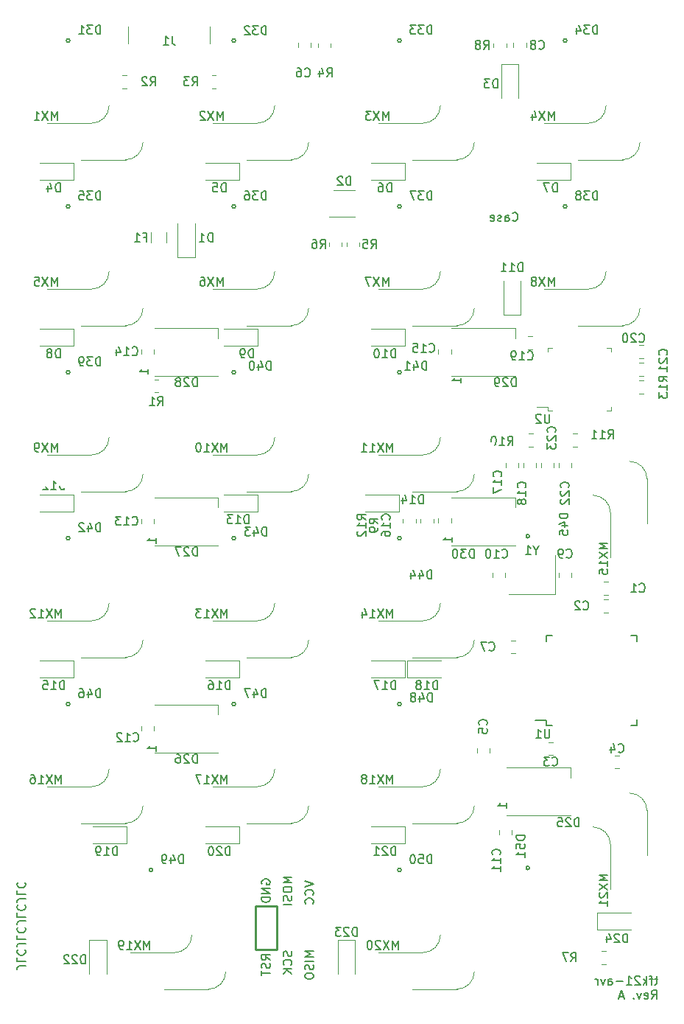
<source format=gbo>
G04 #@! TF.GenerationSoftware,KiCad,Pcbnew,(5.1.10)-1*
G04 #@! TF.CreationDate,2021-06-25T21:48:55+02:00*
G04 #@! TF.ProjectId,tfk21-avr,74666b32-312d-4617-9672-2e6b69636164,A*
G04 #@! TF.SameCoordinates,Original*
G04 #@! TF.FileFunction,Legend,Bot*
G04 #@! TF.FilePolarity,Positive*
%FSLAX46Y46*%
G04 Gerber Fmt 4.6, Leading zero omitted, Abs format (unit mm)*
G04 Created by KiCad (PCBNEW (5.1.10)-1) date 2021-06-25 21:48:55*
%MOMM*%
%LPD*%
G01*
G04 APERTURE LIST*
%ADD10C,0.150000*%
%ADD11C,0.120000*%
%ADD12C,0.250000*%
%ADD13R,0.600000X1.450000*%
%ADD14R,0.300000X1.450000*%
%ADD15O,1.000000X2.100000*%
%ADD16C,0.650000*%
%ADD17O,1.000000X1.600000*%
%ADD18R,2.500000X2.550000*%
%ADD19C,1.750000*%
%ADD20C,4.000000*%
%ADD21C,3.000000*%
%ADD22R,2.550000X2.500000*%
%ADD23R,1.190000X0.900000*%
%ADD24R,0.900000X1.190000*%
%ADD25C,3.987800*%
%ADD26C,3.048000*%
%ADD27C,5.000000*%
%ADD28R,1.500000X1.000000*%
%ADD29R,0.550000X1.500000*%
%ADD30R,1.500000X0.550000*%
%ADD31R,2.100000X1.800000*%
%ADD32R,5.000000X5.000000*%
%ADD33R,1.700000X1.700000*%
%ADD34C,1.700000*%
%ADD35R,0.900000X1.200000*%
%ADD36R,1.200000X0.900000*%
%ADD37R,1.400000X1.000000*%
%ADD38R,1.400000X1.200000*%
G04 APERTURE END LIST*
D10*
X109291369Y-147890922D02*
X108577083Y-147890922D01*
X108434226Y-147938541D01*
X108338988Y-148033779D01*
X108291369Y-148176636D01*
X108291369Y-148271875D01*
X108291369Y-146938541D02*
X108291369Y-147414732D01*
X109291369Y-147414732D01*
X108386607Y-146033779D02*
X108338988Y-146081398D01*
X108291369Y-146224255D01*
X108291369Y-146319494D01*
X108338988Y-146462351D01*
X108434226Y-146557589D01*
X108529464Y-146605208D01*
X108719940Y-146652827D01*
X108862797Y-146652827D01*
X109053273Y-146605208D01*
X109148511Y-146557589D01*
X109243750Y-146462351D01*
X109291369Y-146319494D01*
X109291369Y-146224255D01*
X109243750Y-146081398D01*
X109196130Y-146033779D01*
X109291369Y-145319494D02*
X108577083Y-145319494D01*
X108434226Y-145367113D01*
X108338988Y-145462351D01*
X108291369Y-145605208D01*
X108291369Y-145700446D01*
X108291369Y-144367113D02*
X108291369Y-144843303D01*
X109291369Y-144843303D01*
X108386607Y-143462351D02*
X108338988Y-143509970D01*
X108291369Y-143652827D01*
X108291369Y-143748065D01*
X108338988Y-143890922D01*
X108434226Y-143986160D01*
X108529464Y-144033779D01*
X108719940Y-144081398D01*
X108862797Y-144081398D01*
X109053273Y-144033779D01*
X109148511Y-143986160D01*
X109243750Y-143890922D01*
X109291369Y-143748065D01*
X109291369Y-143652827D01*
X109243750Y-143509970D01*
X109196130Y-143462351D01*
X109291369Y-142748065D02*
X108577083Y-142748065D01*
X108434226Y-142795684D01*
X108338988Y-142890922D01*
X108291369Y-143033779D01*
X108291369Y-143129017D01*
X108291369Y-141795684D02*
X108291369Y-142271875D01*
X109291369Y-142271875D01*
X108386607Y-140890922D02*
X108338988Y-140938541D01*
X108291369Y-141081398D01*
X108291369Y-141176636D01*
X108338988Y-141319494D01*
X108434226Y-141414732D01*
X108529464Y-141462351D01*
X108719940Y-141509970D01*
X108862797Y-141509970D01*
X109053273Y-141462351D01*
X109148511Y-141414732D01*
X109243750Y-141319494D01*
X109291369Y-141176636D01*
X109291369Y-141081398D01*
X109243750Y-140938541D01*
X109196130Y-140890922D01*
X109291369Y-140176636D02*
X108577083Y-140176636D01*
X108434226Y-140224255D01*
X108338988Y-140319494D01*
X108291369Y-140462351D01*
X108291369Y-140557589D01*
X108291369Y-139224255D02*
X108291369Y-139700446D01*
X109291369Y-139700446D01*
X108386607Y-138319494D02*
X108338988Y-138367113D01*
X108291369Y-138509970D01*
X108291369Y-138605208D01*
X108338988Y-138748065D01*
X108434226Y-138843303D01*
X108529464Y-138890922D01*
X108719940Y-138938541D01*
X108862797Y-138938541D01*
X109053273Y-138890922D01*
X109148511Y-138843303D01*
X109243750Y-138748065D01*
X109291369Y-138605208D01*
X109291369Y-138509970D01*
X109243750Y-138367113D01*
X109196130Y-138319494D01*
X181972886Y-149376339D02*
X181591934Y-149376339D01*
X181830029Y-149043005D02*
X181830029Y-149900148D01*
X181782410Y-149995386D01*
X181687172Y-150043005D01*
X181591934Y-150043005D01*
X181401458Y-149376339D02*
X181020505Y-149376339D01*
X181258601Y-150043005D02*
X181258601Y-149185863D01*
X181210982Y-149090625D01*
X181115744Y-149043005D01*
X181020505Y-149043005D01*
X180687172Y-150043005D02*
X180687172Y-149043005D01*
X180591934Y-149662053D02*
X180306220Y-150043005D01*
X180306220Y-149376339D02*
X180687172Y-149757291D01*
X179925267Y-149138244D02*
X179877648Y-149090625D01*
X179782410Y-149043005D01*
X179544315Y-149043005D01*
X179449077Y-149090625D01*
X179401458Y-149138244D01*
X179353839Y-149233482D01*
X179353839Y-149328720D01*
X179401458Y-149471577D01*
X179972886Y-150043005D01*
X179353839Y-150043005D01*
X178401458Y-150043005D02*
X178972886Y-150043005D01*
X178687172Y-150043005D02*
X178687172Y-149043005D01*
X178782410Y-149185863D01*
X178877648Y-149281101D01*
X178972886Y-149328720D01*
X177972886Y-149662053D02*
X177210982Y-149662053D01*
X176306220Y-150043005D02*
X176306220Y-149519196D01*
X176353839Y-149423958D01*
X176449077Y-149376339D01*
X176639553Y-149376339D01*
X176734791Y-149423958D01*
X176306220Y-149995386D02*
X176401458Y-150043005D01*
X176639553Y-150043005D01*
X176734791Y-149995386D01*
X176782410Y-149900148D01*
X176782410Y-149804910D01*
X176734791Y-149709672D01*
X176639553Y-149662053D01*
X176401458Y-149662053D01*
X176306220Y-149614434D01*
X175925267Y-149376339D02*
X175687172Y-150043005D01*
X175449077Y-149376339D01*
X175068125Y-150043005D02*
X175068125Y-149376339D01*
X175068125Y-149566815D02*
X175020505Y-149471577D01*
X174972886Y-149423958D01*
X174877648Y-149376339D01*
X174782410Y-149376339D01*
X181258601Y-151693005D02*
X181591934Y-151216815D01*
X181830029Y-151693005D02*
X181830029Y-150693005D01*
X181449077Y-150693005D01*
X181353839Y-150740625D01*
X181306220Y-150788244D01*
X181258601Y-150883482D01*
X181258601Y-151026339D01*
X181306220Y-151121577D01*
X181353839Y-151169196D01*
X181449077Y-151216815D01*
X181830029Y-151216815D01*
X180449077Y-151645386D02*
X180544315Y-151693005D01*
X180734791Y-151693005D01*
X180830029Y-151645386D01*
X180877648Y-151550148D01*
X180877648Y-151169196D01*
X180830029Y-151073958D01*
X180734791Y-151026339D01*
X180544315Y-151026339D01*
X180449077Y-151073958D01*
X180401458Y-151169196D01*
X180401458Y-151264434D01*
X180877648Y-151359672D01*
X180068125Y-151026339D02*
X179830029Y-151693005D01*
X179591934Y-151026339D01*
X179210982Y-151597767D02*
X179163363Y-151645386D01*
X179210982Y-151693005D01*
X179258601Y-151645386D01*
X179210982Y-151597767D01*
X179210982Y-151693005D01*
X178020505Y-151407291D02*
X177544315Y-151407291D01*
X178115744Y-151693005D02*
X177782410Y-150693005D01*
X177449077Y-151693005D01*
D11*
X130509375Y-41984375D02*
X130509375Y-39984375D01*
X121109375Y-41984375D02*
X121109375Y-39984375D01*
X180731250Y-130043750D02*
X180731250Y-135143750D01*
X176531250Y-133943750D02*
X176531250Y-139043750D01*
X174531250Y-131943750D02*
G75*
G02*
X176531250Y-133943750I0J-2000000D01*
G01*
X178731250Y-128043750D02*
G75*
G02*
X180731250Y-130043750I0J-2000000D01*
G01*
X130306250Y-150568750D02*
X125206250Y-150568750D01*
X126406250Y-146368750D02*
X121306250Y-146368750D01*
X128406250Y-144368750D02*
G75*
G02*
X126406250Y-146368750I-2000000J0D01*
G01*
X132306250Y-148568750D02*
G75*
G02*
X130306250Y-150568750I-2000000J0D01*
G01*
X180731250Y-91943750D02*
X180731250Y-97043750D01*
X176531250Y-95843750D02*
X176531250Y-100943750D01*
X174531250Y-93843750D02*
G75*
G02*
X176531250Y-95843750I0J-2000000D01*
G01*
X178731250Y-89943750D02*
G75*
G02*
X180731250Y-91943750I0J-2000000D01*
G01*
D10*
X114381250Y-41618750D02*
G75*
G03*
X114381250Y-41618750I-200000J0D01*
G01*
X133431250Y-60668750D02*
G75*
G03*
X133431250Y-60668750I-200000J0D01*
G01*
X167231250Y-136643750D02*
G75*
G03*
X167231250Y-136643750I-200000J0D01*
G01*
X152481250Y-136868750D02*
G75*
G03*
X152481250Y-136868750I-200000J0D01*
G01*
X123906250Y-136868750D02*
G75*
G03*
X123906250Y-136868750I-200000J0D01*
G01*
X152481250Y-117818750D02*
G75*
G03*
X152481250Y-117818750I-200000J0D01*
G01*
X133431250Y-117818750D02*
G75*
G03*
X133431250Y-117818750I-200000J0D01*
G01*
X114381250Y-117818750D02*
G75*
G03*
X114381250Y-117818750I-200000J0D01*
G01*
X167231250Y-98543750D02*
G75*
G03*
X167231250Y-98543750I-200000J0D01*
G01*
X152481250Y-98768750D02*
G75*
G03*
X152481250Y-98768750I-200000J0D01*
G01*
X133431250Y-98768750D02*
G75*
G03*
X133431250Y-98768750I-200000J0D01*
G01*
X114381250Y-98768750D02*
G75*
G03*
X114381250Y-98768750I-200000J0D01*
G01*
X152481250Y-79718750D02*
G75*
G03*
X152481250Y-79718750I-200000J0D01*
G01*
X133431250Y-79718750D02*
G75*
G03*
X133431250Y-79718750I-200000J0D01*
G01*
X114381250Y-79718750D02*
G75*
G03*
X114381250Y-79718750I-200000J0D01*
G01*
X171531250Y-60668750D02*
G75*
G03*
X171531250Y-60668750I-200000J0D01*
G01*
X152481250Y-60668750D02*
G75*
G03*
X152481250Y-60668750I-200000J0D01*
G01*
X114381250Y-60668750D02*
G75*
G03*
X114381250Y-60668750I-200000J0D01*
G01*
X171531250Y-41618750D02*
G75*
G03*
X171531250Y-41618750I-200000J0D01*
G01*
X152481250Y-41618750D02*
G75*
G03*
X152481250Y-41618750I-200000J0D01*
G01*
X133431250Y-41618750D02*
G75*
G03*
X133431250Y-41618750I-200000J0D01*
G01*
D11*
X158881250Y-150568750D02*
X153781250Y-150568750D01*
X154981250Y-146368750D02*
X149881250Y-146368750D01*
X156981250Y-144368750D02*
G75*
G02*
X154981250Y-146368750I-2000000J0D01*
G01*
X160881250Y-148568750D02*
G75*
G02*
X158881250Y-150568750I-2000000J0D01*
G01*
X158881250Y-131518750D02*
X153781250Y-131518750D01*
X154981250Y-127318750D02*
X149881250Y-127318750D01*
X156981250Y-125318750D02*
G75*
G02*
X154981250Y-127318750I-2000000J0D01*
G01*
X160881250Y-129518750D02*
G75*
G02*
X158881250Y-131518750I-2000000J0D01*
G01*
X139831250Y-131518750D02*
X134731250Y-131518750D01*
X135931250Y-127318750D02*
X130831250Y-127318750D01*
X137931250Y-125318750D02*
G75*
G02*
X135931250Y-127318750I-2000000J0D01*
G01*
X141831250Y-129518750D02*
G75*
G02*
X139831250Y-131518750I-2000000J0D01*
G01*
X120781250Y-131518750D02*
X115681250Y-131518750D01*
X116881250Y-127318750D02*
X111781250Y-127318750D01*
X118881250Y-125318750D02*
G75*
G02*
X116881250Y-127318750I-2000000J0D01*
G01*
X122781250Y-129518750D02*
G75*
G02*
X120781250Y-131518750I-2000000J0D01*
G01*
X158881250Y-112468750D02*
X153781250Y-112468750D01*
X154981250Y-108268750D02*
X149881250Y-108268750D01*
X156981250Y-106268750D02*
G75*
G02*
X154981250Y-108268750I-2000000J0D01*
G01*
X160881250Y-110468750D02*
G75*
G02*
X158881250Y-112468750I-2000000J0D01*
G01*
X139831250Y-112468750D02*
X134731250Y-112468750D01*
X135931250Y-108268750D02*
X130831250Y-108268750D01*
X137931250Y-106268750D02*
G75*
G02*
X135931250Y-108268750I-2000000J0D01*
G01*
X141831250Y-110468750D02*
G75*
G02*
X139831250Y-112468750I-2000000J0D01*
G01*
X120781250Y-112468750D02*
X115681250Y-112468750D01*
X116881250Y-108268750D02*
X111781250Y-108268750D01*
X118881250Y-106268750D02*
G75*
G02*
X116881250Y-108268750I-2000000J0D01*
G01*
X122781250Y-110468750D02*
G75*
G02*
X120781250Y-112468750I-2000000J0D01*
G01*
X158881250Y-93418750D02*
X153781250Y-93418750D01*
X154981250Y-89218750D02*
X149881250Y-89218750D01*
X156981250Y-87218750D02*
G75*
G02*
X154981250Y-89218750I-2000000J0D01*
G01*
X160881250Y-91418750D02*
G75*
G02*
X158881250Y-93418750I-2000000J0D01*
G01*
X139831250Y-93418750D02*
X134731250Y-93418750D01*
X135931250Y-89218750D02*
X130831250Y-89218750D01*
X137931250Y-87218750D02*
G75*
G02*
X135931250Y-89218750I-2000000J0D01*
G01*
X141831250Y-91418750D02*
G75*
G02*
X139831250Y-93418750I-2000000J0D01*
G01*
X120781250Y-93418750D02*
X115681250Y-93418750D01*
X116881250Y-89218750D02*
X111781250Y-89218750D01*
X118881250Y-87218750D02*
G75*
G02*
X116881250Y-89218750I-2000000J0D01*
G01*
X122781250Y-91418750D02*
G75*
G02*
X120781250Y-93418750I-2000000J0D01*
G01*
X177931250Y-74368750D02*
X172831250Y-74368750D01*
X174031250Y-70168750D02*
X168931250Y-70168750D01*
X176031250Y-68168750D02*
G75*
G02*
X174031250Y-70168750I-2000000J0D01*
G01*
X179931250Y-72368750D02*
G75*
G02*
X177931250Y-74368750I-2000000J0D01*
G01*
X158881250Y-74368750D02*
X153781250Y-74368750D01*
X154981250Y-70168750D02*
X149881250Y-70168750D01*
X156981250Y-68168750D02*
G75*
G02*
X154981250Y-70168750I-2000000J0D01*
G01*
X160881250Y-72368750D02*
G75*
G02*
X158881250Y-74368750I-2000000J0D01*
G01*
X139831250Y-74368750D02*
X134731250Y-74368750D01*
X135931250Y-70168750D02*
X130831250Y-70168750D01*
X137931250Y-68168750D02*
G75*
G02*
X135931250Y-70168750I-2000000J0D01*
G01*
X141831250Y-72368750D02*
G75*
G02*
X139831250Y-74368750I-2000000J0D01*
G01*
X120781250Y-74368750D02*
X115681250Y-74368750D01*
X116881250Y-70168750D02*
X111781250Y-70168750D01*
X118881250Y-68168750D02*
G75*
G02*
X116881250Y-70168750I-2000000J0D01*
G01*
X122781250Y-72368750D02*
G75*
G02*
X120781250Y-74368750I-2000000J0D01*
G01*
X177931250Y-55318750D02*
X172831250Y-55318750D01*
X174031250Y-51118750D02*
X168931250Y-51118750D01*
X176031250Y-49118750D02*
G75*
G02*
X174031250Y-51118750I-2000000J0D01*
G01*
X179931250Y-53318750D02*
G75*
G02*
X177931250Y-55318750I-2000000J0D01*
G01*
X158881250Y-55318750D02*
X153781250Y-55318750D01*
X154981250Y-51118750D02*
X149881250Y-51118750D01*
X156981250Y-49118750D02*
G75*
G02*
X154981250Y-51118750I-2000000J0D01*
G01*
X160881250Y-53318750D02*
G75*
G02*
X158881250Y-55318750I-2000000J0D01*
G01*
X139831250Y-55318750D02*
X134731250Y-55318750D01*
X135931250Y-51118750D02*
X130831250Y-51118750D01*
X137931250Y-49118750D02*
G75*
G02*
X135931250Y-51118750I-2000000J0D01*
G01*
X141831250Y-53318750D02*
G75*
G02*
X139831250Y-55318750I-2000000J0D01*
G01*
X120781250Y-55318750D02*
X115681250Y-55318750D01*
X116881250Y-51118750D02*
X111781250Y-51118750D01*
X118881250Y-49118750D02*
G75*
G02*
X116881250Y-51118750I-2000000J0D01*
G01*
X122781250Y-53318750D02*
G75*
G02*
X120781250Y-55318750I-2000000J0D01*
G01*
X124560064Y-82015000D02*
X124105936Y-82015000D01*
X124560064Y-80545000D02*
X124105936Y-80545000D01*
X165575000Y-94087500D02*
X165575000Y-95237500D01*
X158275000Y-94087500D02*
X165575000Y-94087500D01*
X158275000Y-99587500D02*
X165575000Y-99587500D01*
X165575000Y-74640625D02*
X165575000Y-75790625D01*
X158275000Y-74640625D02*
X165575000Y-74640625D01*
X158275000Y-80140625D02*
X165575000Y-80140625D01*
X131443750Y-74640625D02*
X131443750Y-75790625D01*
X124143750Y-74640625D02*
X131443750Y-74640625D01*
X124143750Y-80140625D02*
X131443750Y-80140625D01*
X131443750Y-94087500D02*
X131443750Y-95237500D01*
X124143750Y-94087500D02*
X131443750Y-94087500D01*
X124143750Y-99587500D02*
X131443750Y-99587500D01*
X131443750Y-117900000D02*
X131443750Y-119050000D01*
X124143750Y-117900000D02*
X131443750Y-117900000D01*
X124143750Y-123400000D02*
X131443750Y-123400000D01*
X171925000Y-125139000D02*
X171925000Y-126289000D01*
X164625000Y-125139000D02*
X171925000Y-125139000D01*
X164625000Y-130639000D02*
X171925000Y-130639000D01*
X156745000Y-97035252D02*
X156745000Y-96512748D01*
X158215000Y-97035252D02*
X158215000Y-96512748D01*
X156745000Y-77604252D02*
X156745000Y-77081748D01*
X158215000Y-77604252D02*
X158215000Y-77081748D01*
X122582000Y-77604252D02*
X122582000Y-77081748D01*
X124052000Y-77604252D02*
X124052000Y-77081748D01*
X122582000Y-97098752D02*
X122582000Y-96576248D01*
X124052000Y-97098752D02*
X124052000Y-96576248D01*
X122582000Y-120911252D02*
X122582000Y-120388748D01*
X124052000Y-120911252D02*
X124052000Y-120388748D01*
X165200000Y-132326748D02*
X165200000Y-132849252D01*
X163730000Y-132326748D02*
X163730000Y-132849252D01*
D10*
X169196000Y-119693750D02*
X167921000Y-119693750D01*
X179546000Y-120268750D02*
X178871000Y-120268750D01*
X179546000Y-109918750D02*
X178871000Y-109918750D01*
X169196000Y-109918750D02*
X169871000Y-109918750D01*
X169196000Y-120268750D02*
X169871000Y-120268750D01*
X169196000Y-109918750D02*
X169196000Y-110593750D01*
X179546000Y-109918750D02*
X179546000Y-110593750D01*
X179546000Y-120268750D02*
X179546000Y-119593750D01*
X169196000Y-120268750D02*
X169196000Y-119693750D01*
D11*
X170213000Y-105247000D02*
X164813000Y-105247000D01*
X170213000Y-100747000D02*
X170213000Y-105247000D01*
X169364000Y-83678000D02*
X168074000Y-83678000D01*
X169364000Y-84128000D02*
X169364000Y-83678000D01*
X169814000Y-84128000D02*
X169364000Y-84128000D01*
X176584000Y-84128000D02*
X176584000Y-83678000D01*
X176134000Y-84128000D02*
X176584000Y-84128000D01*
X169364000Y-76908000D02*
X169364000Y-77358000D01*
X169814000Y-76908000D02*
X169364000Y-76908000D01*
X176584000Y-76908000D02*
X176584000Y-77358000D01*
X176134000Y-76908000D02*
X176584000Y-76908000D01*
X180313064Y-82142000D02*
X179858936Y-82142000D01*
X180313064Y-80672000D02*
X179858936Y-80672000D01*
X152681000Y-97001064D02*
X152681000Y-96546936D01*
X154151000Y-97001064D02*
X154151000Y-96546936D01*
X172693064Y-88238000D02*
X172238936Y-88238000D01*
X172693064Y-86768000D02*
X172238936Y-86768000D01*
X167158936Y-86768000D02*
X167613064Y-86768000D01*
X167158936Y-88238000D02*
X167613064Y-88238000D01*
X154713000Y-97001064D02*
X154713000Y-96546936D01*
X156183000Y-97001064D02*
X156183000Y-96546936D01*
X163095000Y-42391064D02*
X163095000Y-41936936D01*
X164565000Y-42391064D02*
X164565000Y-41936936D01*
X175540936Y-146204000D02*
X175995064Y-146204000D01*
X175540936Y-147674000D02*
X175995064Y-147674000D01*
X145642000Y-64796936D02*
X145642000Y-65251064D01*
X144172000Y-64796936D02*
X144172000Y-65251064D01*
X147674000Y-64796936D02*
X147674000Y-65251064D01*
X146204000Y-64796936D02*
X146204000Y-65251064D01*
X144372000Y-41936936D02*
X144372000Y-42391064D01*
X142902000Y-41936936D02*
X142902000Y-42391064D01*
X130709936Y-45620000D02*
X131164064Y-45620000D01*
X130709936Y-47090000D02*
X131164064Y-47090000D01*
X120422936Y-45620000D02*
X120877064Y-45620000D01*
X120422936Y-47090000D02*
X120877064Y-47090000D01*
D12*
X138196000Y-146010000D02*
X138196000Y-141010000D01*
X138196000Y-141010000D02*
X135696000Y-141010000D01*
X135696000Y-141010000D02*
X135696000Y-146010000D01*
X135696000Y-146010000D02*
X138196000Y-146010000D01*
D11*
X123677000Y-64864064D02*
X123677000Y-63659936D01*
X125497000Y-64864064D02*
X125497000Y-63659936D01*
X175042000Y-143748000D02*
X178942000Y-143748000D01*
X175042000Y-141748000D02*
X178942000Y-141748000D01*
X175042000Y-143748000D02*
X175042000Y-141748000D01*
X145177000Y-144943000D02*
X145177000Y-148843000D01*
X147177000Y-144943000D02*
X147177000Y-148843000D01*
X145177000Y-144943000D02*
X147177000Y-144943000D01*
X116602000Y-144943000D02*
X116602000Y-148843000D01*
X118602000Y-144943000D02*
X118602000Y-148843000D01*
X116602000Y-144943000D02*
X118602000Y-144943000D01*
X152872000Y-131842000D02*
X148972000Y-131842000D01*
X152872000Y-133842000D02*
X148972000Y-133842000D01*
X152872000Y-131842000D02*
X152872000Y-133842000D01*
X133822000Y-131842000D02*
X129922000Y-131842000D01*
X133822000Y-133842000D02*
X129922000Y-133842000D01*
X133822000Y-131842000D02*
X133822000Y-133842000D01*
X120868000Y-131842000D02*
X116968000Y-131842000D01*
X120868000Y-133842000D02*
X116968000Y-133842000D01*
X120868000Y-131842000D02*
X120868000Y-133842000D01*
X153198000Y-114792000D02*
X157098000Y-114792000D01*
X153198000Y-112792000D02*
X157098000Y-112792000D01*
X153198000Y-114792000D02*
X153198000Y-112792000D01*
X152872000Y-112792000D02*
X148972000Y-112792000D01*
X152872000Y-114792000D02*
X148972000Y-114792000D01*
X152872000Y-112792000D02*
X152872000Y-114792000D01*
X133822000Y-112792000D02*
X129922000Y-112792000D01*
X133822000Y-114792000D02*
X129922000Y-114792000D01*
X133822000Y-112792000D02*
X133822000Y-114792000D01*
X114772000Y-112792000D02*
X110872000Y-112792000D01*
X114772000Y-114792000D02*
X110872000Y-114792000D01*
X114772000Y-112792000D02*
X114772000Y-114792000D01*
X152268750Y-93742000D02*
X148368750Y-93742000D01*
X152268750Y-95742000D02*
X148368750Y-95742000D01*
X152268750Y-93742000D02*
X152268750Y-95742000D01*
X135981000Y-93742000D02*
X132081000Y-93742000D01*
X135981000Y-95742000D02*
X132081000Y-95742000D01*
X135981000Y-93742000D02*
X135981000Y-95742000D01*
X114772000Y-93742000D02*
X110872000Y-93742000D01*
X114772000Y-95742000D02*
X110872000Y-95742000D01*
X114772000Y-93742000D02*
X114772000Y-95742000D01*
X166227000Y-73116000D02*
X166227000Y-69216000D01*
X164227000Y-73116000D02*
X164227000Y-69216000D01*
X166227000Y-73116000D02*
X164227000Y-73116000D01*
X152872000Y-74692000D02*
X148972000Y-74692000D01*
X152872000Y-76692000D02*
X148972000Y-76692000D01*
X152872000Y-74692000D02*
X152872000Y-76692000D01*
X135981000Y-74692000D02*
X132081000Y-74692000D01*
X135981000Y-76692000D02*
X132081000Y-76692000D01*
X135981000Y-74692000D02*
X135981000Y-76692000D01*
X114772000Y-74692000D02*
X110872000Y-74692000D01*
X114772000Y-76692000D02*
X110872000Y-76692000D01*
X114772000Y-74692000D02*
X114772000Y-76692000D01*
X171922000Y-55642000D02*
X168022000Y-55642000D01*
X171922000Y-57642000D02*
X168022000Y-57642000D01*
X171922000Y-55642000D02*
X171922000Y-57642000D01*
X152872000Y-55642000D02*
X148972000Y-55642000D01*
X152872000Y-57642000D02*
X148972000Y-57642000D01*
X152872000Y-55642000D02*
X152872000Y-57642000D01*
X133822000Y-55642000D02*
X129922000Y-55642000D01*
X133822000Y-57642000D02*
X129922000Y-57642000D01*
X133822000Y-55642000D02*
X133822000Y-57642000D01*
X114772000Y-55642000D02*
X110872000Y-55642000D01*
X114772000Y-57642000D02*
X110872000Y-57642000D01*
X114772000Y-55642000D02*
X114772000Y-57642000D01*
X163973000Y-44359000D02*
X163973000Y-48259000D01*
X165973000Y-44359000D02*
X165973000Y-48259000D01*
X163973000Y-44359000D02*
X165973000Y-44359000D01*
X147123000Y-61875000D02*
X144173000Y-61875000D01*
X144723000Y-58775000D02*
X147123000Y-58775000D01*
X128762000Y-66512000D02*
X128762000Y-62612000D01*
X126762000Y-66512000D02*
X126762000Y-62612000D01*
X128762000Y-66512000D02*
X126762000Y-66512000D01*
X168556000Y-90685252D02*
X168556000Y-90162748D01*
X170026000Y-90685252D02*
X170026000Y-90162748D01*
X172058000Y-90162748D02*
X172058000Y-90685252D01*
X170588000Y-90162748D02*
X170588000Y-90685252D01*
X179824748Y-78640000D02*
X180347252Y-78640000D01*
X179824748Y-80110000D02*
X180347252Y-80110000D01*
X179824748Y-76608000D02*
X180347252Y-76608000D01*
X179824748Y-78078000D02*
X180347252Y-78078000D01*
X167545652Y-77062000D02*
X167023148Y-77062000D01*
X167545652Y-75592000D02*
X167023148Y-75592000D01*
X167994000Y-90162748D02*
X167994000Y-90685252D01*
X166524000Y-90162748D02*
X166524000Y-90685252D01*
X165962000Y-90162748D02*
X165962000Y-90685252D01*
X164492000Y-90162748D02*
X164492000Y-90685252D01*
X164438000Y-102735748D02*
X164438000Y-103258252D01*
X162968000Y-102735748D02*
X162968000Y-103258252D01*
X172058000Y-102735748D02*
X172058000Y-103258252D01*
X170588000Y-102735748D02*
X170588000Y-103258252D01*
X165381000Y-42425252D02*
X165381000Y-41902748D01*
X166851000Y-42425252D02*
X166851000Y-41902748D01*
X165615252Y-111987000D02*
X165092748Y-111987000D01*
X165615252Y-110517000D02*
X165092748Y-110517000D01*
X142086000Y-41902748D02*
X142086000Y-42425252D01*
X140616000Y-41902748D02*
X140616000Y-42425252D01*
X161190000Y-123451252D02*
X161190000Y-122928748D01*
X162660000Y-123451252D02*
X162660000Y-122928748D01*
X177553252Y-125195000D02*
X177030748Y-125195000D01*
X177553252Y-123725000D02*
X177030748Y-123725000D01*
X169410748Y-122201000D02*
X169933252Y-122201000D01*
X169410748Y-123671000D02*
X169933252Y-123671000D01*
X176283252Y-107288000D02*
X175760748Y-107288000D01*
X176283252Y-105818000D02*
X175760748Y-105818000D01*
X176283252Y-105256000D02*
X175760748Y-105256000D01*
X176283252Y-103786000D02*
X175760748Y-103786000D01*
D10*
X126142708Y-41124255D02*
X126142708Y-41838541D01*
X126190327Y-41981398D01*
X126285565Y-42076636D01*
X126428422Y-42124255D01*
X126523660Y-42124255D01*
X125142708Y-42124255D02*
X125714136Y-42124255D01*
X125428422Y-42124255D02*
X125428422Y-41124255D01*
X125523660Y-41267113D01*
X125618898Y-41362351D01*
X125714136Y-41409970D01*
X176220380Y-137430095D02*
X175220380Y-137430095D01*
X175934666Y-137763428D01*
X175220380Y-138096761D01*
X176220380Y-138096761D01*
X175220380Y-138477714D02*
X176220380Y-139144380D01*
X175220380Y-139144380D02*
X176220380Y-138477714D01*
X175315619Y-139477714D02*
X175268000Y-139525333D01*
X175220380Y-139620571D01*
X175220380Y-139858666D01*
X175268000Y-139953904D01*
X175315619Y-140001523D01*
X175410857Y-140049142D01*
X175506095Y-140049142D01*
X175648952Y-140001523D01*
X176220380Y-139430095D01*
X176220380Y-140049142D01*
X176220380Y-141001523D02*
X176220380Y-140430095D01*
X176220380Y-140715809D02*
X175220380Y-140715809D01*
X175363238Y-140620571D01*
X175458476Y-140525333D01*
X175506095Y-140430095D01*
X123554904Y-145994380D02*
X123554904Y-144994380D01*
X123221571Y-145708666D01*
X122888238Y-144994380D01*
X122888238Y-145994380D01*
X122507285Y-144994380D02*
X121840619Y-145994380D01*
X121840619Y-144994380D02*
X122507285Y-145994380D01*
X120935857Y-145994380D02*
X121507285Y-145994380D01*
X121221571Y-145994380D02*
X121221571Y-144994380D01*
X121316809Y-145137238D01*
X121412047Y-145232476D01*
X121507285Y-145280095D01*
X120459666Y-145994380D02*
X120269190Y-145994380D01*
X120173952Y-145946761D01*
X120126333Y-145899142D01*
X120031095Y-145756285D01*
X119983476Y-145565809D01*
X119983476Y-145184857D01*
X120031095Y-145089619D01*
X120078714Y-145042000D01*
X120173952Y-144994380D01*
X120364428Y-144994380D01*
X120459666Y-145042000D01*
X120507285Y-145089619D01*
X120554904Y-145184857D01*
X120554904Y-145422952D01*
X120507285Y-145518190D01*
X120459666Y-145565809D01*
X120364428Y-145613428D01*
X120173952Y-145613428D01*
X120078714Y-145565809D01*
X120031095Y-145518190D01*
X119983476Y-145422952D01*
X176220380Y-99330095D02*
X175220380Y-99330095D01*
X175934666Y-99663428D01*
X175220380Y-99996761D01*
X176220380Y-99996761D01*
X175220380Y-100377714D02*
X176220380Y-101044380D01*
X175220380Y-101044380D02*
X176220380Y-100377714D01*
X176220380Y-101949142D02*
X176220380Y-101377714D01*
X176220380Y-101663428D02*
X175220380Y-101663428D01*
X175363238Y-101568190D01*
X175458476Y-101472952D01*
X175506095Y-101377714D01*
X175220380Y-102853904D02*
X175220380Y-102377714D01*
X175696571Y-102330095D01*
X175648952Y-102377714D01*
X175601333Y-102472952D01*
X175601333Y-102711047D01*
X175648952Y-102806285D01*
X175696571Y-102853904D01*
X175791809Y-102901523D01*
X176029904Y-102901523D01*
X176125142Y-102853904D01*
X176172761Y-102806285D01*
X176220380Y-102711047D01*
X176220380Y-102472952D01*
X176172761Y-102377714D01*
X176125142Y-102330095D01*
X117895535Y-40871130D02*
X117895535Y-39871130D01*
X117657440Y-39871130D01*
X117514583Y-39918750D01*
X117419345Y-40013988D01*
X117371726Y-40109226D01*
X117324107Y-40299702D01*
X117324107Y-40442559D01*
X117371726Y-40633035D01*
X117419345Y-40728273D01*
X117514583Y-40823511D01*
X117657440Y-40871130D01*
X117895535Y-40871130D01*
X116990773Y-39871130D02*
X116371726Y-39871130D01*
X116705059Y-40252083D01*
X116562202Y-40252083D01*
X116466964Y-40299702D01*
X116419345Y-40347321D01*
X116371726Y-40442559D01*
X116371726Y-40680654D01*
X116419345Y-40775892D01*
X116466964Y-40823511D01*
X116562202Y-40871130D01*
X116847916Y-40871130D01*
X116943154Y-40823511D01*
X116990773Y-40775892D01*
X115419345Y-40871130D02*
X115990773Y-40871130D01*
X115705059Y-40871130D02*
X115705059Y-39871130D01*
X115800297Y-40013988D01*
X115895535Y-40109226D01*
X115990773Y-40156845D01*
X136945535Y-59921130D02*
X136945535Y-58921130D01*
X136707440Y-58921130D01*
X136564583Y-58968750D01*
X136469345Y-59063988D01*
X136421726Y-59159226D01*
X136374107Y-59349702D01*
X136374107Y-59492559D01*
X136421726Y-59683035D01*
X136469345Y-59778273D01*
X136564583Y-59873511D01*
X136707440Y-59921130D01*
X136945535Y-59921130D01*
X136040773Y-58921130D02*
X135421726Y-58921130D01*
X135755059Y-59302083D01*
X135612202Y-59302083D01*
X135516964Y-59349702D01*
X135469345Y-59397321D01*
X135421726Y-59492559D01*
X135421726Y-59730654D01*
X135469345Y-59825892D01*
X135516964Y-59873511D01*
X135612202Y-59921130D01*
X135897916Y-59921130D01*
X135993154Y-59873511D01*
X136040773Y-59825892D01*
X134564583Y-58921130D02*
X134755059Y-58921130D01*
X134850297Y-58968750D01*
X134897916Y-59016369D01*
X134993154Y-59159226D01*
X135040773Y-59349702D01*
X135040773Y-59730654D01*
X134993154Y-59825892D01*
X134945535Y-59873511D01*
X134850297Y-59921130D01*
X134659821Y-59921130D01*
X134564583Y-59873511D01*
X134516964Y-59825892D01*
X134469345Y-59730654D01*
X134469345Y-59492559D01*
X134516964Y-59397321D01*
X134564583Y-59349702D01*
X134659821Y-59302083D01*
X134850297Y-59302083D01*
X134945535Y-59349702D01*
X134993154Y-59397321D01*
X135040773Y-59492559D01*
X166695380Y-132929464D02*
X165695380Y-132929464D01*
X165695380Y-133167559D01*
X165743000Y-133310416D01*
X165838238Y-133405654D01*
X165933476Y-133453273D01*
X166123952Y-133500892D01*
X166266809Y-133500892D01*
X166457285Y-133453273D01*
X166552523Y-133405654D01*
X166647761Y-133310416D01*
X166695380Y-133167559D01*
X166695380Y-132929464D01*
X165695380Y-134405654D02*
X165695380Y-133929464D01*
X166171571Y-133881845D01*
X166123952Y-133929464D01*
X166076333Y-134024702D01*
X166076333Y-134262797D01*
X166123952Y-134358035D01*
X166171571Y-134405654D01*
X166266809Y-134453273D01*
X166504904Y-134453273D01*
X166600142Y-134405654D01*
X166647761Y-134358035D01*
X166695380Y-134262797D01*
X166695380Y-134024702D01*
X166647761Y-133929464D01*
X166600142Y-133881845D01*
X166695380Y-135405654D02*
X166695380Y-134834226D01*
X166695380Y-135119940D02*
X165695380Y-135119940D01*
X165838238Y-135024702D01*
X165933476Y-134929464D01*
X165981095Y-134834226D01*
X155995535Y-136121130D02*
X155995535Y-135121130D01*
X155757440Y-135121130D01*
X155614583Y-135168750D01*
X155519345Y-135263988D01*
X155471726Y-135359226D01*
X155424107Y-135549702D01*
X155424107Y-135692559D01*
X155471726Y-135883035D01*
X155519345Y-135978273D01*
X155614583Y-136073511D01*
X155757440Y-136121130D01*
X155995535Y-136121130D01*
X154519345Y-135121130D02*
X154995535Y-135121130D01*
X155043154Y-135597321D01*
X154995535Y-135549702D01*
X154900297Y-135502083D01*
X154662202Y-135502083D01*
X154566964Y-135549702D01*
X154519345Y-135597321D01*
X154471726Y-135692559D01*
X154471726Y-135930654D01*
X154519345Y-136025892D01*
X154566964Y-136073511D01*
X154662202Y-136121130D01*
X154900297Y-136121130D01*
X154995535Y-136073511D01*
X155043154Y-136025892D01*
X153852678Y-135121130D02*
X153757440Y-135121130D01*
X153662202Y-135168750D01*
X153614583Y-135216369D01*
X153566964Y-135311607D01*
X153519345Y-135502083D01*
X153519345Y-135740178D01*
X153566964Y-135930654D01*
X153614583Y-136025892D01*
X153662202Y-136073511D01*
X153757440Y-136121130D01*
X153852678Y-136121130D01*
X153947916Y-136073511D01*
X153995535Y-136025892D01*
X154043154Y-135930654D01*
X154090773Y-135740178D01*
X154090773Y-135502083D01*
X154043154Y-135311607D01*
X153995535Y-135216369D01*
X153947916Y-135168750D01*
X153852678Y-135121130D01*
X127420535Y-136121130D02*
X127420535Y-135121130D01*
X127182440Y-135121130D01*
X127039583Y-135168750D01*
X126944345Y-135263988D01*
X126896726Y-135359226D01*
X126849107Y-135549702D01*
X126849107Y-135692559D01*
X126896726Y-135883035D01*
X126944345Y-135978273D01*
X127039583Y-136073511D01*
X127182440Y-136121130D01*
X127420535Y-136121130D01*
X125991964Y-135454464D02*
X125991964Y-136121130D01*
X126230059Y-135073511D02*
X126468154Y-135787797D01*
X125849107Y-135787797D01*
X125420535Y-136121130D02*
X125230059Y-136121130D01*
X125134821Y-136073511D01*
X125087202Y-136025892D01*
X124991964Y-135883035D01*
X124944345Y-135692559D01*
X124944345Y-135311607D01*
X124991964Y-135216369D01*
X125039583Y-135168750D01*
X125134821Y-135121130D01*
X125325297Y-135121130D01*
X125420535Y-135168750D01*
X125468154Y-135216369D01*
X125515773Y-135311607D01*
X125515773Y-135549702D01*
X125468154Y-135644940D01*
X125420535Y-135692559D01*
X125325297Y-135740178D01*
X125134821Y-135740178D01*
X125039583Y-135692559D01*
X124991964Y-135644940D01*
X124944345Y-135549702D01*
X156027285Y-117546380D02*
X156027285Y-116546380D01*
X155789190Y-116546380D01*
X155646333Y-116594000D01*
X155551095Y-116689238D01*
X155503476Y-116784476D01*
X155455857Y-116974952D01*
X155455857Y-117117809D01*
X155503476Y-117308285D01*
X155551095Y-117403523D01*
X155646333Y-117498761D01*
X155789190Y-117546380D01*
X156027285Y-117546380D01*
X154598714Y-116879714D02*
X154598714Y-117546380D01*
X154836809Y-116498761D02*
X155074904Y-117213047D01*
X154455857Y-117213047D01*
X153932047Y-116974952D02*
X154027285Y-116927333D01*
X154074904Y-116879714D01*
X154122523Y-116784476D01*
X154122523Y-116736857D01*
X154074904Y-116641619D01*
X154027285Y-116594000D01*
X153932047Y-116546380D01*
X153741571Y-116546380D01*
X153646333Y-116594000D01*
X153598714Y-116641619D01*
X153551095Y-116736857D01*
X153551095Y-116784476D01*
X153598714Y-116879714D01*
X153646333Y-116927333D01*
X153741571Y-116974952D01*
X153932047Y-116974952D01*
X154027285Y-117022571D01*
X154074904Y-117070190D01*
X154122523Y-117165428D01*
X154122523Y-117355904D01*
X154074904Y-117451142D01*
X154027285Y-117498761D01*
X153932047Y-117546380D01*
X153741571Y-117546380D01*
X153646333Y-117498761D01*
X153598714Y-117451142D01*
X153551095Y-117355904D01*
X153551095Y-117165428D01*
X153598714Y-117070190D01*
X153646333Y-117022571D01*
X153741571Y-116974952D01*
X136945535Y-117071130D02*
X136945535Y-116071130D01*
X136707440Y-116071130D01*
X136564583Y-116118750D01*
X136469345Y-116213988D01*
X136421726Y-116309226D01*
X136374107Y-116499702D01*
X136374107Y-116642559D01*
X136421726Y-116833035D01*
X136469345Y-116928273D01*
X136564583Y-117023511D01*
X136707440Y-117071130D01*
X136945535Y-117071130D01*
X135516964Y-116404464D02*
X135516964Y-117071130D01*
X135755059Y-116023511D02*
X135993154Y-116737797D01*
X135374107Y-116737797D01*
X135088392Y-116071130D02*
X134421726Y-116071130D01*
X134850297Y-117071130D01*
X117895535Y-117071130D02*
X117895535Y-116071130D01*
X117657440Y-116071130D01*
X117514583Y-116118750D01*
X117419345Y-116213988D01*
X117371726Y-116309226D01*
X117324107Y-116499702D01*
X117324107Y-116642559D01*
X117371726Y-116833035D01*
X117419345Y-116928273D01*
X117514583Y-117023511D01*
X117657440Y-117071130D01*
X117895535Y-117071130D01*
X116466964Y-116404464D02*
X116466964Y-117071130D01*
X116705059Y-116023511D02*
X116943154Y-116737797D01*
X116324107Y-116737797D01*
X115514583Y-116071130D02*
X115705059Y-116071130D01*
X115800297Y-116118750D01*
X115847916Y-116166369D01*
X115943154Y-116309226D01*
X115990773Y-116499702D01*
X115990773Y-116880654D01*
X115943154Y-116975892D01*
X115895535Y-117023511D01*
X115800297Y-117071130D01*
X115609821Y-117071130D01*
X115514583Y-117023511D01*
X115466964Y-116975892D01*
X115419345Y-116880654D01*
X115419345Y-116642559D01*
X115466964Y-116547321D01*
X115514583Y-116499702D01*
X115609821Y-116452083D01*
X115800297Y-116452083D01*
X115895535Y-116499702D01*
X115943154Y-116547321D01*
X115990773Y-116642559D01*
X171648380Y-95940714D02*
X170648380Y-95940714D01*
X170648380Y-96178809D01*
X170696000Y-96321666D01*
X170791238Y-96416904D01*
X170886476Y-96464523D01*
X171076952Y-96512142D01*
X171219809Y-96512142D01*
X171410285Y-96464523D01*
X171505523Y-96416904D01*
X171600761Y-96321666D01*
X171648380Y-96178809D01*
X171648380Y-95940714D01*
X170981714Y-97369285D02*
X171648380Y-97369285D01*
X170600761Y-97131190D02*
X171315047Y-96893095D01*
X171315047Y-97512142D01*
X170648380Y-98369285D02*
X170648380Y-97893095D01*
X171124571Y-97845476D01*
X171076952Y-97893095D01*
X171029333Y-97988333D01*
X171029333Y-98226428D01*
X171076952Y-98321666D01*
X171124571Y-98369285D01*
X171219809Y-98416904D01*
X171457904Y-98416904D01*
X171553142Y-98369285D01*
X171600761Y-98321666D01*
X171648380Y-98226428D01*
X171648380Y-97988333D01*
X171600761Y-97893095D01*
X171553142Y-97845476D01*
X155995535Y-103449380D02*
X155995535Y-102449380D01*
X155757440Y-102449380D01*
X155614583Y-102497000D01*
X155519345Y-102592238D01*
X155471726Y-102687476D01*
X155424107Y-102877952D01*
X155424107Y-103020809D01*
X155471726Y-103211285D01*
X155519345Y-103306523D01*
X155614583Y-103401761D01*
X155757440Y-103449380D01*
X155995535Y-103449380D01*
X154566964Y-102782714D02*
X154566964Y-103449380D01*
X154805059Y-102401761D02*
X155043154Y-103116047D01*
X154424107Y-103116047D01*
X153614583Y-102782714D02*
X153614583Y-103449380D01*
X153852678Y-102401761D02*
X154090773Y-103116047D01*
X153471726Y-103116047D01*
X136977285Y-98496380D02*
X136977285Y-97496380D01*
X136739190Y-97496380D01*
X136596333Y-97544000D01*
X136501095Y-97639238D01*
X136453476Y-97734476D01*
X136405857Y-97924952D01*
X136405857Y-98067809D01*
X136453476Y-98258285D01*
X136501095Y-98353523D01*
X136596333Y-98448761D01*
X136739190Y-98496380D01*
X136977285Y-98496380D01*
X135548714Y-97829714D02*
X135548714Y-98496380D01*
X135786809Y-97448761D02*
X136024904Y-98163047D01*
X135405857Y-98163047D01*
X135120142Y-97496380D02*
X134501095Y-97496380D01*
X134834428Y-97877333D01*
X134691571Y-97877333D01*
X134596333Y-97924952D01*
X134548714Y-97972571D01*
X134501095Y-98067809D01*
X134501095Y-98305904D01*
X134548714Y-98401142D01*
X134596333Y-98448761D01*
X134691571Y-98496380D01*
X134977285Y-98496380D01*
X135072523Y-98448761D01*
X135120142Y-98401142D01*
X117895535Y-98021130D02*
X117895535Y-97021130D01*
X117657440Y-97021130D01*
X117514583Y-97068750D01*
X117419345Y-97163988D01*
X117371726Y-97259226D01*
X117324107Y-97449702D01*
X117324107Y-97592559D01*
X117371726Y-97783035D01*
X117419345Y-97878273D01*
X117514583Y-97973511D01*
X117657440Y-98021130D01*
X117895535Y-98021130D01*
X116466964Y-97354464D02*
X116466964Y-98021130D01*
X116705059Y-96973511D02*
X116943154Y-97687797D01*
X116324107Y-97687797D01*
X115990773Y-97116369D02*
X115943154Y-97068750D01*
X115847916Y-97021130D01*
X115609821Y-97021130D01*
X115514583Y-97068750D01*
X115466964Y-97116369D01*
X115419345Y-97211607D01*
X115419345Y-97306845D01*
X115466964Y-97449702D01*
X116038392Y-98021130D01*
X115419345Y-98021130D01*
X155392285Y-79446380D02*
X155392285Y-78446380D01*
X155154190Y-78446380D01*
X155011333Y-78494000D01*
X154916095Y-78589238D01*
X154868476Y-78684476D01*
X154820857Y-78874952D01*
X154820857Y-79017809D01*
X154868476Y-79208285D01*
X154916095Y-79303523D01*
X155011333Y-79398761D01*
X155154190Y-79446380D01*
X155392285Y-79446380D01*
X153963714Y-78779714D02*
X153963714Y-79446380D01*
X154201809Y-78398761D02*
X154439904Y-79113047D01*
X153820857Y-79113047D01*
X152916095Y-79446380D02*
X153487523Y-79446380D01*
X153201809Y-79446380D02*
X153201809Y-78446380D01*
X153297047Y-78589238D01*
X153392285Y-78684476D01*
X153487523Y-78732095D01*
X137485285Y-79446380D02*
X137485285Y-78446380D01*
X137247190Y-78446380D01*
X137104333Y-78494000D01*
X137009095Y-78589238D01*
X136961476Y-78684476D01*
X136913857Y-78874952D01*
X136913857Y-79017809D01*
X136961476Y-79208285D01*
X137009095Y-79303523D01*
X137104333Y-79398761D01*
X137247190Y-79446380D01*
X137485285Y-79446380D01*
X136056714Y-78779714D02*
X136056714Y-79446380D01*
X136294809Y-78398761D02*
X136532904Y-79113047D01*
X135913857Y-79113047D01*
X135342428Y-78446380D02*
X135247190Y-78446380D01*
X135151952Y-78494000D01*
X135104333Y-78541619D01*
X135056714Y-78636857D01*
X135009095Y-78827333D01*
X135009095Y-79065428D01*
X135056714Y-79255904D01*
X135104333Y-79351142D01*
X135151952Y-79398761D01*
X135247190Y-79446380D01*
X135342428Y-79446380D01*
X135437666Y-79398761D01*
X135485285Y-79351142D01*
X135532904Y-79255904D01*
X135580523Y-79065428D01*
X135580523Y-78827333D01*
X135532904Y-78636857D01*
X135485285Y-78541619D01*
X135437666Y-78494000D01*
X135342428Y-78446380D01*
X117895535Y-78971130D02*
X117895535Y-77971130D01*
X117657440Y-77971130D01*
X117514583Y-78018750D01*
X117419345Y-78113988D01*
X117371726Y-78209226D01*
X117324107Y-78399702D01*
X117324107Y-78542559D01*
X117371726Y-78733035D01*
X117419345Y-78828273D01*
X117514583Y-78923511D01*
X117657440Y-78971130D01*
X117895535Y-78971130D01*
X116990773Y-77971130D02*
X116371726Y-77971130D01*
X116705059Y-78352083D01*
X116562202Y-78352083D01*
X116466964Y-78399702D01*
X116419345Y-78447321D01*
X116371726Y-78542559D01*
X116371726Y-78780654D01*
X116419345Y-78875892D01*
X116466964Y-78923511D01*
X116562202Y-78971130D01*
X116847916Y-78971130D01*
X116943154Y-78923511D01*
X116990773Y-78875892D01*
X115895535Y-78971130D02*
X115705059Y-78971130D01*
X115609821Y-78923511D01*
X115562202Y-78875892D01*
X115466964Y-78733035D01*
X115419345Y-78542559D01*
X115419345Y-78161607D01*
X115466964Y-78066369D01*
X115514583Y-78018750D01*
X115609821Y-77971130D01*
X115800297Y-77971130D01*
X115895535Y-78018750D01*
X115943154Y-78066369D01*
X115990773Y-78161607D01*
X115990773Y-78399702D01*
X115943154Y-78494940D01*
X115895535Y-78542559D01*
X115800297Y-78590178D01*
X115609821Y-78590178D01*
X115514583Y-78542559D01*
X115466964Y-78494940D01*
X115419345Y-78399702D01*
X175045535Y-59921130D02*
X175045535Y-58921130D01*
X174807440Y-58921130D01*
X174664583Y-58968750D01*
X174569345Y-59063988D01*
X174521726Y-59159226D01*
X174474107Y-59349702D01*
X174474107Y-59492559D01*
X174521726Y-59683035D01*
X174569345Y-59778273D01*
X174664583Y-59873511D01*
X174807440Y-59921130D01*
X175045535Y-59921130D01*
X174140773Y-58921130D02*
X173521726Y-58921130D01*
X173855059Y-59302083D01*
X173712202Y-59302083D01*
X173616964Y-59349702D01*
X173569345Y-59397321D01*
X173521726Y-59492559D01*
X173521726Y-59730654D01*
X173569345Y-59825892D01*
X173616964Y-59873511D01*
X173712202Y-59921130D01*
X173997916Y-59921130D01*
X174093154Y-59873511D01*
X174140773Y-59825892D01*
X172950297Y-59349702D02*
X173045535Y-59302083D01*
X173093154Y-59254464D01*
X173140773Y-59159226D01*
X173140773Y-59111607D01*
X173093154Y-59016369D01*
X173045535Y-58968750D01*
X172950297Y-58921130D01*
X172759821Y-58921130D01*
X172664583Y-58968750D01*
X172616964Y-59016369D01*
X172569345Y-59111607D01*
X172569345Y-59159226D01*
X172616964Y-59254464D01*
X172664583Y-59302083D01*
X172759821Y-59349702D01*
X172950297Y-59349702D01*
X173045535Y-59397321D01*
X173093154Y-59444940D01*
X173140773Y-59540178D01*
X173140773Y-59730654D01*
X173093154Y-59825892D01*
X173045535Y-59873511D01*
X172950297Y-59921130D01*
X172759821Y-59921130D01*
X172664583Y-59873511D01*
X172616964Y-59825892D01*
X172569345Y-59730654D01*
X172569345Y-59540178D01*
X172616964Y-59444940D01*
X172664583Y-59397321D01*
X172759821Y-59349702D01*
X155995535Y-59921130D02*
X155995535Y-58921130D01*
X155757440Y-58921130D01*
X155614583Y-58968750D01*
X155519345Y-59063988D01*
X155471726Y-59159226D01*
X155424107Y-59349702D01*
X155424107Y-59492559D01*
X155471726Y-59683035D01*
X155519345Y-59778273D01*
X155614583Y-59873511D01*
X155757440Y-59921130D01*
X155995535Y-59921130D01*
X155090773Y-58921130D02*
X154471726Y-58921130D01*
X154805059Y-59302083D01*
X154662202Y-59302083D01*
X154566964Y-59349702D01*
X154519345Y-59397321D01*
X154471726Y-59492559D01*
X154471726Y-59730654D01*
X154519345Y-59825892D01*
X154566964Y-59873511D01*
X154662202Y-59921130D01*
X154947916Y-59921130D01*
X155043154Y-59873511D01*
X155090773Y-59825892D01*
X154138392Y-58921130D02*
X153471726Y-58921130D01*
X153900297Y-59921130D01*
X117895535Y-59921130D02*
X117895535Y-58921130D01*
X117657440Y-58921130D01*
X117514583Y-58968750D01*
X117419345Y-59063988D01*
X117371726Y-59159226D01*
X117324107Y-59349702D01*
X117324107Y-59492559D01*
X117371726Y-59683035D01*
X117419345Y-59778273D01*
X117514583Y-59873511D01*
X117657440Y-59921130D01*
X117895535Y-59921130D01*
X116990773Y-58921130D02*
X116371726Y-58921130D01*
X116705059Y-59302083D01*
X116562202Y-59302083D01*
X116466964Y-59349702D01*
X116419345Y-59397321D01*
X116371726Y-59492559D01*
X116371726Y-59730654D01*
X116419345Y-59825892D01*
X116466964Y-59873511D01*
X116562202Y-59921130D01*
X116847916Y-59921130D01*
X116943154Y-59873511D01*
X116990773Y-59825892D01*
X115466964Y-58921130D02*
X115943154Y-58921130D01*
X115990773Y-59397321D01*
X115943154Y-59349702D01*
X115847916Y-59302083D01*
X115609821Y-59302083D01*
X115514583Y-59349702D01*
X115466964Y-59397321D01*
X115419345Y-59492559D01*
X115419345Y-59730654D01*
X115466964Y-59825892D01*
X115514583Y-59873511D01*
X115609821Y-59921130D01*
X115847916Y-59921130D01*
X115943154Y-59873511D01*
X115990773Y-59825892D01*
X175045535Y-40871130D02*
X175045535Y-39871130D01*
X174807440Y-39871130D01*
X174664583Y-39918750D01*
X174569345Y-40013988D01*
X174521726Y-40109226D01*
X174474107Y-40299702D01*
X174474107Y-40442559D01*
X174521726Y-40633035D01*
X174569345Y-40728273D01*
X174664583Y-40823511D01*
X174807440Y-40871130D01*
X175045535Y-40871130D01*
X174140773Y-39871130D02*
X173521726Y-39871130D01*
X173855059Y-40252083D01*
X173712202Y-40252083D01*
X173616964Y-40299702D01*
X173569345Y-40347321D01*
X173521726Y-40442559D01*
X173521726Y-40680654D01*
X173569345Y-40775892D01*
X173616964Y-40823511D01*
X173712202Y-40871130D01*
X173997916Y-40871130D01*
X174093154Y-40823511D01*
X174140773Y-40775892D01*
X172664583Y-40204464D02*
X172664583Y-40871130D01*
X172902678Y-39823511D02*
X173140773Y-40537797D01*
X172521726Y-40537797D01*
X155995535Y-40871130D02*
X155995535Y-39871130D01*
X155757440Y-39871130D01*
X155614583Y-39918750D01*
X155519345Y-40013988D01*
X155471726Y-40109226D01*
X155424107Y-40299702D01*
X155424107Y-40442559D01*
X155471726Y-40633035D01*
X155519345Y-40728273D01*
X155614583Y-40823511D01*
X155757440Y-40871130D01*
X155995535Y-40871130D01*
X155090773Y-39871130D02*
X154471726Y-39871130D01*
X154805059Y-40252083D01*
X154662202Y-40252083D01*
X154566964Y-40299702D01*
X154519345Y-40347321D01*
X154471726Y-40442559D01*
X154471726Y-40680654D01*
X154519345Y-40775892D01*
X154566964Y-40823511D01*
X154662202Y-40871130D01*
X154947916Y-40871130D01*
X155043154Y-40823511D01*
X155090773Y-40775892D01*
X154138392Y-39871130D02*
X153519345Y-39871130D01*
X153852678Y-40252083D01*
X153709821Y-40252083D01*
X153614583Y-40299702D01*
X153566964Y-40347321D01*
X153519345Y-40442559D01*
X153519345Y-40680654D01*
X153566964Y-40775892D01*
X153614583Y-40823511D01*
X153709821Y-40871130D01*
X153995535Y-40871130D01*
X154090773Y-40823511D01*
X154138392Y-40775892D01*
X136945535Y-40933630D02*
X136945535Y-39933630D01*
X136707440Y-39933630D01*
X136564583Y-39981250D01*
X136469345Y-40076488D01*
X136421726Y-40171726D01*
X136374107Y-40362202D01*
X136374107Y-40505059D01*
X136421726Y-40695535D01*
X136469345Y-40790773D01*
X136564583Y-40886011D01*
X136707440Y-40933630D01*
X136945535Y-40933630D01*
X136040773Y-39933630D02*
X135421726Y-39933630D01*
X135755059Y-40314583D01*
X135612202Y-40314583D01*
X135516964Y-40362202D01*
X135469345Y-40409821D01*
X135421726Y-40505059D01*
X135421726Y-40743154D01*
X135469345Y-40838392D01*
X135516964Y-40886011D01*
X135612202Y-40933630D01*
X135897916Y-40933630D01*
X135993154Y-40886011D01*
X136040773Y-40838392D01*
X135040773Y-40028869D02*
X134993154Y-39981250D01*
X134897916Y-39933630D01*
X134659821Y-39933630D01*
X134564583Y-39981250D01*
X134516964Y-40028869D01*
X134469345Y-40124107D01*
X134469345Y-40219345D01*
X134516964Y-40362202D01*
X135088392Y-40933630D01*
X134469345Y-40933630D01*
X152129904Y-145994380D02*
X152129904Y-144994380D01*
X151796571Y-145708666D01*
X151463238Y-144994380D01*
X151463238Y-145994380D01*
X151082285Y-144994380D02*
X150415619Y-145994380D01*
X150415619Y-144994380D02*
X151082285Y-145994380D01*
X150082285Y-145089619D02*
X150034666Y-145042000D01*
X149939428Y-144994380D01*
X149701333Y-144994380D01*
X149606095Y-145042000D01*
X149558476Y-145089619D01*
X149510857Y-145184857D01*
X149510857Y-145280095D01*
X149558476Y-145422952D01*
X150129904Y-145994380D01*
X149510857Y-145994380D01*
X148891809Y-144994380D02*
X148796571Y-144994380D01*
X148701333Y-145042000D01*
X148653714Y-145089619D01*
X148606095Y-145184857D01*
X148558476Y-145375333D01*
X148558476Y-145613428D01*
X148606095Y-145803904D01*
X148653714Y-145899142D01*
X148701333Y-145946761D01*
X148796571Y-145994380D01*
X148891809Y-145994380D01*
X148987047Y-145946761D01*
X149034666Y-145899142D01*
X149082285Y-145803904D01*
X149129904Y-145613428D01*
X149129904Y-145375333D01*
X149082285Y-145184857D01*
X149034666Y-145089619D01*
X148987047Y-145042000D01*
X148891809Y-144994380D01*
X151494904Y-126944380D02*
X151494904Y-125944380D01*
X151161571Y-126658666D01*
X150828238Y-125944380D01*
X150828238Y-126944380D01*
X150447285Y-125944380D02*
X149780619Y-126944380D01*
X149780619Y-125944380D02*
X150447285Y-126944380D01*
X148875857Y-126944380D02*
X149447285Y-126944380D01*
X149161571Y-126944380D02*
X149161571Y-125944380D01*
X149256809Y-126087238D01*
X149352047Y-126182476D01*
X149447285Y-126230095D01*
X148304428Y-126372952D02*
X148399666Y-126325333D01*
X148447285Y-126277714D01*
X148494904Y-126182476D01*
X148494904Y-126134857D01*
X148447285Y-126039619D01*
X148399666Y-125992000D01*
X148304428Y-125944380D01*
X148113952Y-125944380D01*
X148018714Y-125992000D01*
X147971095Y-126039619D01*
X147923476Y-126134857D01*
X147923476Y-126182476D01*
X147971095Y-126277714D01*
X148018714Y-126325333D01*
X148113952Y-126372952D01*
X148304428Y-126372952D01*
X148399666Y-126420571D01*
X148447285Y-126468190D01*
X148494904Y-126563428D01*
X148494904Y-126753904D01*
X148447285Y-126849142D01*
X148399666Y-126896761D01*
X148304428Y-126944380D01*
X148113952Y-126944380D01*
X148018714Y-126896761D01*
X147971095Y-126849142D01*
X147923476Y-126753904D01*
X147923476Y-126563428D01*
X147971095Y-126468190D01*
X148018714Y-126420571D01*
X148113952Y-126372952D01*
X132444904Y-126944380D02*
X132444904Y-125944380D01*
X132111571Y-126658666D01*
X131778238Y-125944380D01*
X131778238Y-126944380D01*
X131397285Y-125944380D02*
X130730619Y-126944380D01*
X130730619Y-125944380D02*
X131397285Y-126944380D01*
X129825857Y-126944380D02*
X130397285Y-126944380D01*
X130111571Y-126944380D02*
X130111571Y-125944380D01*
X130206809Y-126087238D01*
X130302047Y-126182476D01*
X130397285Y-126230095D01*
X129492523Y-125944380D02*
X128825857Y-125944380D01*
X129254428Y-126944380D01*
X113394904Y-126944380D02*
X113394904Y-125944380D01*
X113061571Y-126658666D01*
X112728238Y-125944380D01*
X112728238Y-126944380D01*
X112347285Y-125944380D02*
X111680619Y-126944380D01*
X111680619Y-125944380D02*
X112347285Y-126944380D01*
X110775857Y-126944380D02*
X111347285Y-126944380D01*
X111061571Y-126944380D02*
X111061571Y-125944380D01*
X111156809Y-126087238D01*
X111252047Y-126182476D01*
X111347285Y-126230095D01*
X109918714Y-125944380D02*
X110109190Y-125944380D01*
X110204428Y-125992000D01*
X110252047Y-126039619D01*
X110347285Y-126182476D01*
X110394904Y-126372952D01*
X110394904Y-126753904D01*
X110347285Y-126849142D01*
X110299666Y-126896761D01*
X110204428Y-126944380D01*
X110013952Y-126944380D01*
X109918714Y-126896761D01*
X109871095Y-126849142D01*
X109823476Y-126753904D01*
X109823476Y-126515809D01*
X109871095Y-126420571D01*
X109918714Y-126372952D01*
X110013952Y-126325333D01*
X110204428Y-126325333D01*
X110299666Y-126372952D01*
X110347285Y-126420571D01*
X110394904Y-126515809D01*
X151494904Y-107894380D02*
X151494904Y-106894380D01*
X151161571Y-107608666D01*
X150828238Y-106894380D01*
X150828238Y-107894380D01*
X150447285Y-106894380D02*
X149780619Y-107894380D01*
X149780619Y-106894380D02*
X150447285Y-107894380D01*
X148875857Y-107894380D02*
X149447285Y-107894380D01*
X149161571Y-107894380D02*
X149161571Y-106894380D01*
X149256809Y-107037238D01*
X149352047Y-107132476D01*
X149447285Y-107180095D01*
X148018714Y-107227714D02*
X148018714Y-107894380D01*
X148256809Y-106846761D02*
X148494904Y-107561047D01*
X147875857Y-107561047D01*
X132444904Y-107894380D02*
X132444904Y-106894380D01*
X132111571Y-107608666D01*
X131778238Y-106894380D01*
X131778238Y-107894380D01*
X131397285Y-106894380D02*
X130730619Y-107894380D01*
X130730619Y-106894380D02*
X131397285Y-107894380D01*
X129825857Y-107894380D02*
X130397285Y-107894380D01*
X130111571Y-107894380D02*
X130111571Y-106894380D01*
X130206809Y-107037238D01*
X130302047Y-107132476D01*
X130397285Y-107180095D01*
X129492523Y-106894380D02*
X128873476Y-106894380D01*
X129206809Y-107275333D01*
X129063952Y-107275333D01*
X128968714Y-107322952D01*
X128921095Y-107370571D01*
X128873476Y-107465809D01*
X128873476Y-107703904D01*
X128921095Y-107799142D01*
X128968714Y-107846761D01*
X129063952Y-107894380D01*
X129349666Y-107894380D01*
X129444904Y-107846761D01*
X129492523Y-107799142D01*
X113394904Y-107894380D02*
X113394904Y-106894380D01*
X113061571Y-107608666D01*
X112728238Y-106894380D01*
X112728238Y-107894380D01*
X112347285Y-106894380D02*
X111680619Y-107894380D01*
X111680619Y-106894380D02*
X112347285Y-107894380D01*
X110775857Y-107894380D02*
X111347285Y-107894380D01*
X111061571Y-107894380D02*
X111061571Y-106894380D01*
X111156809Y-107037238D01*
X111252047Y-107132476D01*
X111347285Y-107180095D01*
X110394904Y-106989619D02*
X110347285Y-106942000D01*
X110252047Y-106894380D01*
X110013952Y-106894380D01*
X109918714Y-106942000D01*
X109871095Y-106989619D01*
X109823476Y-107084857D01*
X109823476Y-107180095D01*
X109871095Y-107322952D01*
X110442523Y-107894380D01*
X109823476Y-107894380D01*
X151494904Y-88844380D02*
X151494904Y-87844380D01*
X151161571Y-88558666D01*
X150828238Y-87844380D01*
X150828238Y-88844380D01*
X150447285Y-87844380D02*
X149780619Y-88844380D01*
X149780619Y-87844380D02*
X150447285Y-88844380D01*
X148875857Y-88844380D02*
X149447285Y-88844380D01*
X149161571Y-88844380D02*
X149161571Y-87844380D01*
X149256809Y-87987238D01*
X149352047Y-88082476D01*
X149447285Y-88130095D01*
X147923476Y-88844380D02*
X148494904Y-88844380D01*
X148209190Y-88844380D02*
X148209190Y-87844380D01*
X148304428Y-87987238D01*
X148399666Y-88082476D01*
X148494904Y-88130095D01*
X132444904Y-88844380D02*
X132444904Y-87844380D01*
X132111571Y-88558666D01*
X131778238Y-87844380D01*
X131778238Y-88844380D01*
X131397285Y-87844380D02*
X130730619Y-88844380D01*
X130730619Y-87844380D02*
X131397285Y-88844380D01*
X129825857Y-88844380D02*
X130397285Y-88844380D01*
X130111571Y-88844380D02*
X130111571Y-87844380D01*
X130206809Y-87987238D01*
X130302047Y-88082476D01*
X130397285Y-88130095D01*
X129206809Y-87844380D02*
X129111571Y-87844380D01*
X129016333Y-87892000D01*
X128968714Y-87939619D01*
X128921095Y-88034857D01*
X128873476Y-88225333D01*
X128873476Y-88463428D01*
X128921095Y-88653904D01*
X128968714Y-88749142D01*
X129016333Y-88796761D01*
X129111571Y-88844380D01*
X129206809Y-88844380D01*
X129302047Y-88796761D01*
X129349666Y-88749142D01*
X129397285Y-88653904D01*
X129444904Y-88463428D01*
X129444904Y-88225333D01*
X129397285Y-88034857D01*
X129349666Y-87939619D01*
X129302047Y-87892000D01*
X129206809Y-87844380D01*
X112918714Y-88844380D02*
X112918714Y-87844380D01*
X112585380Y-88558666D01*
X112252047Y-87844380D01*
X112252047Y-88844380D01*
X111871095Y-87844380D02*
X111204428Y-88844380D01*
X111204428Y-87844380D02*
X111871095Y-88844380D01*
X110775857Y-88844380D02*
X110585380Y-88844380D01*
X110490142Y-88796761D01*
X110442523Y-88749142D01*
X110347285Y-88606285D01*
X110299666Y-88415809D01*
X110299666Y-88034857D01*
X110347285Y-87939619D01*
X110394904Y-87892000D01*
X110490142Y-87844380D01*
X110680619Y-87844380D01*
X110775857Y-87892000D01*
X110823476Y-87939619D01*
X110871095Y-88034857D01*
X110871095Y-88272952D01*
X110823476Y-88368190D01*
X110775857Y-88415809D01*
X110680619Y-88463428D01*
X110490142Y-88463428D01*
X110394904Y-88415809D01*
X110347285Y-88368190D01*
X110299666Y-88272952D01*
X170068714Y-69794380D02*
X170068714Y-68794380D01*
X169735380Y-69508666D01*
X169402047Y-68794380D01*
X169402047Y-69794380D01*
X169021095Y-68794380D02*
X168354428Y-69794380D01*
X168354428Y-68794380D02*
X169021095Y-69794380D01*
X167830619Y-69222952D02*
X167925857Y-69175333D01*
X167973476Y-69127714D01*
X168021095Y-69032476D01*
X168021095Y-68984857D01*
X167973476Y-68889619D01*
X167925857Y-68842000D01*
X167830619Y-68794380D01*
X167640142Y-68794380D01*
X167544904Y-68842000D01*
X167497285Y-68889619D01*
X167449666Y-68984857D01*
X167449666Y-69032476D01*
X167497285Y-69127714D01*
X167544904Y-69175333D01*
X167640142Y-69222952D01*
X167830619Y-69222952D01*
X167925857Y-69270571D01*
X167973476Y-69318190D01*
X168021095Y-69413428D01*
X168021095Y-69603904D01*
X167973476Y-69699142D01*
X167925857Y-69746761D01*
X167830619Y-69794380D01*
X167640142Y-69794380D01*
X167544904Y-69746761D01*
X167497285Y-69699142D01*
X167449666Y-69603904D01*
X167449666Y-69413428D01*
X167497285Y-69318190D01*
X167544904Y-69270571D01*
X167640142Y-69222952D01*
X151018714Y-69794380D02*
X151018714Y-68794380D01*
X150685380Y-69508666D01*
X150352047Y-68794380D01*
X150352047Y-69794380D01*
X149971095Y-68794380D02*
X149304428Y-69794380D01*
X149304428Y-68794380D02*
X149971095Y-69794380D01*
X149018714Y-68794380D02*
X148352047Y-68794380D01*
X148780619Y-69794380D01*
X131968714Y-69794380D02*
X131968714Y-68794380D01*
X131635380Y-69508666D01*
X131302047Y-68794380D01*
X131302047Y-69794380D01*
X130921095Y-68794380D02*
X130254428Y-69794380D01*
X130254428Y-68794380D02*
X130921095Y-69794380D01*
X129444904Y-68794380D02*
X129635380Y-68794380D01*
X129730619Y-68842000D01*
X129778238Y-68889619D01*
X129873476Y-69032476D01*
X129921095Y-69222952D01*
X129921095Y-69603904D01*
X129873476Y-69699142D01*
X129825857Y-69746761D01*
X129730619Y-69794380D01*
X129540142Y-69794380D01*
X129444904Y-69746761D01*
X129397285Y-69699142D01*
X129349666Y-69603904D01*
X129349666Y-69365809D01*
X129397285Y-69270571D01*
X129444904Y-69222952D01*
X129540142Y-69175333D01*
X129730619Y-69175333D01*
X129825857Y-69222952D01*
X129873476Y-69270571D01*
X129921095Y-69365809D01*
X112918714Y-69794380D02*
X112918714Y-68794380D01*
X112585380Y-69508666D01*
X112252047Y-68794380D01*
X112252047Y-69794380D01*
X111871095Y-68794380D02*
X111204428Y-69794380D01*
X111204428Y-68794380D02*
X111871095Y-69794380D01*
X110347285Y-68794380D02*
X110823476Y-68794380D01*
X110871095Y-69270571D01*
X110823476Y-69222952D01*
X110728238Y-69175333D01*
X110490142Y-69175333D01*
X110394904Y-69222952D01*
X110347285Y-69270571D01*
X110299666Y-69365809D01*
X110299666Y-69603904D01*
X110347285Y-69699142D01*
X110394904Y-69746761D01*
X110490142Y-69794380D01*
X110728238Y-69794380D01*
X110823476Y-69746761D01*
X110871095Y-69699142D01*
X170068714Y-50744380D02*
X170068714Y-49744380D01*
X169735380Y-50458666D01*
X169402047Y-49744380D01*
X169402047Y-50744380D01*
X169021095Y-49744380D02*
X168354428Y-50744380D01*
X168354428Y-49744380D02*
X169021095Y-50744380D01*
X167544904Y-50077714D02*
X167544904Y-50744380D01*
X167783000Y-49696761D02*
X168021095Y-50411047D01*
X167402047Y-50411047D01*
X151018714Y-50744380D02*
X151018714Y-49744380D01*
X150685380Y-50458666D01*
X150352047Y-49744380D01*
X150352047Y-50744380D01*
X149971095Y-49744380D02*
X149304428Y-50744380D01*
X149304428Y-49744380D02*
X149971095Y-50744380D01*
X149018714Y-49744380D02*
X148399666Y-49744380D01*
X148733000Y-50125333D01*
X148590142Y-50125333D01*
X148494904Y-50172952D01*
X148447285Y-50220571D01*
X148399666Y-50315809D01*
X148399666Y-50553904D01*
X148447285Y-50649142D01*
X148494904Y-50696761D01*
X148590142Y-50744380D01*
X148875857Y-50744380D01*
X148971095Y-50696761D01*
X149018714Y-50649142D01*
X131968714Y-50744380D02*
X131968714Y-49744380D01*
X131635380Y-50458666D01*
X131302047Y-49744380D01*
X131302047Y-50744380D01*
X130921095Y-49744380D02*
X130254428Y-50744380D01*
X130254428Y-49744380D02*
X130921095Y-50744380D01*
X129921095Y-49839619D02*
X129873476Y-49792000D01*
X129778238Y-49744380D01*
X129540142Y-49744380D01*
X129444904Y-49792000D01*
X129397285Y-49839619D01*
X129349666Y-49934857D01*
X129349666Y-50030095D01*
X129397285Y-50172952D01*
X129968714Y-50744380D01*
X129349666Y-50744380D01*
X112918714Y-50744380D02*
X112918714Y-49744380D01*
X112585380Y-50458666D01*
X112252047Y-49744380D01*
X112252047Y-50744380D01*
X111871095Y-49744380D02*
X111204428Y-50744380D01*
X111204428Y-49744380D02*
X111871095Y-50744380D01*
X110299666Y-50744380D02*
X110871095Y-50744380D01*
X110585380Y-50744380D02*
X110585380Y-49744380D01*
X110680619Y-49887238D01*
X110775857Y-49982476D01*
X110871095Y-50030095D01*
X124499666Y-83510380D02*
X124833000Y-83034190D01*
X125071095Y-83510380D02*
X125071095Y-82510380D01*
X124690142Y-82510380D01*
X124594904Y-82558000D01*
X124547285Y-82605619D01*
X124499666Y-82700857D01*
X124499666Y-82843714D01*
X124547285Y-82938952D01*
X124594904Y-82986571D01*
X124690142Y-83034190D01*
X125071095Y-83034190D01*
X123547285Y-83510380D02*
X124118714Y-83510380D01*
X123833000Y-83510380D02*
X123833000Y-82510380D01*
X123928238Y-82653238D01*
X124023476Y-82748476D01*
X124118714Y-82796095D01*
X160853285Y-101036380D02*
X160853285Y-100036380D01*
X160615190Y-100036380D01*
X160472333Y-100084000D01*
X160377095Y-100179238D01*
X160329476Y-100274476D01*
X160281857Y-100464952D01*
X160281857Y-100607809D01*
X160329476Y-100798285D01*
X160377095Y-100893523D01*
X160472333Y-100988761D01*
X160615190Y-101036380D01*
X160853285Y-101036380D01*
X159948523Y-100036380D02*
X159329476Y-100036380D01*
X159662809Y-100417333D01*
X159519952Y-100417333D01*
X159424714Y-100464952D01*
X159377095Y-100512571D01*
X159329476Y-100607809D01*
X159329476Y-100845904D01*
X159377095Y-100941142D01*
X159424714Y-100988761D01*
X159519952Y-101036380D01*
X159805666Y-101036380D01*
X159900904Y-100988761D01*
X159948523Y-100941142D01*
X158710428Y-100036380D02*
X158615190Y-100036380D01*
X158519952Y-100084000D01*
X158472333Y-100131619D01*
X158424714Y-100226857D01*
X158377095Y-100417333D01*
X158377095Y-100655428D01*
X158424714Y-100845904D01*
X158472333Y-100941142D01*
X158519952Y-100988761D01*
X158615190Y-101036380D01*
X158710428Y-101036380D01*
X158805666Y-100988761D01*
X158853285Y-100941142D01*
X158900904Y-100845904D01*
X158948523Y-100655428D01*
X158948523Y-100417333D01*
X158900904Y-100226857D01*
X158853285Y-100131619D01*
X158805666Y-100084000D01*
X158710428Y-100036380D01*
X158313380Y-99218714D02*
X158313380Y-98647285D01*
X158313380Y-98933000D02*
X157313380Y-98933000D01*
X157456238Y-98837761D01*
X157551476Y-98742523D01*
X157599095Y-98647285D01*
X165679285Y-81343005D02*
X165679285Y-80343005D01*
X165441190Y-80343005D01*
X165298333Y-80390625D01*
X165203095Y-80485863D01*
X165155476Y-80581101D01*
X165107857Y-80771577D01*
X165107857Y-80914434D01*
X165155476Y-81104910D01*
X165203095Y-81200148D01*
X165298333Y-81295386D01*
X165441190Y-81343005D01*
X165679285Y-81343005D01*
X164726904Y-80438244D02*
X164679285Y-80390625D01*
X164584047Y-80343005D01*
X164345952Y-80343005D01*
X164250714Y-80390625D01*
X164203095Y-80438244D01*
X164155476Y-80533482D01*
X164155476Y-80628720D01*
X164203095Y-80771577D01*
X164774523Y-81343005D01*
X164155476Y-81343005D01*
X163679285Y-81343005D02*
X163488809Y-81343005D01*
X163393571Y-81295386D01*
X163345952Y-81247767D01*
X163250714Y-81104910D01*
X163203095Y-80914434D01*
X163203095Y-80533482D01*
X163250714Y-80438244D01*
X163298333Y-80390625D01*
X163393571Y-80343005D01*
X163584047Y-80343005D01*
X163679285Y-80390625D01*
X163726904Y-80438244D01*
X163774523Y-80533482D01*
X163774523Y-80771577D01*
X163726904Y-80866815D01*
X163679285Y-80914434D01*
X163584047Y-80962053D01*
X163393571Y-80962053D01*
X163298333Y-80914434D01*
X163250714Y-80866815D01*
X163203095Y-80771577D01*
X159329380Y-80930714D02*
X159329380Y-80359285D01*
X159329380Y-80645000D02*
X158329380Y-80645000D01*
X158472238Y-80549761D01*
X158567476Y-80454523D01*
X158615095Y-80359285D01*
X129008035Y-81343005D02*
X129008035Y-80343005D01*
X128769940Y-80343005D01*
X128627083Y-80390625D01*
X128531845Y-80485863D01*
X128484226Y-80581101D01*
X128436607Y-80771577D01*
X128436607Y-80914434D01*
X128484226Y-81104910D01*
X128531845Y-81200148D01*
X128627083Y-81295386D01*
X128769940Y-81343005D01*
X129008035Y-81343005D01*
X128055654Y-80438244D02*
X128008035Y-80390625D01*
X127912797Y-80343005D01*
X127674702Y-80343005D01*
X127579464Y-80390625D01*
X127531845Y-80438244D01*
X127484226Y-80533482D01*
X127484226Y-80628720D01*
X127531845Y-80771577D01*
X128103273Y-81343005D01*
X127484226Y-81343005D01*
X126912797Y-80771577D02*
X127008035Y-80723958D01*
X127055654Y-80676339D01*
X127103273Y-80581101D01*
X127103273Y-80533482D01*
X127055654Y-80438244D01*
X127008035Y-80390625D01*
X126912797Y-80343005D01*
X126722321Y-80343005D01*
X126627083Y-80390625D01*
X126579464Y-80438244D01*
X126531845Y-80533482D01*
X126531845Y-80581101D01*
X126579464Y-80676339D01*
X126627083Y-80723958D01*
X126722321Y-80771577D01*
X126912797Y-80771577D01*
X127008035Y-80819196D01*
X127055654Y-80866815D01*
X127103273Y-80962053D01*
X127103273Y-81152529D01*
X127055654Y-81247767D01*
X127008035Y-81295386D01*
X126912797Y-81343005D01*
X126722321Y-81343005D01*
X126627083Y-81295386D01*
X126579464Y-81247767D01*
X126531845Y-81152529D01*
X126531845Y-80962053D01*
X126579464Y-80866815D01*
X126627083Y-80819196D01*
X126722321Y-80771577D01*
X123388380Y-79914714D02*
X123388380Y-79343285D01*
X123388380Y-79629000D02*
X122388380Y-79629000D01*
X122531238Y-79533761D01*
X122626476Y-79438523D01*
X122674095Y-79343285D01*
X129008035Y-100789880D02*
X129008035Y-99789880D01*
X128769940Y-99789880D01*
X128627083Y-99837500D01*
X128531845Y-99932738D01*
X128484226Y-100027976D01*
X128436607Y-100218452D01*
X128436607Y-100361309D01*
X128484226Y-100551785D01*
X128531845Y-100647023D01*
X128627083Y-100742261D01*
X128769940Y-100789880D01*
X129008035Y-100789880D01*
X128055654Y-99885119D02*
X128008035Y-99837500D01*
X127912797Y-99789880D01*
X127674702Y-99789880D01*
X127579464Y-99837500D01*
X127531845Y-99885119D01*
X127484226Y-99980357D01*
X127484226Y-100075595D01*
X127531845Y-100218452D01*
X128103273Y-100789880D01*
X127484226Y-100789880D01*
X127150892Y-99789880D02*
X126484226Y-99789880D01*
X126912797Y-100789880D01*
X124277380Y-99345714D02*
X124277380Y-98774285D01*
X124277380Y-99060000D02*
X123277380Y-99060000D01*
X123420238Y-98964761D01*
X123515476Y-98869523D01*
X123563095Y-98774285D01*
X129008035Y-124602380D02*
X129008035Y-123602380D01*
X128769940Y-123602380D01*
X128627083Y-123650000D01*
X128531845Y-123745238D01*
X128484226Y-123840476D01*
X128436607Y-124030952D01*
X128436607Y-124173809D01*
X128484226Y-124364285D01*
X128531845Y-124459523D01*
X128627083Y-124554761D01*
X128769940Y-124602380D01*
X129008035Y-124602380D01*
X128055654Y-123697619D02*
X128008035Y-123650000D01*
X127912797Y-123602380D01*
X127674702Y-123602380D01*
X127579464Y-123650000D01*
X127531845Y-123697619D01*
X127484226Y-123792857D01*
X127484226Y-123888095D01*
X127531845Y-124030952D01*
X128103273Y-124602380D01*
X127484226Y-124602380D01*
X126627083Y-123602380D02*
X126817559Y-123602380D01*
X126912797Y-123650000D01*
X126960416Y-123697619D01*
X127055654Y-123840476D01*
X127103273Y-124030952D01*
X127103273Y-124411904D01*
X127055654Y-124507142D01*
X127008035Y-124554761D01*
X126912797Y-124602380D01*
X126722321Y-124602380D01*
X126627083Y-124554761D01*
X126579464Y-124507142D01*
X126531845Y-124411904D01*
X126531845Y-124173809D01*
X126579464Y-124078571D01*
X126627083Y-124030952D01*
X126722321Y-123983333D01*
X126912797Y-123983333D01*
X127008035Y-124030952D01*
X127055654Y-124078571D01*
X127103273Y-124173809D01*
X124277380Y-123221714D02*
X124277380Y-122650285D01*
X124277380Y-122936000D02*
X123277380Y-122936000D01*
X123420238Y-122840761D01*
X123515476Y-122745523D01*
X123563095Y-122650285D01*
X172918285Y-131897380D02*
X172918285Y-130897380D01*
X172680190Y-130897380D01*
X172537333Y-130945000D01*
X172442095Y-131040238D01*
X172394476Y-131135476D01*
X172346857Y-131325952D01*
X172346857Y-131468809D01*
X172394476Y-131659285D01*
X172442095Y-131754523D01*
X172537333Y-131849761D01*
X172680190Y-131897380D01*
X172918285Y-131897380D01*
X171965904Y-130992619D02*
X171918285Y-130945000D01*
X171823047Y-130897380D01*
X171584952Y-130897380D01*
X171489714Y-130945000D01*
X171442095Y-130992619D01*
X171394476Y-131087857D01*
X171394476Y-131183095D01*
X171442095Y-131325952D01*
X172013523Y-131897380D01*
X171394476Y-131897380D01*
X170489714Y-130897380D02*
X170965904Y-130897380D01*
X171013523Y-131373571D01*
X170965904Y-131325952D01*
X170870666Y-131278333D01*
X170632571Y-131278333D01*
X170537333Y-131325952D01*
X170489714Y-131373571D01*
X170442095Y-131468809D01*
X170442095Y-131706904D01*
X170489714Y-131802142D01*
X170537333Y-131849761D01*
X170632571Y-131897380D01*
X170870666Y-131897380D01*
X170965904Y-131849761D01*
X171013523Y-131802142D01*
X164577380Y-129774714D02*
X164577380Y-129203285D01*
X164577380Y-129489000D02*
X163577380Y-129489000D01*
X163720238Y-129393761D01*
X163815476Y-129298523D01*
X163863095Y-129203285D01*
X151106142Y-96639142D02*
X151153761Y-96591523D01*
X151201380Y-96448666D01*
X151201380Y-96353428D01*
X151153761Y-96210571D01*
X151058523Y-96115333D01*
X150963285Y-96067714D01*
X150772809Y-96020095D01*
X150629952Y-96020095D01*
X150439476Y-96067714D01*
X150344238Y-96115333D01*
X150249000Y-96210571D01*
X150201380Y-96353428D01*
X150201380Y-96448666D01*
X150249000Y-96591523D01*
X150296619Y-96639142D01*
X151201380Y-97591523D02*
X151201380Y-97020095D01*
X151201380Y-97305809D02*
X150201380Y-97305809D01*
X150344238Y-97210571D01*
X150439476Y-97115333D01*
X150487095Y-97020095D01*
X150201380Y-98448666D02*
X150201380Y-98258190D01*
X150249000Y-98162952D01*
X150296619Y-98115333D01*
X150439476Y-98020095D01*
X150629952Y-97972476D01*
X151010904Y-97972476D01*
X151106142Y-98020095D01*
X151153761Y-98067714D01*
X151201380Y-98162952D01*
X151201380Y-98353428D01*
X151153761Y-98448666D01*
X151106142Y-98496285D01*
X151010904Y-98543904D01*
X150772809Y-98543904D01*
X150677571Y-98496285D01*
X150629952Y-98448666D01*
X150582333Y-98353428D01*
X150582333Y-98162952D01*
X150629952Y-98067714D01*
X150677571Y-98020095D01*
X150772809Y-97972476D01*
X155709857Y-77319142D02*
X155757476Y-77366761D01*
X155900333Y-77414380D01*
X155995571Y-77414380D01*
X156138428Y-77366761D01*
X156233666Y-77271523D01*
X156281285Y-77176285D01*
X156328904Y-76985809D01*
X156328904Y-76842952D01*
X156281285Y-76652476D01*
X156233666Y-76557238D01*
X156138428Y-76462000D01*
X155995571Y-76414380D01*
X155900333Y-76414380D01*
X155757476Y-76462000D01*
X155709857Y-76509619D01*
X154757476Y-77414380D02*
X155328904Y-77414380D01*
X155043190Y-77414380D02*
X155043190Y-76414380D01*
X155138428Y-76557238D01*
X155233666Y-76652476D01*
X155328904Y-76700095D01*
X153852714Y-76414380D02*
X154328904Y-76414380D01*
X154376523Y-76890571D01*
X154328904Y-76842952D01*
X154233666Y-76795333D01*
X153995571Y-76795333D01*
X153900333Y-76842952D01*
X153852714Y-76890571D01*
X153805095Y-76985809D01*
X153805095Y-77223904D01*
X153852714Y-77319142D01*
X153900333Y-77366761D01*
X153995571Y-77414380D01*
X154233666Y-77414380D01*
X154328904Y-77366761D01*
X154376523Y-77319142D01*
X121546857Y-77700142D02*
X121594476Y-77747761D01*
X121737333Y-77795380D01*
X121832571Y-77795380D01*
X121975428Y-77747761D01*
X122070666Y-77652523D01*
X122118285Y-77557285D01*
X122165904Y-77366809D01*
X122165904Y-77223952D01*
X122118285Y-77033476D01*
X122070666Y-76938238D01*
X121975428Y-76843000D01*
X121832571Y-76795380D01*
X121737333Y-76795380D01*
X121594476Y-76843000D01*
X121546857Y-76890619D01*
X120594476Y-77795380D02*
X121165904Y-77795380D01*
X120880190Y-77795380D02*
X120880190Y-76795380D01*
X120975428Y-76938238D01*
X121070666Y-77033476D01*
X121165904Y-77081095D01*
X119737333Y-77128714D02*
X119737333Y-77795380D01*
X119975428Y-76747761D02*
X120213523Y-77462047D01*
X119594476Y-77462047D01*
X121546857Y-97194642D02*
X121594476Y-97242261D01*
X121737333Y-97289880D01*
X121832571Y-97289880D01*
X121975428Y-97242261D01*
X122070666Y-97147023D01*
X122118285Y-97051785D01*
X122165904Y-96861309D01*
X122165904Y-96718452D01*
X122118285Y-96527976D01*
X122070666Y-96432738D01*
X121975428Y-96337500D01*
X121832571Y-96289880D01*
X121737333Y-96289880D01*
X121594476Y-96337500D01*
X121546857Y-96385119D01*
X120594476Y-97289880D02*
X121165904Y-97289880D01*
X120880190Y-97289880D02*
X120880190Y-96289880D01*
X120975428Y-96432738D01*
X121070666Y-96527976D01*
X121165904Y-96575595D01*
X120261142Y-96289880D02*
X119642095Y-96289880D01*
X119975428Y-96670833D01*
X119832571Y-96670833D01*
X119737333Y-96718452D01*
X119689714Y-96766071D01*
X119642095Y-96861309D01*
X119642095Y-97099404D01*
X119689714Y-97194642D01*
X119737333Y-97242261D01*
X119832571Y-97289880D01*
X120118285Y-97289880D01*
X120213523Y-97242261D01*
X120261142Y-97194642D01*
X121673857Y-122023142D02*
X121721476Y-122070761D01*
X121864333Y-122118380D01*
X121959571Y-122118380D01*
X122102428Y-122070761D01*
X122197666Y-121975523D01*
X122245285Y-121880285D01*
X122292904Y-121689809D01*
X122292904Y-121546952D01*
X122245285Y-121356476D01*
X122197666Y-121261238D01*
X122102428Y-121166000D01*
X121959571Y-121118380D01*
X121864333Y-121118380D01*
X121721476Y-121166000D01*
X121673857Y-121213619D01*
X120721476Y-122118380D02*
X121292904Y-122118380D01*
X121007190Y-122118380D02*
X121007190Y-121118380D01*
X121102428Y-121261238D01*
X121197666Y-121356476D01*
X121292904Y-121404095D01*
X120340523Y-121213619D02*
X120292904Y-121166000D01*
X120197666Y-121118380D01*
X119959571Y-121118380D01*
X119864333Y-121166000D01*
X119816714Y-121213619D01*
X119769095Y-121308857D01*
X119769095Y-121404095D01*
X119816714Y-121546952D01*
X120388142Y-122118380D01*
X119769095Y-122118380D01*
X163806142Y-135120142D02*
X163853761Y-135072523D01*
X163901380Y-134929666D01*
X163901380Y-134834428D01*
X163853761Y-134691571D01*
X163758523Y-134596333D01*
X163663285Y-134548714D01*
X163472809Y-134501095D01*
X163329952Y-134501095D01*
X163139476Y-134548714D01*
X163044238Y-134596333D01*
X162949000Y-134691571D01*
X162901380Y-134834428D01*
X162901380Y-134929666D01*
X162949000Y-135072523D01*
X162996619Y-135120142D01*
X163901380Y-136072523D02*
X163901380Y-135501095D01*
X163901380Y-135786809D02*
X162901380Y-135786809D01*
X163044238Y-135691571D01*
X163139476Y-135596333D01*
X163187095Y-135501095D01*
X163901380Y-137024904D02*
X163901380Y-136453476D01*
X163901380Y-136739190D02*
X162901380Y-136739190D01*
X163044238Y-136643952D01*
X163139476Y-136548714D01*
X163187095Y-136453476D01*
X169544904Y-120737380D02*
X169544904Y-121546904D01*
X169497285Y-121642142D01*
X169449666Y-121689761D01*
X169354428Y-121737380D01*
X169163952Y-121737380D01*
X169068714Y-121689761D01*
X169021095Y-121642142D01*
X168973476Y-121546904D01*
X168973476Y-120737380D01*
X167973476Y-121737380D02*
X168544904Y-121737380D01*
X168259190Y-121737380D02*
X168259190Y-120737380D01*
X168354428Y-120880238D01*
X168449666Y-120975476D01*
X168544904Y-121023095D01*
X167989190Y-100179190D02*
X167989190Y-100655380D01*
X168322523Y-99655380D02*
X167989190Y-100179190D01*
X167655857Y-99655380D01*
X166798714Y-100655380D02*
X167370142Y-100655380D01*
X167084428Y-100655380D02*
X167084428Y-99655380D01*
X167179666Y-99798238D01*
X167274904Y-99893476D01*
X167370142Y-99941095D01*
X169544904Y-84542380D02*
X169544904Y-85351904D01*
X169497285Y-85447142D01*
X169449666Y-85494761D01*
X169354428Y-85542380D01*
X169163952Y-85542380D01*
X169068714Y-85494761D01*
X169021095Y-85447142D01*
X168973476Y-85351904D01*
X168973476Y-84542380D01*
X168544904Y-84637619D02*
X168497285Y-84590000D01*
X168402047Y-84542380D01*
X168163952Y-84542380D01*
X168068714Y-84590000D01*
X168021095Y-84637619D01*
X167973476Y-84732857D01*
X167973476Y-84828095D01*
X168021095Y-84970952D01*
X168592523Y-85542380D01*
X167973476Y-85542380D01*
X183078380Y-80764142D02*
X182602190Y-80430809D01*
X183078380Y-80192714D02*
X182078380Y-80192714D01*
X182078380Y-80573666D01*
X182126000Y-80668904D01*
X182173619Y-80716523D01*
X182268857Y-80764142D01*
X182411714Y-80764142D01*
X182506952Y-80716523D01*
X182554571Y-80668904D01*
X182602190Y-80573666D01*
X182602190Y-80192714D01*
X183078380Y-81716523D02*
X183078380Y-81145095D01*
X183078380Y-81430809D02*
X182078380Y-81430809D01*
X182221238Y-81335571D01*
X182316476Y-81240333D01*
X182364095Y-81145095D01*
X182078380Y-82049857D02*
X182078380Y-82668904D01*
X182459333Y-82335571D01*
X182459333Y-82478428D01*
X182506952Y-82573666D01*
X182554571Y-82621285D01*
X182649809Y-82668904D01*
X182887904Y-82668904D01*
X182983142Y-82621285D01*
X183030761Y-82573666D01*
X183078380Y-82478428D01*
X183078380Y-82192714D01*
X183030761Y-82097476D01*
X182983142Y-82049857D01*
X148407380Y-96639142D02*
X147931190Y-96305809D01*
X148407380Y-96067714D02*
X147407380Y-96067714D01*
X147407380Y-96448666D01*
X147455000Y-96543904D01*
X147502619Y-96591523D01*
X147597857Y-96639142D01*
X147740714Y-96639142D01*
X147835952Y-96591523D01*
X147883571Y-96543904D01*
X147931190Y-96448666D01*
X147931190Y-96067714D01*
X148407380Y-97591523D02*
X148407380Y-97020095D01*
X148407380Y-97305809D02*
X147407380Y-97305809D01*
X147550238Y-97210571D01*
X147645476Y-97115333D01*
X147693095Y-97020095D01*
X147502619Y-97972476D02*
X147455000Y-98020095D01*
X147407380Y-98115333D01*
X147407380Y-98353428D01*
X147455000Y-98448666D01*
X147502619Y-98496285D01*
X147597857Y-98543904D01*
X147693095Y-98543904D01*
X147835952Y-98496285D01*
X148407380Y-97924857D01*
X148407380Y-98543904D01*
X176283857Y-87320380D02*
X176617190Y-86844190D01*
X176855285Y-87320380D02*
X176855285Y-86320380D01*
X176474333Y-86320380D01*
X176379095Y-86368000D01*
X176331476Y-86415619D01*
X176283857Y-86510857D01*
X176283857Y-86653714D01*
X176331476Y-86748952D01*
X176379095Y-86796571D01*
X176474333Y-86844190D01*
X176855285Y-86844190D01*
X175331476Y-87320380D02*
X175902904Y-87320380D01*
X175617190Y-87320380D02*
X175617190Y-86320380D01*
X175712428Y-86463238D01*
X175807666Y-86558476D01*
X175902904Y-86606095D01*
X174379095Y-87320380D02*
X174950523Y-87320380D01*
X174664809Y-87320380D02*
X174664809Y-86320380D01*
X174760047Y-86463238D01*
X174855285Y-86558476D01*
X174950523Y-86606095D01*
X164726857Y-88082380D02*
X165060190Y-87606190D01*
X165298285Y-88082380D02*
X165298285Y-87082380D01*
X164917333Y-87082380D01*
X164822095Y-87130000D01*
X164774476Y-87177619D01*
X164726857Y-87272857D01*
X164726857Y-87415714D01*
X164774476Y-87510952D01*
X164822095Y-87558571D01*
X164917333Y-87606190D01*
X165298285Y-87606190D01*
X163774476Y-88082380D02*
X164345904Y-88082380D01*
X164060190Y-88082380D02*
X164060190Y-87082380D01*
X164155428Y-87225238D01*
X164250666Y-87320476D01*
X164345904Y-87368095D01*
X163155428Y-87082380D02*
X163060190Y-87082380D01*
X162964952Y-87130000D01*
X162917333Y-87177619D01*
X162869714Y-87272857D01*
X162822095Y-87463333D01*
X162822095Y-87701428D01*
X162869714Y-87891904D01*
X162917333Y-87987142D01*
X162964952Y-88034761D01*
X163060190Y-88082380D01*
X163155428Y-88082380D01*
X163250666Y-88034761D01*
X163298285Y-87987142D01*
X163345904Y-87891904D01*
X163393523Y-87701428D01*
X163393523Y-87463333D01*
X163345904Y-87272857D01*
X163298285Y-87177619D01*
X163250666Y-87130000D01*
X163155428Y-87082380D01*
X149804380Y-97115333D02*
X149328190Y-96782000D01*
X149804380Y-96543904D02*
X148804380Y-96543904D01*
X148804380Y-96924857D01*
X148852000Y-97020095D01*
X148899619Y-97067714D01*
X148994857Y-97115333D01*
X149137714Y-97115333D01*
X149232952Y-97067714D01*
X149280571Y-97020095D01*
X149328190Y-96924857D01*
X149328190Y-96543904D01*
X149804380Y-97591523D02*
X149804380Y-97782000D01*
X149756761Y-97877238D01*
X149709142Y-97924857D01*
X149566285Y-98020095D01*
X149375809Y-98067714D01*
X148994857Y-98067714D01*
X148899619Y-98020095D01*
X148852000Y-97972476D01*
X148804380Y-97877238D01*
X148804380Y-97686761D01*
X148852000Y-97591523D01*
X148899619Y-97543904D01*
X148994857Y-97496285D01*
X149232952Y-97496285D01*
X149328190Y-97543904D01*
X149375809Y-97591523D01*
X149423428Y-97686761D01*
X149423428Y-97877238D01*
X149375809Y-97972476D01*
X149328190Y-98020095D01*
X149232952Y-98067714D01*
X161964666Y-42616380D02*
X162298000Y-42140190D01*
X162536095Y-42616380D02*
X162536095Y-41616380D01*
X162155142Y-41616380D01*
X162059904Y-41664000D01*
X162012285Y-41711619D01*
X161964666Y-41806857D01*
X161964666Y-41949714D01*
X162012285Y-42044952D01*
X162059904Y-42092571D01*
X162155142Y-42140190D01*
X162536095Y-42140190D01*
X161393238Y-42044952D02*
X161488476Y-41997333D01*
X161536095Y-41949714D01*
X161583714Y-41854476D01*
X161583714Y-41806857D01*
X161536095Y-41711619D01*
X161488476Y-41664000D01*
X161393238Y-41616380D01*
X161202761Y-41616380D01*
X161107523Y-41664000D01*
X161059904Y-41711619D01*
X161012285Y-41806857D01*
X161012285Y-41854476D01*
X161059904Y-41949714D01*
X161107523Y-41997333D01*
X161202761Y-42044952D01*
X161393238Y-42044952D01*
X161488476Y-42092571D01*
X161536095Y-42140190D01*
X161583714Y-42235428D01*
X161583714Y-42425904D01*
X161536095Y-42521142D01*
X161488476Y-42568761D01*
X161393238Y-42616380D01*
X161202761Y-42616380D01*
X161107523Y-42568761D01*
X161059904Y-42521142D01*
X161012285Y-42425904D01*
X161012285Y-42235428D01*
X161059904Y-42140190D01*
X161107523Y-42092571D01*
X161202761Y-42044952D01*
X171997666Y-147391380D02*
X172331000Y-146915190D01*
X172569095Y-147391380D02*
X172569095Y-146391380D01*
X172188142Y-146391380D01*
X172092904Y-146439000D01*
X172045285Y-146486619D01*
X171997666Y-146581857D01*
X171997666Y-146724714D01*
X172045285Y-146819952D01*
X172092904Y-146867571D01*
X172188142Y-146915190D01*
X172569095Y-146915190D01*
X171664333Y-146391380D02*
X170997666Y-146391380D01*
X171426238Y-147391380D01*
X143168666Y-65476380D02*
X143502000Y-65000190D01*
X143740095Y-65476380D02*
X143740095Y-64476380D01*
X143359142Y-64476380D01*
X143263904Y-64524000D01*
X143216285Y-64571619D01*
X143168666Y-64666857D01*
X143168666Y-64809714D01*
X143216285Y-64904952D01*
X143263904Y-64952571D01*
X143359142Y-65000190D01*
X143740095Y-65000190D01*
X142311523Y-64476380D02*
X142502000Y-64476380D01*
X142597238Y-64524000D01*
X142644857Y-64571619D01*
X142740095Y-64714476D01*
X142787714Y-64904952D01*
X142787714Y-65285904D01*
X142740095Y-65381142D01*
X142692476Y-65428761D01*
X142597238Y-65476380D01*
X142406761Y-65476380D01*
X142311523Y-65428761D01*
X142263904Y-65381142D01*
X142216285Y-65285904D01*
X142216285Y-65047809D01*
X142263904Y-64952571D01*
X142311523Y-64904952D01*
X142406761Y-64857333D01*
X142597238Y-64857333D01*
X142692476Y-64904952D01*
X142740095Y-64952571D01*
X142787714Y-65047809D01*
X149010666Y-65476380D02*
X149344000Y-65000190D01*
X149582095Y-65476380D02*
X149582095Y-64476380D01*
X149201142Y-64476380D01*
X149105904Y-64524000D01*
X149058285Y-64571619D01*
X149010666Y-64666857D01*
X149010666Y-64809714D01*
X149058285Y-64904952D01*
X149105904Y-64952571D01*
X149201142Y-65000190D01*
X149582095Y-65000190D01*
X148105904Y-64476380D02*
X148582095Y-64476380D01*
X148629714Y-64952571D01*
X148582095Y-64904952D01*
X148486857Y-64857333D01*
X148248761Y-64857333D01*
X148153523Y-64904952D01*
X148105904Y-64952571D01*
X148058285Y-65047809D01*
X148058285Y-65285904D01*
X148105904Y-65381142D01*
X148153523Y-65428761D01*
X148248761Y-65476380D01*
X148486857Y-65476380D01*
X148582095Y-65428761D01*
X148629714Y-65381142D01*
X143930666Y-45791380D02*
X144264000Y-45315190D01*
X144502095Y-45791380D02*
X144502095Y-44791380D01*
X144121142Y-44791380D01*
X144025904Y-44839000D01*
X143978285Y-44886619D01*
X143930666Y-44981857D01*
X143930666Y-45124714D01*
X143978285Y-45219952D01*
X144025904Y-45267571D01*
X144121142Y-45315190D01*
X144502095Y-45315190D01*
X143073523Y-45124714D02*
X143073523Y-45791380D01*
X143311619Y-44743761D02*
X143549714Y-45458047D01*
X142930666Y-45458047D01*
X128436666Y-46807380D02*
X128770000Y-46331190D01*
X129008095Y-46807380D02*
X129008095Y-45807380D01*
X128627142Y-45807380D01*
X128531904Y-45855000D01*
X128484285Y-45902619D01*
X128436666Y-45997857D01*
X128436666Y-46140714D01*
X128484285Y-46235952D01*
X128531904Y-46283571D01*
X128627142Y-46331190D01*
X129008095Y-46331190D01*
X128103333Y-45807380D02*
X127484285Y-45807380D01*
X127817619Y-46188333D01*
X127674761Y-46188333D01*
X127579523Y-46235952D01*
X127531904Y-46283571D01*
X127484285Y-46378809D01*
X127484285Y-46616904D01*
X127531904Y-46712142D01*
X127579523Y-46759761D01*
X127674761Y-46807380D01*
X127960476Y-46807380D01*
X128055714Y-46759761D01*
X128103333Y-46712142D01*
X123610666Y-46807380D02*
X123944000Y-46331190D01*
X124182095Y-46807380D02*
X124182095Y-45807380D01*
X123801142Y-45807380D01*
X123705904Y-45855000D01*
X123658285Y-45902619D01*
X123610666Y-45997857D01*
X123610666Y-46140714D01*
X123658285Y-46235952D01*
X123705904Y-46283571D01*
X123801142Y-46331190D01*
X124182095Y-46331190D01*
X123229714Y-45902619D02*
X123182095Y-45855000D01*
X123086857Y-45807380D01*
X122848761Y-45807380D01*
X122753523Y-45855000D01*
X122705904Y-45902619D01*
X122658285Y-45997857D01*
X122658285Y-46093095D01*
X122705904Y-46235952D01*
X123277333Y-46807380D01*
X122658285Y-46807380D01*
X142398380Y-146188571D02*
X141398380Y-146188571D01*
X142112666Y-146521904D01*
X141398380Y-146855238D01*
X142398380Y-146855238D01*
X142398380Y-147331428D02*
X141398380Y-147331428D01*
X142350761Y-147760000D02*
X142398380Y-147902857D01*
X142398380Y-148140952D01*
X142350761Y-148236190D01*
X142303142Y-148283809D01*
X142207904Y-148331428D01*
X142112666Y-148331428D01*
X142017428Y-148283809D01*
X141969809Y-148236190D01*
X141922190Y-148140952D01*
X141874571Y-147950476D01*
X141826952Y-147855238D01*
X141779333Y-147807619D01*
X141684095Y-147760000D01*
X141588857Y-147760000D01*
X141493619Y-147807619D01*
X141446000Y-147855238D01*
X141398380Y-147950476D01*
X141398380Y-148188571D01*
X141446000Y-148331428D01*
X141398380Y-148950476D02*
X141398380Y-149140952D01*
X141446000Y-149236190D01*
X141541238Y-149331428D01*
X141731714Y-149379047D01*
X142065047Y-149379047D01*
X142255523Y-149331428D01*
X142350761Y-149236190D01*
X142398380Y-149140952D01*
X142398380Y-148950476D01*
X142350761Y-148855238D01*
X142255523Y-148760000D01*
X142065047Y-148712380D01*
X141731714Y-148712380D01*
X141541238Y-148760000D01*
X141446000Y-148855238D01*
X141398380Y-148950476D01*
X141398380Y-138176666D02*
X142398380Y-138510000D01*
X141398380Y-138843333D01*
X142303142Y-139748095D02*
X142350761Y-139700476D01*
X142398380Y-139557619D01*
X142398380Y-139462380D01*
X142350761Y-139319523D01*
X142255523Y-139224285D01*
X142160285Y-139176666D01*
X141969809Y-139129047D01*
X141826952Y-139129047D01*
X141636476Y-139176666D01*
X141541238Y-139224285D01*
X141446000Y-139319523D01*
X141398380Y-139462380D01*
X141398380Y-139557619D01*
X141446000Y-139700476D01*
X141493619Y-139748095D01*
X142303142Y-140748095D02*
X142350761Y-140700476D01*
X142398380Y-140557619D01*
X142398380Y-140462380D01*
X142350761Y-140319523D01*
X142255523Y-140224285D01*
X142160285Y-140176666D01*
X141969809Y-140129047D01*
X141826952Y-140129047D01*
X141636476Y-140176666D01*
X141541238Y-140224285D01*
X141446000Y-140319523D01*
X141398380Y-140462380D01*
X141398380Y-140557619D01*
X141446000Y-140700476D01*
X141493619Y-140748095D01*
X139850761Y-146224285D02*
X139898380Y-146367142D01*
X139898380Y-146605238D01*
X139850761Y-146700476D01*
X139803142Y-146748095D01*
X139707904Y-146795714D01*
X139612666Y-146795714D01*
X139517428Y-146748095D01*
X139469809Y-146700476D01*
X139422190Y-146605238D01*
X139374571Y-146414761D01*
X139326952Y-146319523D01*
X139279333Y-146271904D01*
X139184095Y-146224285D01*
X139088857Y-146224285D01*
X138993619Y-146271904D01*
X138946000Y-146319523D01*
X138898380Y-146414761D01*
X138898380Y-146652857D01*
X138946000Y-146795714D01*
X139803142Y-147795714D02*
X139850761Y-147748095D01*
X139898380Y-147605238D01*
X139898380Y-147510000D01*
X139850761Y-147367142D01*
X139755523Y-147271904D01*
X139660285Y-147224285D01*
X139469809Y-147176666D01*
X139326952Y-147176666D01*
X139136476Y-147224285D01*
X139041238Y-147271904D01*
X138946000Y-147367142D01*
X138898380Y-147510000D01*
X138898380Y-147605238D01*
X138946000Y-147748095D01*
X138993619Y-147795714D01*
X139898380Y-148224285D02*
X138898380Y-148224285D01*
X139898380Y-148795714D02*
X139326952Y-148367142D01*
X138898380Y-148795714D02*
X139469809Y-148224285D01*
X139898380Y-137688571D02*
X138898380Y-137688571D01*
X139612666Y-138021904D01*
X138898380Y-138355238D01*
X139898380Y-138355238D01*
X138898380Y-139021904D02*
X138898380Y-139212380D01*
X138946000Y-139307619D01*
X139041238Y-139402857D01*
X139231714Y-139450476D01*
X139565047Y-139450476D01*
X139755523Y-139402857D01*
X139850761Y-139307619D01*
X139898380Y-139212380D01*
X139898380Y-139021904D01*
X139850761Y-138926666D01*
X139755523Y-138831428D01*
X139565047Y-138783809D01*
X139231714Y-138783809D01*
X139041238Y-138831428D01*
X138946000Y-138926666D01*
X138898380Y-139021904D01*
X139850761Y-139831428D02*
X139898380Y-139974285D01*
X139898380Y-140212380D01*
X139850761Y-140307619D01*
X139803142Y-140355238D01*
X139707904Y-140402857D01*
X139612666Y-140402857D01*
X139517428Y-140355238D01*
X139469809Y-140307619D01*
X139422190Y-140212380D01*
X139374571Y-140021904D01*
X139326952Y-139926666D01*
X139279333Y-139879047D01*
X139184095Y-139831428D01*
X139088857Y-139831428D01*
X138993619Y-139879047D01*
X138946000Y-139926666D01*
X138898380Y-140021904D01*
X138898380Y-140260000D01*
X138946000Y-140402857D01*
X139898380Y-140831428D02*
X138898380Y-140831428D01*
X137398380Y-147212380D02*
X136922190Y-146879047D01*
X137398380Y-146640952D02*
X136398380Y-146640952D01*
X136398380Y-147021904D01*
X136446000Y-147117142D01*
X136493619Y-147164761D01*
X136588857Y-147212380D01*
X136731714Y-147212380D01*
X136826952Y-147164761D01*
X136874571Y-147117142D01*
X136922190Y-147021904D01*
X136922190Y-146640952D01*
X137350761Y-147593333D02*
X137398380Y-147736190D01*
X137398380Y-147974285D01*
X137350761Y-148069523D01*
X137303142Y-148117142D01*
X137207904Y-148164761D01*
X137112666Y-148164761D01*
X137017428Y-148117142D01*
X136969809Y-148069523D01*
X136922190Y-147974285D01*
X136874571Y-147783809D01*
X136826952Y-147688571D01*
X136779333Y-147640952D01*
X136684095Y-147593333D01*
X136588857Y-147593333D01*
X136493619Y-147640952D01*
X136446000Y-147688571D01*
X136398380Y-147783809D01*
X136398380Y-148021904D01*
X136446000Y-148164761D01*
X136398380Y-148450476D02*
X136398380Y-149021904D01*
X137398380Y-148736190D02*
X136398380Y-148736190D01*
X136446000Y-138498095D02*
X136398380Y-138402857D01*
X136398380Y-138260000D01*
X136446000Y-138117142D01*
X136541238Y-138021904D01*
X136636476Y-137974285D01*
X136826952Y-137926666D01*
X136969809Y-137926666D01*
X137160285Y-137974285D01*
X137255523Y-138021904D01*
X137350761Y-138117142D01*
X137398380Y-138260000D01*
X137398380Y-138355238D01*
X137350761Y-138498095D01*
X137303142Y-138545714D01*
X136969809Y-138545714D01*
X136969809Y-138355238D01*
X137398380Y-138974285D02*
X136398380Y-138974285D01*
X137398380Y-139545714D01*
X136398380Y-139545714D01*
X137398380Y-140021904D02*
X136398380Y-140021904D01*
X136398380Y-140260000D01*
X136446000Y-140402857D01*
X136541238Y-140498095D01*
X136636476Y-140545714D01*
X136826952Y-140593333D01*
X136969809Y-140593333D01*
X137160285Y-140545714D01*
X137255523Y-140498095D01*
X137350761Y-140402857D01*
X137398380Y-140260000D01*
X137398380Y-140021904D01*
X165282440Y-62269642D02*
X165330059Y-62317261D01*
X165472916Y-62364880D01*
X165568154Y-62364880D01*
X165711011Y-62317261D01*
X165806250Y-62222023D01*
X165853869Y-62126785D01*
X165901488Y-61936309D01*
X165901488Y-61793452D01*
X165853869Y-61602976D01*
X165806250Y-61507738D01*
X165711011Y-61412500D01*
X165568154Y-61364880D01*
X165472916Y-61364880D01*
X165330059Y-61412500D01*
X165282440Y-61460119D01*
X164425297Y-62364880D02*
X164425297Y-61841071D01*
X164472916Y-61745833D01*
X164568154Y-61698214D01*
X164758630Y-61698214D01*
X164853869Y-61745833D01*
X164425297Y-62317261D02*
X164520535Y-62364880D01*
X164758630Y-62364880D01*
X164853869Y-62317261D01*
X164901488Y-62222023D01*
X164901488Y-62126785D01*
X164853869Y-62031547D01*
X164758630Y-61983928D01*
X164520535Y-61983928D01*
X164425297Y-61936309D01*
X163996726Y-62317261D02*
X163901488Y-62364880D01*
X163711011Y-62364880D01*
X163615773Y-62317261D01*
X163568154Y-62222023D01*
X163568154Y-62174404D01*
X163615773Y-62079166D01*
X163711011Y-62031547D01*
X163853869Y-62031547D01*
X163949107Y-61983928D01*
X163996726Y-61888690D01*
X163996726Y-61841071D01*
X163949107Y-61745833D01*
X163853869Y-61698214D01*
X163711011Y-61698214D01*
X163615773Y-61745833D01*
X162758630Y-62317261D02*
X162853869Y-62364880D01*
X163044345Y-62364880D01*
X163139583Y-62317261D01*
X163187202Y-62222023D01*
X163187202Y-61841071D01*
X163139583Y-61745833D01*
X163044345Y-61698214D01*
X162853869Y-61698214D01*
X162758630Y-61745833D01*
X162711011Y-61841071D01*
X162711011Y-61936309D01*
X163187202Y-62031547D01*
X122888333Y-64190571D02*
X123221666Y-64190571D01*
X123221666Y-64714380D02*
X123221666Y-63714380D01*
X122745476Y-63714380D01*
X121840714Y-64714380D02*
X122412142Y-64714380D01*
X122126428Y-64714380D02*
X122126428Y-63714380D01*
X122221666Y-63857238D01*
X122316904Y-63952476D01*
X122412142Y-64000095D01*
X178506285Y-145200380D02*
X178506285Y-144200380D01*
X178268190Y-144200380D01*
X178125333Y-144248000D01*
X178030095Y-144343238D01*
X177982476Y-144438476D01*
X177934857Y-144628952D01*
X177934857Y-144771809D01*
X177982476Y-144962285D01*
X178030095Y-145057523D01*
X178125333Y-145152761D01*
X178268190Y-145200380D01*
X178506285Y-145200380D01*
X177553904Y-144295619D02*
X177506285Y-144248000D01*
X177411047Y-144200380D01*
X177172952Y-144200380D01*
X177077714Y-144248000D01*
X177030095Y-144295619D01*
X176982476Y-144390857D01*
X176982476Y-144486095D01*
X177030095Y-144628952D01*
X177601523Y-145200380D01*
X176982476Y-145200380D01*
X176125333Y-144533714D02*
X176125333Y-145200380D01*
X176363428Y-144152761D02*
X176601523Y-144867047D01*
X175982476Y-144867047D01*
X147391285Y-144470380D02*
X147391285Y-143470380D01*
X147153190Y-143470380D01*
X147010333Y-143518000D01*
X146915095Y-143613238D01*
X146867476Y-143708476D01*
X146819857Y-143898952D01*
X146819857Y-144041809D01*
X146867476Y-144232285D01*
X146915095Y-144327523D01*
X147010333Y-144422761D01*
X147153190Y-144470380D01*
X147391285Y-144470380D01*
X146438904Y-143565619D02*
X146391285Y-143518000D01*
X146296047Y-143470380D01*
X146057952Y-143470380D01*
X145962714Y-143518000D01*
X145915095Y-143565619D01*
X145867476Y-143660857D01*
X145867476Y-143756095D01*
X145915095Y-143898952D01*
X146486523Y-144470380D01*
X145867476Y-144470380D01*
X145534142Y-143470380D02*
X144915095Y-143470380D01*
X145248428Y-143851333D01*
X145105571Y-143851333D01*
X145010333Y-143898952D01*
X144962714Y-143946571D01*
X144915095Y-144041809D01*
X144915095Y-144279904D01*
X144962714Y-144375142D01*
X145010333Y-144422761D01*
X145105571Y-144470380D01*
X145391285Y-144470380D01*
X145486523Y-144422761D01*
X145534142Y-144375142D01*
X116149285Y-147645380D02*
X116149285Y-146645380D01*
X115911190Y-146645380D01*
X115768333Y-146693000D01*
X115673095Y-146788238D01*
X115625476Y-146883476D01*
X115577857Y-147073952D01*
X115577857Y-147216809D01*
X115625476Y-147407285D01*
X115673095Y-147502523D01*
X115768333Y-147597761D01*
X115911190Y-147645380D01*
X116149285Y-147645380D01*
X115196904Y-146740619D02*
X115149285Y-146693000D01*
X115054047Y-146645380D01*
X114815952Y-146645380D01*
X114720714Y-146693000D01*
X114673095Y-146740619D01*
X114625476Y-146835857D01*
X114625476Y-146931095D01*
X114673095Y-147073952D01*
X115244523Y-147645380D01*
X114625476Y-147645380D01*
X114244523Y-146740619D02*
X114196904Y-146693000D01*
X114101666Y-146645380D01*
X113863571Y-146645380D01*
X113768333Y-146693000D01*
X113720714Y-146740619D01*
X113673095Y-146835857D01*
X113673095Y-146931095D01*
X113720714Y-147073952D01*
X114292142Y-147645380D01*
X113673095Y-147645380D01*
X151836285Y-135199380D02*
X151836285Y-134199380D01*
X151598190Y-134199380D01*
X151455333Y-134247000D01*
X151360095Y-134342238D01*
X151312476Y-134437476D01*
X151264857Y-134627952D01*
X151264857Y-134770809D01*
X151312476Y-134961285D01*
X151360095Y-135056523D01*
X151455333Y-135151761D01*
X151598190Y-135199380D01*
X151836285Y-135199380D01*
X150883904Y-134294619D02*
X150836285Y-134247000D01*
X150741047Y-134199380D01*
X150502952Y-134199380D01*
X150407714Y-134247000D01*
X150360095Y-134294619D01*
X150312476Y-134389857D01*
X150312476Y-134485095D01*
X150360095Y-134627952D01*
X150931523Y-135199380D01*
X150312476Y-135199380D01*
X149360095Y-135199380D02*
X149931523Y-135199380D01*
X149645809Y-135199380D02*
X149645809Y-134199380D01*
X149741047Y-134342238D01*
X149836285Y-134437476D01*
X149931523Y-134485095D01*
X132786285Y-135199380D02*
X132786285Y-134199380D01*
X132548190Y-134199380D01*
X132405333Y-134247000D01*
X132310095Y-134342238D01*
X132262476Y-134437476D01*
X132214857Y-134627952D01*
X132214857Y-134770809D01*
X132262476Y-134961285D01*
X132310095Y-135056523D01*
X132405333Y-135151761D01*
X132548190Y-135199380D01*
X132786285Y-135199380D01*
X131833904Y-134294619D02*
X131786285Y-134247000D01*
X131691047Y-134199380D01*
X131452952Y-134199380D01*
X131357714Y-134247000D01*
X131310095Y-134294619D01*
X131262476Y-134389857D01*
X131262476Y-134485095D01*
X131310095Y-134627952D01*
X131881523Y-135199380D01*
X131262476Y-135199380D01*
X130643428Y-134199380D02*
X130548190Y-134199380D01*
X130452952Y-134247000D01*
X130405333Y-134294619D01*
X130357714Y-134389857D01*
X130310095Y-134580333D01*
X130310095Y-134818428D01*
X130357714Y-135008904D01*
X130405333Y-135104142D01*
X130452952Y-135151761D01*
X130548190Y-135199380D01*
X130643428Y-135199380D01*
X130738666Y-135151761D01*
X130786285Y-135104142D01*
X130833904Y-135008904D01*
X130881523Y-134818428D01*
X130881523Y-134580333D01*
X130833904Y-134389857D01*
X130786285Y-134294619D01*
X130738666Y-134247000D01*
X130643428Y-134199380D01*
X119832285Y-135199380D02*
X119832285Y-134199380D01*
X119594190Y-134199380D01*
X119451333Y-134247000D01*
X119356095Y-134342238D01*
X119308476Y-134437476D01*
X119260857Y-134627952D01*
X119260857Y-134770809D01*
X119308476Y-134961285D01*
X119356095Y-135056523D01*
X119451333Y-135151761D01*
X119594190Y-135199380D01*
X119832285Y-135199380D01*
X118308476Y-135199380D02*
X118879904Y-135199380D01*
X118594190Y-135199380D02*
X118594190Y-134199380D01*
X118689428Y-134342238D01*
X118784666Y-134437476D01*
X118879904Y-134485095D01*
X117832285Y-135199380D02*
X117641809Y-135199380D01*
X117546571Y-135151761D01*
X117498952Y-135104142D01*
X117403714Y-134961285D01*
X117356095Y-134770809D01*
X117356095Y-134389857D01*
X117403714Y-134294619D01*
X117451333Y-134247000D01*
X117546571Y-134199380D01*
X117737047Y-134199380D01*
X117832285Y-134247000D01*
X117879904Y-134294619D01*
X117927523Y-134389857D01*
X117927523Y-134627952D01*
X117879904Y-134723190D01*
X117832285Y-134770809D01*
X117737047Y-134818428D01*
X117546571Y-134818428D01*
X117451333Y-134770809D01*
X117403714Y-134723190D01*
X117356095Y-134627952D01*
X156662285Y-116149380D02*
X156662285Y-115149380D01*
X156424190Y-115149380D01*
X156281333Y-115197000D01*
X156186095Y-115292238D01*
X156138476Y-115387476D01*
X156090857Y-115577952D01*
X156090857Y-115720809D01*
X156138476Y-115911285D01*
X156186095Y-116006523D01*
X156281333Y-116101761D01*
X156424190Y-116149380D01*
X156662285Y-116149380D01*
X155138476Y-116149380D02*
X155709904Y-116149380D01*
X155424190Y-116149380D02*
X155424190Y-115149380D01*
X155519428Y-115292238D01*
X155614666Y-115387476D01*
X155709904Y-115435095D01*
X154567047Y-115577952D02*
X154662285Y-115530333D01*
X154709904Y-115482714D01*
X154757523Y-115387476D01*
X154757523Y-115339857D01*
X154709904Y-115244619D01*
X154662285Y-115197000D01*
X154567047Y-115149380D01*
X154376571Y-115149380D01*
X154281333Y-115197000D01*
X154233714Y-115244619D01*
X154186095Y-115339857D01*
X154186095Y-115387476D01*
X154233714Y-115482714D01*
X154281333Y-115530333D01*
X154376571Y-115577952D01*
X154567047Y-115577952D01*
X154662285Y-115625571D01*
X154709904Y-115673190D01*
X154757523Y-115768428D01*
X154757523Y-115958904D01*
X154709904Y-116054142D01*
X154662285Y-116101761D01*
X154567047Y-116149380D01*
X154376571Y-116149380D01*
X154281333Y-116101761D01*
X154233714Y-116054142D01*
X154186095Y-115958904D01*
X154186095Y-115768428D01*
X154233714Y-115673190D01*
X154281333Y-115625571D01*
X154376571Y-115577952D01*
X151836285Y-116149380D02*
X151836285Y-115149380D01*
X151598190Y-115149380D01*
X151455333Y-115197000D01*
X151360095Y-115292238D01*
X151312476Y-115387476D01*
X151264857Y-115577952D01*
X151264857Y-115720809D01*
X151312476Y-115911285D01*
X151360095Y-116006523D01*
X151455333Y-116101761D01*
X151598190Y-116149380D01*
X151836285Y-116149380D01*
X150312476Y-116149380D02*
X150883904Y-116149380D01*
X150598190Y-116149380D02*
X150598190Y-115149380D01*
X150693428Y-115292238D01*
X150788666Y-115387476D01*
X150883904Y-115435095D01*
X149979142Y-115149380D02*
X149312476Y-115149380D01*
X149741047Y-116149380D01*
X132786285Y-116149380D02*
X132786285Y-115149380D01*
X132548190Y-115149380D01*
X132405333Y-115197000D01*
X132310095Y-115292238D01*
X132262476Y-115387476D01*
X132214857Y-115577952D01*
X132214857Y-115720809D01*
X132262476Y-115911285D01*
X132310095Y-116006523D01*
X132405333Y-116101761D01*
X132548190Y-116149380D01*
X132786285Y-116149380D01*
X131262476Y-116149380D02*
X131833904Y-116149380D01*
X131548190Y-116149380D02*
X131548190Y-115149380D01*
X131643428Y-115292238D01*
X131738666Y-115387476D01*
X131833904Y-115435095D01*
X130405333Y-115149380D02*
X130595809Y-115149380D01*
X130691047Y-115197000D01*
X130738666Y-115244619D01*
X130833904Y-115387476D01*
X130881523Y-115577952D01*
X130881523Y-115958904D01*
X130833904Y-116054142D01*
X130786285Y-116101761D01*
X130691047Y-116149380D01*
X130500571Y-116149380D01*
X130405333Y-116101761D01*
X130357714Y-116054142D01*
X130310095Y-115958904D01*
X130310095Y-115720809D01*
X130357714Y-115625571D01*
X130405333Y-115577952D01*
X130500571Y-115530333D01*
X130691047Y-115530333D01*
X130786285Y-115577952D01*
X130833904Y-115625571D01*
X130881523Y-115720809D01*
X113736285Y-116149380D02*
X113736285Y-115149380D01*
X113498190Y-115149380D01*
X113355333Y-115197000D01*
X113260095Y-115292238D01*
X113212476Y-115387476D01*
X113164857Y-115577952D01*
X113164857Y-115720809D01*
X113212476Y-115911285D01*
X113260095Y-116006523D01*
X113355333Y-116101761D01*
X113498190Y-116149380D01*
X113736285Y-116149380D01*
X112212476Y-116149380D02*
X112783904Y-116149380D01*
X112498190Y-116149380D02*
X112498190Y-115149380D01*
X112593428Y-115292238D01*
X112688666Y-115387476D01*
X112783904Y-115435095D01*
X111307714Y-115149380D02*
X111783904Y-115149380D01*
X111831523Y-115625571D01*
X111783904Y-115577952D01*
X111688666Y-115530333D01*
X111450571Y-115530333D01*
X111355333Y-115577952D01*
X111307714Y-115625571D01*
X111260095Y-115720809D01*
X111260095Y-115958904D01*
X111307714Y-116054142D01*
X111355333Y-116101761D01*
X111450571Y-116149380D01*
X111688666Y-116149380D01*
X111783904Y-116101761D01*
X111831523Y-116054142D01*
X155011285Y-94813380D02*
X155011285Y-93813380D01*
X154773190Y-93813380D01*
X154630333Y-93861000D01*
X154535095Y-93956238D01*
X154487476Y-94051476D01*
X154439857Y-94241952D01*
X154439857Y-94384809D01*
X154487476Y-94575285D01*
X154535095Y-94670523D01*
X154630333Y-94765761D01*
X154773190Y-94813380D01*
X155011285Y-94813380D01*
X153487476Y-94813380D02*
X154058904Y-94813380D01*
X153773190Y-94813380D02*
X153773190Y-93813380D01*
X153868428Y-93956238D01*
X153963666Y-94051476D01*
X154058904Y-94099095D01*
X152630333Y-94146714D02*
X152630333Y-94813380D01*
X152868428Y-93765761D02*
X153106523Y-94480047D01*
X152487476Y-94480047D01*
X134945285Y-97099380D02*
X134945285Y-96099380D01*
X134707190Y-96099380D01*
X134564333Y-96147000D01*
X134469095Y-96242238D01*
X134421476Y-96337476D01*
X134373857Y-96527952D01*
X134373857Y-96670809D01*
X134421476Y-96861285D01*
X134469095Y-96956523D01*
X134564333Y-97051761D01*
X134707190Y-97099380D01*
X134945285Y-97099380D01*
X133421476Y-97099380D02*
X133992904Y-97099380D01*
X133707190Y-97099380D02*
X133707190Y-96099380D01*
X133802428Y-96242238D01*
X133897666Y-96337476D01*
X133992904Y-96385095D01*
X133088142Y-96099380D02*
X132469095Y-96099380D01*
X132802428Y-96480333D01*
X132659571Y-96480333D01*
X132564333Y-96527952D01*
X132516714Y-96575571D01*
X132469095Y-96670809D01*
X132469095Y-96908904D01*
X132516714Y-97004142D01*
X132564333Y-97051761D01*
X132659571Y-97099380D01*
X132945285Y-97099380D01*
X133040523Y-97051761D01*
X133088142Y-97004142D01*
X113736285Y-93194380D02*
X113736285Y-92194380D01*
X113498190Y-92194380D01*
X113355333Y-92242000D01*
X113260095Y-92337238D01*
X113212476Y-92432476D01*
X113164857Y-92622952D01*
X113164857Y-92765809D01*
X113212476Y-92956285D01*
X113260095Y-93051523D01*
X113355333Y-93146761D01*
X113498190Y-93194380D01*
X113736285Y-93194380D01*
X112212476Y-93194380D02*
X112783904Y-93194380D01*
X112498190Y-93194380D02*
X112498190Y-92194380D01*
X112593428Y-92337238D01*
X112688666Y-92432476D01*
X112783904Y-92480095D01*
X111831523Y-92289619D02*
X111783904Y-92242000D01*
X111688666Y-92194380D01*
X111450571Y-92194380D01*
X111355333Y-92242000D01*
X111307714Y-92289619D01*
X111260095Y-92384857D01*
X111260095Y-92480095D01*
X111307714Y-92622952D01*
X111879142Y-93194380D01*
X111260095Y-93194380D01*
X166441285Y-68143380D02*
X166441285Y-67143380D01*
X166203190Y-67143380D01*
X166060333Y-67191000D01*
X165965095Y-67286238D01*
X165917476Y-67381476D01*
X165869857Y-67571952D01*
X165869857Y-67714809D01*
X165917476Y-67905285D01*
X165965095Y-68000523D01*
X166060333Y-68095761D01*
X166203190Y-68143380D01*
X166441285Y-68143380D01*
X164917476Y-68143380D02*
X165488904Y-68143380D01*
X165203190Y-68143380D02*
X165203190Y-67143380D01*
X165298428Y-67286238D01*
X165393666Y-67381476D01*
X165488904Y-67429095D01*
X163965095Y-68143380D02*
X164536523Y-68143380D01*
X164250809Y-68143380D02*
X164250809Y-67143380D01*
X164346047Y-67286238D01*
X164441285Y-67381476D01*
X164536523Y-67429095D01*
X151836285Y-78049380D02*
X151836285Y-77049380D01*
X151598190Y-77049380D01*
X151455333Y-77097000D01*
X151360095Y-77192238D01*
X151312476Y-77287476D01*
X151264857Y-77477952D01*
X151264857Y-77620809D01*
X151312476Y-77811285D01*
X151360095Y-77906523D01*
X151455333Y-78001761D01*
X151598190Y-78049380D01*
X151836285Y-78049380D01*
X150312476Y-78049380D02*
X150883904Y-78049380D01*
X150598190Y-78049380D02*
X150598190Y-77049380D01*
X150693428Y-77192238D01*
X150788666Y-77287476D01*
X150883904Y-77335095D01*
X149693428Y-77049380D02*
X149598190Y-77049380D01*
X149502952Y-77097000D01*
X149455333Y-77144619D01*
X149407714Y-77239857D01*
X149360095Y-77430333D01*
X149360095Y-77668428D01*
X149407714Y-77858904D01*
X149455333Y-77954142D01*
X149502952Y-78001761D01*
X149598190Y-78049380D01*
X149693428Y-78049380D01*
X149788666Y-78001761D01*
X149836285Y-77954142D01*
X149883904Y-77858904D01*
X149931523Y-77668428D01*
X149931523Y-77430333D01*
X149883904Y-77239857D01*
X149836285Y-77144619D01*
X149788666Y-77097000D01*
X149693428Y-77049380D01*
X135485095Y-78049380D02*
X135485095Y-77049380D01*
X135247000Y-77049380D01*
X135104142Y-77097000D01*
X135008904Y-77192238D01*
X134961285Y-77287476D01*
X134913666Y-77477952D01*
X134913666Y-77620809D01*
X134961285Y-77811285D01*
X135008904Y-77906523D01*
X135104142Y-78001761D01*
X135247000Y-78049380D01*
X135485095Y-78049380D01*
X134437476Y-78049380D02*
X134247000Y-78049380D01*
X134151761Y-78001761D01*
X134104142Y-77954142D01*
X134008904Y-77811285D01*
X133961285Y-77620809D01*
X133961285Y-77239857D01*
X134008904Y-77144619D01*
X134056523Y-77097000D01*
X134151761Y-77049380D01*
X134342238Y-77049380D01*
X134437476Y-77097000D01*
X134485095Y-77144619D01*
X134532714Y-77239857D01*
X134532714Y-77477952D01*
X134485095Y-77573190D01*
X134437476Y-77620809D01*
X134342238Y-77668428D01*
X134151761Y-77668428D01*
X134056523Y-77620809D01*
X134008904Y-77573190D01*
X133961285Y-77477952D01*
X113260095Y-78049380D02*
X113260095Y-77049380D01*
X113022000Y-77049380D01*
X112879142Y-77097000D01*
X112783904Y-77192238D01*
X112736285Y-77287476D01*
X112688666Y-77477952D01*
X112688666Y-77620809D01*
X112736285Y-77811285D01*
X112783904Y-77906523D01*
X112879142Y-78001761D01*
X113022000Y-78049380D01*
X113260095Y-78049380D01*
X112117238Y-77477952D02*
X112212476Y-77430333D01*
X112260095Y-77382714D01*
X112307714Y-77287476D01*
X112307714Y-77239857D01*
X112260095Y-77144619D01*
X112212476Y-77097000D01*
X112117238Y-77049380D01*
X111926761Y-77049380D01*
X111831523Y-77097000D01*
X111783904Y-77144619D01*
X111736285Y-77239857D01*
X111736285Y-77287476D01*
X111783904Y-77382714D01*
X111831523Y-77430333D01*
X111926761Y-77477952D01*
X112117238Y-77477952D01*
X112212476Y-77525571D01*
X112260095Y-77573190D01*
X112307714Y-77668428D01*
X112307714Y-77858904D01*
X112260095Y-77954142D01*
X112212476Y-78001761D01*
X112117238Y-78049380D01*
X111926761Y-78049380D01*
X111831523Y-78001761D01*
X111783904Y-77954142D01*
X111736285Y-77858904D01*
X111736285Y-77668428D01*
X111783904Y-77573190D01*
X111831523Y-77525571D01*
X111926761Y-77477952D01*
X170410095Y-58999380D02*
X170410095Y-57999380D01*
X170172000Y-57999380D01*
X170029142Y-58047000D01*
X169933904Y-58142238D01*
X169886285Y-58237476D01*
X169838666Y-58427952D01*
X169838666Y-58570809D01*
X169886285Y-58761285D01*
X169933904Y-58856523D01*
X170029142Y-58951761D01*
X170172000Y-58999380D01*
X170410095Y-58999380D01*
X169505333Y-57999380D02*
X168838666Y-57999380D01*
X169267238Y-58999380D01*
X151360095Y-58999380D02*
X151360095Y-57999380D01*
X151122000Y-57999380D01*
X150979142Y-58047000D01*
X150883904Y-58142238D01*
X150836285Y-58237476D01*
X150788666Y-58427952D01*
X150788666Y-58570809D01*
X150836285Y-58761285D01*
X150883904Y-58856523D01*
X150979142Y-58951761D01*
X151122000Y-58999380D01*
X151360095Y-58999380D01*
X149931523Y-57999380D02*
X150122000Y-57999380D01*
X150217238Y-58047000D01*
X150264857Y-58094619D01*
X150360095Y-58237476D01*
X150407714Y-58427952D01*
X150407714Y-58808904D01*
X150360095Y-58904142D01*
X150312476Y-58951761D01*
X150217238Y-58999380D01*
X150026761Y-58999380D01*
X149931523Y-58951761D01*
X149883904Y-58904142D01*
X149836285Y-58808904D01*
X149836285Y-58570809D01*
X149883904Y-58475571D01*
X149931523Y-58427952D01*
X150026761Y-58380333D01*
X150217238Y-58380333D01*
X150312476Y-58427952D01*
X150360095Y-58475571D01*
X150407714Y-58570809D01*
X132310095Y-58999380D02*
X132310095Y-57999380D01*
X132072000Y-57999380D01*
X131929142Y-58047000D01*
X131833904Y-58142238D01*
X131786285Y-58237476D01*
X131738666Y-58427952D01*
X131738666Y-58570809D01*
X131786285Y-58761285D01*
X131833904Y-58856523D01*
X131929142Y-58951761D01*
X132072000Y-58999380D01*
X132310095Y-58999380D01*
X130833904Y-57999380D02*
X131310095Y-57999380D01*
X131357714Y-58475571D01*
X131310095Y-58427952D01*
X131214857Y-58380333D01*
X130976761Y-58380333D01*
X130881523Y-58427952D01*
X130833904Y-58475571D01*
X130786285Y-58570809D01*
X130786285Y-58808904D01*
X130833904Y-58904142D01*
X130881523Y-58951761D01*
X130976761Y-58999380D01*
X131214857Y-58999380D01*
X131310095Y-58951761D01*
X131357714Y-58904142D01*
X113260095Y-58999380D02*
X113260095Y-57999380D01*
X113022000Y-57999380D01*
X112879142Y-58047000D01*
X112783904Y-58142238D01*
X112736285Y-58237476D01*
X112688666Y-58427952D01*
X112688666Y-58570809D01*
X112736285Y-58761285D01*
X112783904Y-58856523D01*
X112879142Y-58951761D01*
X113022000Y-58999380D01*
X113260095Y-58999380D01*
X111831523Y-58332714D02*
X111831523Y-58999380D01*
X112069619Y-57951761D02*
X112307714Y-58666047D01*
X111688666Y-58666047D01*
X163552095Y-47061380D02*
X163552095Y-46061380D01*
X163314000Y-46061380D01*
X163171142Y-46109000D01*
X163075904Y-46204238D01*
X163028285Y-46299476D01*
X162980666Y-46489952D01*
X162980666Y-46632809D01*
X163028285Y-46823285D01*
X163075904Y-46918523D01*
X163171142Y-47013761D01*
X163314000Y-47061380D01*
X163552095Y-47061380D01*
X162647333Y-46061380D02*
X162028285Y-46061380D01*
X162361619Y-46442333D01*
X162218761Y-46442333D01*
X162123523Y-46489952D01*
X162075904Y-46537571D01*
X162028285Y-46632809D01*
X162028285Y-46870904D01*
X162075904Y-46966142D01*
X162123523Y-47013761D01*
X162218761Y-47061380D01*
X162504476Y-47061380D01*
X162599714Y-47013761D01*
X162647333Y-46966142D01*
X146681095Y-58237380D02*
X146681095Y-57237380D01*
X146443000Y-57237380D01*
X146300142Y-57285000D01*
X146204904Y-57380238D01*
X146157285Y-57475476D01*
X146109666Y-57665952D01*
X146109666Y-57808809D01*
X146157285Y-57999285D01*
X146204904Y-58094523D01*
X146300142Y-58189761D01*
X146443000Y-58237380D01*
X146681095Y-58237380D01*
X145728714Y-57332619D02*
X145681095Y-57285000D01*
X145585857Y-57237380D01*
X145347761Y-57237380D01*
X145252523Y-57285000D01*
X145204904Y-57332619D01*
X145157285Y-57427857D01*
X145157285Y-57523095D01*
X145204904Y-57665952D01*
X145776333Y-58237380D01*
X145157285Y-58237380D01*
X130786095Y-64714380D02*
X130786095Y-63714380D01*
X130548000Y-63714380D01*
X130405142Y-63762000D01*
X130309904Y-63857238D01*
X130262285Y-63952476D01*
X130214666Y-64142952D01*
X130214666Y-64285809D01*
X130262285Y-64476285D01*
X130309904Y-64571523D01*
X130405142Y-64666761D01*
X130548000Y-64714380D01*
X130786095Y-64714380D01*
X129262285Y-64714380D02*
X129833714Y-64714380D01*
X129548000Y-64714380D02*
X129548000Y-63714380D01*
X129643238Y-63857238D01*
X129738476Y-63952476D01*
X129833714Y-64000095D01*
X170156142Y-86606142D02*
X170203761Y-86558523D01*
X170251380Y-86415666D01*
X170251380Y-86320428D01*
X170203761Y-86177571D01*
X170108523Y-86082333D01*
X170013285Y-86034714D01*
X169822809Y-85987095D01*
X169679952Y-85987095D01*
X169489476Y-86034714D01*
X169394238Y-86082333D01*
X169299000Y-86177571D01*
X169251380Y-86320428D01*
X169251380Y-86415666D01*
X169299000Y-86558523D01*
X169346619Y-86606142D01*
X169346619Y-86987095D02*
X169299000Y-87034714D01*
X169251380Y-87129952D01*
X169251380Y-87368047D01*
X169299000Y-87463285D01*
X169346619Y-87510904D01*
X169441857Y-87558523D01*
X169537095Y-87558523D01*
X169679952Y-87510904D01*
X170251380Y-86939476D01*
X170251380Y-87558523D01*
X169251380Y-87891857D02*
X169251380Y-88510904D01*
X169632333Y-88177571D01*
X169632333Y-88320428D01*
X169679952Y-88415666D01*
X169727571Y-88463285D01*
X169822809Y-88510904D01*
X170060904Y-88510904D01*
X170156142Y-88463285D01*
X170203761Y-88415666D01*
X170251380Y-88320428D01*
X170251380Y-88034714D01*
X170203761Y-87939476D01*
X170156142Y-87891857D01*
X171680142Y-92956142D02*
X171727761Y-92908523D01*
X171775380Y-92765666D01*
X171775380Y-92670428D01*
X171727761Y-92527571D01*
X171632523Y-92432333D01*
X171537285Y-92384714D01*
X171346809Y-92337095D01*
X171203952Y-92337095D01*
X171013476Y-92384714D01*
X170918238Y-92432333D01*
X170823000Y-92527571D01*
X170775380Y-92670428D01*
X170775380Y-92765666D01*
X170823000Y-92908523D01*
X170870619Y-92956142D01*
X170870619Y-93337095D02*
X170823000Y-93384714D01*
X170775380Y-93479952D01*
X170775380Y-93718047D01*
X170823000Y-93813285D01*
X170870619Y-93860904D01*
X170965857Y-93908523D01*
X171061095Y-93908523D01*
X171203952Y-93860904D01*
X171775380Y-93289476D01*
X171775380Y-93908523D01*
X170870619Y-94289476D02*
X170823000Y-94337095D01*
X170775380Y-94432333D01*
X170775380Y-94670428D01*
X170823000Y-94765666D01*
X170870619Y-94813285D01*
X170965857Y-94860904D01*
X171061095Y-94860904D01*
X171203952Y-94813285D01*
X171775380Y-94241857D01*
X171775380Y-94860904D01*
X182983142Y-77716142D02*
X183030761Y-77668523D01*
X183078380Y-77525666D01*
X183078380Y-77430428D01*
X183030761Y-77287571D01*
X182935523Y-77192333D01*
X182840285Y-77144714D01*
X182649809Y-77097095D01*
X182506952Y-77097095D01*
X182316476Y-77144714D01*
X182221238Y-77192333D01*
X182126000Y-77287571D01*
X182078380Y-77430428D01*
X182078380Y-77525666D01*
X182126000Y-77668523D01*
X182173619Y-77716142D01*
X182173619Y-78097095D02*
X182126000Y-78144714D01*
X182078380Y-78239952D01*
X182078380Y-78478047D01*
X182126000Y-78573285D01*
X182173619Y-78620904D01*
X182268857Y-78668523D01*
X182364095Y-78668523D01*
X182506952Y-78620904D01*
X183078380Y-78049476D01*
X183078380Y-78668523D01*
X183078380Y-79620904D02*
X183078380Y-79049476D01*
X183078380Y-79335190D02*
X182078380Y-79335190D01*
X182221238Y-79239952D01*
X182316476Y-79144714D01*
X182364095Y-79049476D01*
X179839857Y-76176142D02*
X179887476Y-76223761D01*
X180030333Y-76271380D01*
X180125571Y-76271380D01*
X180268428Y-76223761D01*
X180363666Y-76128523D01*
X180411285Y-76033285D01*
X180458904Y-75842809D01*
X180458904Y-75699952D01*
X180411285Y-75509476D01*
X180363666Y-75414238D01*
X180268428Y-75319000D01*
X180125571Y-75271380D01*
X180030333Y-75271380D01*
X179887476Y-75319000D01*
X179839857Y-75366619D01*
X179458904Y-75366619D02*
X179411285Y-75319000D01*
X179316047Y-75271380D01*
X179077952Y-75271380D01*
X178982714Y-75319000D01*
X178935095Y-75366619D01*
X178887476Y-75461857D01*
X178887476Y-75557095D01*
X178935095Y-75699952D01*
X179506523Y-76271380D01*
X178887476Y-76271380D01*
X178268428Y-75271380D02*
X178173190Y-75271380D01*
X178077952Y-75319000D01*
X178030333Y-75366619D01*
X177982714Y-75461857D01*
X177935095Y-75652333D01*
X177935095Y-75890428D01*
X177982714Y-76080904D01*
X178030333Y-76176142D01*
X178077952Y-76223761D01*
X178173190Y-76271380D01*
X178268428Y-76271380D01*
X178363666Y-76223761D01*
X178411285Y-76176142D01*
X178458904Y-76080904D01*
X178506523Y-75890428D01*
X178506523Y-75652333D01*
X178458904Y-75461857D01*
X178411285Y-75366619D01*
X178363666Y-75319000D01*
X178268428Y-75271380D01*
X167012857Y-78208142D02*
X167060476Y-78255761D01*
X167203333Y-78303380D01*
X167298571Y-78303380D01*
X167441428Y-78255761D01*
X167536666Y-78160523D01*
X167584285Y-78065285D01*
X167631904Y-77874809D01*
X167631904Y-77731952D01*
X167584285Y-77541476D01*
X167536666Y-77446238D01*
X167441428Y-77351000D01*
X167298571Y-77303380D01*
X167203333Y-77303380D01*
X167060476Y-77351000D01*
X167012857Y-77398619D01*
X166060476Y-78303380D02*
X166631904Y-78303380D01*
X166346190Y-78303380D02*
X166346190Y-77303380D01*
X166441428Y-77446238D01*
X166536666Y-77541476D01*
X166631904Y-77589095D01*
X165584285Y-78303380D02*
X165393809Y-78303380D01*
X165298571Y-78255761D01*
X165250952Y-78208142D01*
X165155714Y-78065285D01*
X165108095Y-77874809D01*
X165108095Y-77493857D01*
X165155714Y-77398619D01*
X165203333Y-77351000D01*
X165298571Y-77303380D01*
X165489047Y-77303380D01*
X165584285Y-77351000D01*
X165631904Y-77398619D01*
X165679523Y-77493857D01*
X165679523Y-77731952D01*
X165631904Y-77827190D01*
X165584285Y-77874809D01*
X165489047Y-77922428D01*
X165298571Y-77922428D01*
X165203333Y-77874809D01*
X165155714Y-77827190D01*
X165108095Y-77731952D01*
X166727142Y-92956142D02*
X166774761Y-92908523D01*
X166822380Y-92765666D01*
X166822380Y-92670428D01*
X166774761Y-92527571D01*
X166679523Y-92432333D01*
X166584285Y-92384714D01*
X166393809Y-92337095D01*
X166250952Y-92337095D01*
X166060476Y-92384714D01*
X165965238Y-92432333D01*
X165870000Y-92527571D01*
X165822380Y-92670428D01*
X165822380Y-92765666D01*
X165870000Y-92908523D01*
X165917619Y-92956142D01*
X166822380Y-93908523D02*
X166822380Y-93337095D01*
X166822380Y-93622809D02*
X165822380Y-93622809D01*
X165965238Y-93527571D01*
X166060476Y-93432333D01*
X166108095Y-93337095D01*
X166250952Y-94479952D02*
X166203333Y-94384714D01*
X166155714Y-94337095D01*
X166060476Y-94289476D01*
X166012857Y-94289476D01*
X165917619Y-94337095D01*
X165870000Y-94384714D01*
X165822380Y-94479952D01*
X165822380Y-94670428D01*
X165870000Y-94765666D01*
X165917619Y-94813285D01*
X166012857Y-94860904D01*
X166060476Y-94860904D01*
X166155714Y-94813285D01*
X166203333Y-94765666D01*
X166250952Y-94670428D01*
X166250952Y-94479952D01*
X166298571Y-94384714D01*
X166346190Y-94337095D01*
X166441428Y-94289476D01*
X166631904Y-94289476D01*
X166727142Y-94337095D01*
X166774761Y-94384714D01*
X166822380Y-94479952D01*
X166822380Y-94670428D01*
X166774761Y-94765666D01*
X166727142Y-94813285D01*
X166631904Y-94860904D01*
X166441428Y-94860904D01*
X166346190Y-94813285D01*
X166298571Y-94765666D01*
X166250952Y-94670428D01*
X163933142Y-91686142D02*
X163980761Y-91638523D01*
X164028380Y-91495666D01*
X164028380Y-91400428D01*
X163980761Y-91257571D01*
X163885523Y-91162333D01*
X163790285Y-91114714D01*
X163599809Y-91067095D01*
X163456952Y-91067095D01*
X163266476Y-91114714D01*
X163171238Y-91162333D01*
X163076000Y-91257571D01*
X163028380Y-91400428D01*
X163028380Y-91495666D01*
X163076000Y-91638523D01*
X163123619Y-91686142D01*
X164028380Y-92638523D02*
X164028380Y-92067095D01*
X164028380Y-92352809D02*
X163028380Y-92352809D01*
X163171238Y-92257571D01*
X163266476Y-92162333D01*
X163314095Y-92067095D01*
X163028380Y-92971857D02*
X163028380Y-93638523D01*
X164028380Y-93209952D01*
X164091857Y-100941142D02*
X164139476Y-100988761D01*
X164282333Y-101036380D01*
X164377571Y-101036380D01*
X164520428Y-100988761D01*
X164615666Y-100893523D01*
X164663285Y-100798285D01*
X164710904Y-100607809D01*
X164710904Y-100464952D01*
X164663285Y-100274476D01*
X164615666Y-100179238D01*
X164520428Y-100084000D01*
X164377571Y-100036380D01*
X164282333Y-100036380D01*
X164139476Y-100084000D01*
X164091857Y-100131619D01*
X163139476Y-101036380D02*
X163710904Y-101036380D01*
X163425190Y-101036380D02*
X163425190Y-100036380D01*
X163520428Y-100179238D01*
X163615666Y-100274476D01*
X163710904Y-100322095D01*
X162520428Y-100036380D02*
X162425190Y-100036380D01*
X162329952Y-100084000D01*
X162282333Y-100131619D01*
X162234714Y-100226857D01*
X162187095Y-100417333D01*
X162187095Y-100655428D01*
X162234714Y-100845904D01*
X162282333Y-100941142D01*
X162329952Y-100988761D01*
X162425190Y-101036380D01*
X162520428Y-101036380D01*
X162615666Y-100988761D01*
X162663285Y-100941142D01*
X162710904Y-100845904D01*
X162758523Y-100655428D01*
X162758523Y-100417333D01*
X162710904Y-100226857D01*
X162663285Y-100131619D01*
X162615666Y-100084000D01*
X162520428Y-100036380D01*
X171489666Y-100941142D02*
X171537285Y-100988761D01*
X171680142Y-101036380D01*
X171775380Y-101036380D01*
X171918238Y-100988761D01*
X172013476Y-100893523D01*
X172061095Y-100798285D01*
X172108714Y-100607809D01*
X172108714Y-100464952D01*
X172061095Y-100274476D01*
X172013476Y-100179238D01*
X171918238Y-100084000D01*
X171775380Y-100036380D01*
X171680142Y-100036380D01*
X171537285Y-100084000D01*
X171489666Y-100131619D01*
X171013476Y-101036380D02*
X170823000Y-101036380D01*
X170727761Y-100988761D01*
X170680142Y-100941142D01*
X170584904Y-100798285D01*
X170537285Y-100607809D01*
X170537285Y-100226857D01*
X170584904Y-100131619D01*
X170632523Y-100084000D01*
X170727761Y-100036380D01*
X170918238Y-100036380D01*
X171013476Y-100084000D01*
X171061095Y-100131619D01*
X171108714Y-100226857D01*
X171108714Y-100464952D01*
X171061095Y-100560190D01*
X171013476Y-100607809D01*
X170918238Y-100655428D01*
X170727761Y-100655428D01*
X170632523Y-100607809D01*
X170584904Y-100560190D01*
X170537285Y-100464952D01*
X168314666Y-42521142D02*
X168362285Y-42568761D01*
X168505142Y-42616380D01*
X168600380Y-42616380D01*
X168743238Y-42568761D01*
X168838476Y-42473523D01*
X168886095Y-42378285D01*
X168933714Y-42187809D01*
X168933714Y-42044952D01*
X168886095Y-41854476D01*
X168838476Y-41759238D01*
X168743238Y-41664000D01*
X168600380Y-41616380D01*
X168505142Y-41616380D01*
X168362285Y-41664000D01*
X168314666Y-41711619D01*
X167743238Y-42044952D02*
X167838476Y-41997333D01*
X167886095Y-41949714D01*
X167933714Y-41854476D01*
X167933714Y-41806857D01*
X167886095Y-41711619D01*
X167838476Y-41664000D01*
X167743238Y-41616380D01*
X167552761Y-41616380D01*
X167457523Y-41664000D01*
X167409904Y-41711619D01*
X167362285Y-41806857D01*
X167362285Y-41854476D01*
X167409904Y-41949714D01*
X167457523Y-41997333D01*
X167552761Y-42044952D01*
X167743238Y-42044952D01*
X167838476Y-42092571D01*
X167886095Y-42140190D01*
X167933714Y-42235428D01*
X167933714Y-42425904D01*
X167886095Y-42521142D01*
X167838476Y-42568761D01*
X167743238Y-42616380D01*
X167552761Y-42616380D01*
X167457523Y-42568761D01*
X167409904Y-42521142D01*
X167362285Y-42425904D01*
X167362285Y-42235428D01*
X167409904Y-42140190D01*
X167457523Y-42092571D01*
X167552761Y-42044952D01*
X162599666Y-111609142D02*
X162647285Y-111656761D01*
X162790142Y-111704380D01*
X162885380Y-111704380D01*
X163028238Y-111656761D01*
X163123476Y-111561523D01*
X163171095Y-111466285D01*
X163218714Y-111275809D01*
X163218714Y-111132952D01*
X163171095Y-110942476D01*
X163123476Y-110847238D01*
X163028238Y-110752000D01*
X162885380Y-110704380D01*
X162790142Y-110704380D01*
X162647285Y-110752000D01*
X162599666Y-110799619D01*
X162266333Y-110704380D02*
X161599666Y-110704380D01*
X162028238Y-111704380D01*
X141390666Y-45696142D02*
X141438285Y-45743761D01*
X141581142Y-45791380D01*
X141676380Y-45791380D01*
X141819238Y-45743761D01*
X141914476Y-45648523D01*
X141962095Y-45553285D01*
X142009714Y-45362809D01*
X142009714Y-45219952D01*
X141962095Y-45029476D01*
X141914476Y-44934238D01*
X141819238Y-44839000D01*
X141676380Y-44791380D01*
X141581142Y-44791380D01*
X141438285Y-44839000D01*
X141390666Y-44886619D01*
X140533523Y-44791380D02*
X140724000Y-44791380D01*
X140819238Y-44839000D01*
X140866857Y-44886619D01*
X140962095Y-45029476D01*
X141009714Y-45219952D01*
X141009714Y-45600904D01*
X140962095Y-45696142D01*
X140914476Y-45743761D01*
X140819238Y-45791380D01*
X140628761Y-45791380D01*
X140533523Y-45743761D01*
X140485904Y-45696142D01*
X140438285Y-45600904D01*
X140438285Y-45362809D01*
X140485904Y-45267571D01*
X140533523Y-45219952D01*
X140628761Y-45172333D01*
X140819238Y-45172333D01*
X140914476Y-45219952D01*
X140962095Y-45267571D01*
X141009714Y-45362809D01*
X162282142Y-120229333D02*
X162329761Y-120181714D01*
X162377380Y-120038857D01*
X162377380Y-119943619D01*
X162329761Y-119800761D01*
X162234523Y-119705523D01*
X162139285Y-119657904D01*
X161948809Y-119610285D01*
X161805952Y-119610285D01*
X161615476Y-119657904D01*
X161520238Y-119705523D01*
X161425000Y-119800761D01*
X161377380Y-119943619D01*
X161377380Y-120038857D01*
X161425000Y-120181714D01*
X161472619Y-120229333D01*
X161377380Y-121134095D02*
X161377380Y-120657904D01*
X161853571Y-120610285D01*
X161805952Y-120657904D01*
X161758333Y-120753142D01*
X161758333Y-120991238D01*
X161805952Y-121086476D01*
X161853571Y-121134095D01*
X161948809Y-121181714D01*
X162186904Y-121181714D01*
X162282142Y-121134095D01*
X162329761Y-121086476D01*
X162377380Y-120991238D01*
X162377380Y-120753142D01*
X162329761Y-120657904D01*
X162282142Y-120610285D01*
X177458666Y-123293142D02*
X177506285Y-123340761D01*
X177649142Y-123388380D01*
X177744380Y-123388380D01*
X177887238Y-123340761D01*
X177982476Y-123245523D01*
X178030095Y-123150285D01*
X178077714Y-122959809D01*
X178077714Y-122816952D01*
X178030095Y-122626476D01*
X177982476Y-122531238D01*
X177887238Y-122436000D01*
X177744380Y-122388380D01*
X177649142Y-122388380D01*
X177506285Y-122436000D01*
X177458666Y-122483619D01*
X176601523Y-122721714D02*
X176601523Y-123388380D01*
X176839619Y-122340761D02*
X177077714Y-123055047D01*
X176458666Y-123055047D01*
X169838666Y-124817142D02*
X169886285Y-124864761D01*
X170029142Y-124912380D01*
X170124380Y-124912380D01*
X170267238Y-124864761D01*
X170362476Y-124769523D01*
X170410095Y-124674285D01*
X170457714Y-124483809D01*
X170457714Y-124340952D01*
X170410095Y-124150476D01*
X170362476Y-124055238D01*
X170267238Y-123960000D01*
X170124380Y-123912380D01*
X170029142Y-123912380D01*
X169886285Y-123960000D01*
X169838666Y-124007619D01*
X169505333Y-123912380D02*
X168886285Y-123912380D01*
X169219619Y-124293333D01*
X169076761Y-124293333D01*
X168981523Y-124340952D01*
X168933904Y-124388571D01*
X168886285Y-124483809D01*
X168886285Y-124721904D01*
X168933904Y-124817142D01*
X168981523Y-124864761D01*
X169076761Y-124912380D01*
X169362476Y-124912380D01*
X169457714Y-124864761D01*
X169505333Y-124817142D01*
X173394666Y-106910142D02*
X173442285Y-106957761D01*
X173585142Y-107005380D01*
X173680380Y-107005380D01*
X173823238Y-106957761D01*
X173918476Y-106862523D01*
X173966095Y-106767285D01*
X174013714Y-106576809D01*
X174013714Y-106433952D01*
X173966095Y-106243476D01*
X173918476Y-106148238D01*
X173823238Y-106053000D01*
X173680380Y-106005380D01*
X173585142Y-106005380D01*
X173442285Y-106053000D01*
X173394666Y-106100619D01*
X173013714Y-106100619D02*
X172966095Y-106053000D01*
X172870857Y-106005380D01*
X172632761Y-106005380D01*
X172537523Y-106053000D01*
X172489904Y-106100619D01*
X172442285Y-106195857D01*
X172442285Y-106291095D01*
X172489904Y-106433952D01*
X173061333Y-107005380D01*
X172442285Y-107005380D01*
X179871666Y-104878142D02*
X179919285Y-104925761D01*
X180062142Y-104973380D01*
X180157380Y-104973380D01*
X180300238Y-104925761D01*
X180395476Y-104830523D01*
X180443095Y-104735285D01*
X180490714Y-104544809D01*
X180490714Y-104401952D01*
X180443095Y-104211476D01*
X180395476Y-104116238D01*
X180300238Y-104021000D01*
X180157380Y-103973380D01*
X180062142Y-103973380D01*
X179919285Y-104021000D01*
X179871666Y-104068619D01*
X178919285Y-104973380D02*
X179490714Y-104973380D01*
X179205000Y-104973380D02*
X179205000Y-103973380D01*
X179300238Y-104116238D01*
X179395476Y-104211476D01*
X179490714Y-104259095D01*
%LPC*%
D13*
X129059375Y-44129375D03*
X128259375Y-44129375D03*
X123359375Y-44129375D03*
X122559375Y-44129375D03*
X122559375Y-44129375D03*
X123359375Y-44129375D03*
X128259375Y-44129375D03*
X129059375Y-44129375D03*
D14*
X124059375Y-44129375D03*
X124559375Y-44129375D03*
X125059375Y-44129375D03*
X126059375Y-44129375D03*
X126559375Y-44129375D03*
X127059375Y-44129375D03*
X127559375Y-44129375D03*
X125559375Y-44129375D03*
D15*
X130129375Y-43214375D03*
X121489375Y-43214375D03*
D16*
X122919375Y-42684375D03*
D17*
X121489375Y-39034375D03*
D16*
X128699375Y-42684375D03*
D17*
X130129375Y-39034375D03*
D18*
X178911250Y-139985750D03*
X176371250Y-127058750D03*
D19*
X173831250Y-139223750D03*
X173831250Y-129063750D03*
D20*
X173831250Y-134143750D03*
D21*
X178911250Y-136683750D03*
X176371250Y-130333750D03*
D22*
X120364250Y-148748750D03*
X133291250Y-146208750D03*
D19*
X121126250Y-143668750D03*
X131286250Y-143668750D03*
D20*
X126206250Y-143668750D03*
D21*
X123666250Y-148748750D03*
X130016250Y-146208750D03*
D18*
X178911250Y-101885750D03*
X176371250Y-88958750D03*
D19*
X173831250Y-101123750D03*
X173831250Y-90963750D03*
D20*
X173831250Y-96043750D03*
D21*
X178911250Y-98583750D03*
X176371250Y-92233750D03*
D23*
X119276250Y-42588750D03*
X114086250Y-44088750D03*
X114086250Y-42588750D03*
X119276250Y-44088750D03*
X138326250Y-61638750D03*
X133136250Y-63138750D03*
X133136250Y-61638750D03*
X138326250Y-63138750D03*
D24*
X168001250Y-131548750D03*
X169501250Y-136738750D03*
X168001250Y-136738750D03*
X169501250Y-131548750D03*
D23*
X157376250Y-137838750D03*
X152186250Y-139338750D03*
X152186250Y-137838750D03*
X157376250Y-139338750D03*
X128801250Y-137838750D03*
X123611250Y-139338750D03*
X123611250Y-137838750D03*
X128801250Y-139338750D03*
X157376250Y-118788750D03*
X152186250Y-120288750D03*
X152186250Y-118788750D03*
X157376250Y-120288750D03*
X138326250Y-118788750D03*
X133136250Y-120288750D03*
X133136250Y-118788750D03*
X138326250Y-120288750D03*
X119276250Y-118788750D03*
X114086250Y-120288750D03*
X114086250Y-118788750D03*
X119276250Y-120288750D03*
D24*
X168001250Y-93448750D03*
X169501250Y-98638750D03*
X168001250Y-98638750D03*
X169501250Y-93448750D03*
D23*
X157376250Y-99738750D03*
X152186250Y-101238750D03*
X152186250Y-99738750D03*
X157376250Y-101238750D03*
X138326250Y-99738750D03*
X133136250Y-101238750D03*
X133136250Y-99738750D03*
X138326250Y-101238750D03*
X119276250Y-99738750D03*
X114086250Y-101238750D03*
X114086250Y-99738750D03*
X119276250Y-101238750D03*
X157376250Y-80688750D03*
X152186250Y-82188750D03*
X152186250Y-80688750D03*
X157376250Y-82188750D03*
X138326250Y-80688750D03*
X133136250Y-82188750D03*
X133136250Y-80688750D03*
X138326250Y-82188750D03*
X119276250Y-80688750D03*
X114086250Y-82188750D03*
X114086250Y-80688750D03*
X119276250Y-82188750D03*
X176426250Y-61638750D03*
X171236250Y-63138750D03*
X171236250Y-61638750D03*
X176426250Y-63138750D03*
X157376250Y-61638750D03*
X152186250Y-63138750D03*
X152186250Y-61638750D03*
X157376250Y-63138750D03*
X119276250Y-61638750D03*
X114086250Y-63138750D03*
X114086250Y-61638750D03*
X119276250Y-63138750D03*
X176426250Y-42588750D03*
X171236250Y-44088750D03*
X171236250Y-42588750D03*
X176426250Y-44088750D03*
X157376250Y-42588750D03*
X152186250Y-44088750D03*
X152186250Y-42588750D03*
X157376250Y-44088750D03*
X138326250Y-42588750D03*
X133136250Y-44088750D03*
X133136250Y-42588750D03*
X138326250Y-44088750D03*
D22*
X148939250Y-148748750D03*
X161866250Y-146208750D03*
D19*
X149701250Y-143668750D03*
X159861250Y-143668750D03*
D20*
X154781250Y-143668750D03*
D21*
X152241250Y-148748750D03*
X158591250Y-146208750D03*
D22*
X148939250Y-129698750D03*
X161866250Y-127158750D03*
D19*
X149701250Y-124618750D03*
X159861250Y-124618750D03*
D20*
X154781250Y-124618750D03*
D21*
X152241250Y-129698750D03*
X158591250Y-127158750D03*
D22*
X129889250Y-129698750D03*
X142816250Y-127158750D03*
D19*
X130651250Y-124618750D03*
X140811250Y-124618750D03*
D20*
X135731250Y-124618750D03*
D21*
X133191250Y-129698750D03*
X139541250Y-127158750D03*
D22*
X110839250Y-129698750D03*
X123766250Y-127158750D03*
D19*
X111601250Y-124618750D03*
X121761250Y-124618750D03*
D20*
X116681250Y-124618750D03*
D21*
X114141250Y-129698750D03*
X120491250Y-127158750D03*
D22*
X148939250Y-110648750D03*
X161866250Y-108108750D03*
D19*
X149701250Y-105568750D03*
X159861250Y-105568750D03*
D20*
X154781250Y-105568750D03*
D21*
X152241250Y-110648750D03*
X158591250Y-108108750D03*
D22*
X129889250Y-110648750D03*
X142816250Y-108108750D03*
D19*
X130651250Y-105568750D03*
X140811250Y-105568750D03*
D20*
X135731250Y-105568750D03*
D21*
X133191250Y-110648750D03*
X139541250Y-108108750D03*
D22*
X110839250Y-110648750D03*
X123766250Y-108108750D03*
D19*
X111601250Y-105568750D03*
X121761250Y-105568750D03*
D20*
X116681250Y-105568750D03*
D21*
X114141250Y-110648750D03*
X120491250Y-108108750D03*
D22*
X148939250Y-91598750D03*
X161866250Y-89058750D03*
D19*
X149701250Y-86518750D03*
X159861250Y-86518750D03*
D20*
X154781250Y-86518750D03*
D21*
X152241250Y-91598750D03*
X158591250Y-89058750D03*
D22*
X129889250Y-91598750D03*
X142816250Y-89058750D03*
D19*
X130651250Y-86518750D03*
X140811250Y-86518750D03*
D20*
X135731250Y-86518750D03*
D21*
X133191250Y-91598750D03*
X139541250Y-89058750D03*
D22*
X110839250Y-91598750D03*
X123766250Y-89058750D03*
D19*
X111601250Y-86518750D03*
X121761250Y-86518750D03*
D20*
X116681250Y-86518750D03*
D21*
X114141250Y-91598750D03*
X120491250Y-89058750D03*
D22*
X167989250Y-72548750D03*
X180916250Y-70008750D03*
D19*
X168751250Y-67468750D03*
X178911250Y-67468750D03*
D20*
X173831250Y-67468750D03*
D21*
X171291250Y-72548750D03*
X177641250Y-70008750D03*
D22*
X148939250Y-72548750D03*
X161866250Y-70008750D03*
D19*
X149701250Y-67468750D03*
X159861250Y-67468750D03*
D20*
X154781250Y-67468750D03*
D21*
X152241250Y-72548750D03*
X158591250Y-70008750D03*
D22*
X129889250Y-72548750D03*
X142816250Y-70008750D03*
D19*
X130651250Y-67468750D03*
X140811250Y-67468750D03*
D20*
X135731250Y-67468750D03*
D21*
X133191250Y-72548750D03*
X139541250Y-70008750D03*
D22*
X110839250Y-72548750D03*
X123766250Y-70008750D03*
D19*
X111601250Y-67468750D03*
X121761250Y-67468750D03*
D20*
X116681250Y-67468750D03*
D21*
X114141250Y-72548750D03*
X120491250Y-70008750D03*
D22*
X167989250Y-53498750D03*
X180916250Y-50958750D03*
D19*
X168751250Y-48418750D03*
X178911250Y-48418750D03*
D20*
X173831250Y-48418750D03*
D21*
X171291250Y-53498750D03*
X177641250Y-50958750D03*
D22*
X148939250Y-53498750D03*
X161866250Y-50958750D03*
D19*
X149701250Y-48418750D03*
X159861250Y-48418750D03*
D20*
X154781250Y-48418750D03*
D21*
X152241250Y-53498750D03*
X158591250Y-50958750D03*
D22*
X129889250Y-53498750D03*
X142816250Y-50958750D03*
D19*
X130651250Y-48418750D03*
X140811250Y-48418750D03*
D20*
X135731250Y-48418750D03*
D21*
X133191250Y-53498750D03*
X139541250Y-50958750D03*
D22*
X110839250Y-53498750D03*
X123766250Y-50958750D03*
D19*
X111601250Y-48418750D03*
X121761250Y-48418750D03*
D20*
X116681250Y-48418750D03*
D21*
X114141250Y-53498750D03*
X120491250Y-50958750D03*
D25*
X138144250Y-135413750D03*
X114268250Y-135413750D03*
D26*
X138144250Y-150653750D03*
X114268250Y-150653750D03*
D25*
X165576250Y-122205750D03*
X165576250Y-146081750D03*
D26*
X180816250Y-122205750D03*
X180816250Y-146081750D03*
D25*
X165576250Y-84105750D03*
X165576250Y-107981750D03*
D26*
X180816250Y-84105750D03*
X180816250Y-107981750D03*
D27*
X164306250Y-115093750D03*
G36*
G01*
X123933000Y-80829999D02*
X123933000Y-81730001D01*
G75*
G02*
X123683001Y-81980000I-249999J0D01*
G01*
X122982999Y-81980000D01*
G75*
G02*
X122733000Y-81730001I0J249999D01*
G01*
X122733000Y-80829999D01*
G75*
G02*
X122982999Y-80580000I249999J0D01*
G01*
X123683001Y-80580000D01*
G75*
G02*
X123933000Y-80829999I0J-249999D01*
G01*
G37*
G36*
G01*
X125933000Y-80829999D02*
X125933000Y-81730001D01*
G75*
G02*
X125683001Y-81980000I-249999J0D01*
G01*
X124982999Y-81980000D01*
G75*
G02*
X124733000Y-81730001I0J249999D01*
G01*
X124733000Y-80829999D01*
G75*
G02*
X124982999Y-80580000I249999J0D01*
G01*
X125683001Y-80580000D01*
G75*
G02*
X125933000Y-80829999I0J-249999D01*
G01*
G37*
D28*
X159475000Y-98437500D03*
X159475000Y-95237500D03*
X164375000Y-98437500D03*
X164375000Y-95237500D03*
X159475000Y-78990625D03*
X159475000Y-75790625D03*
X164375000Y-78990625D03*
X164375000Y-75790625D03*
X125343750Y-78990625D03*
X125343750Y-75790625D03*
X130243750Y-78990625D03*
X130243750Y-75790625D03*
X125343750Y-98437500D03*
X125343750Y-95237500D03*
X130243750Y-98437500D03*
X130243750Y-95237500D03*
X125343750Y-122250000D03*
X125343750Y-119050000D03*
X130243750Y-122250000D03*
X130243750Y-119050000D03*
X165825000Y-129489000D03*
X165825000Y-126289000D03*
X170725000Y-129489000D03*
X170725000Y-126289000D03*
G36*
G01*
X157955000Y-96324000D02*
X157005000Y-96324000D01*
G75*
G02*
X156755000Y-96074000I0J250000D01*
G01*
X156755000Y-95399000D01*
G75*
G02*
X157005000Y-95149000I250000J0D01*
G01*
X157955000Y-95149000D01*
G75*
G02*
X158205000Y-95399000I0J-250000D01*
G01*
X158205000Y-96074000D01*
G75*
G02*
X157955000Y-96324000I-250000J0D01*
G01*
G37*
G36*
G01*
X157955000Y-98399000D02*
X157005000Y-98399000D01*
G75*
G02*
X156755000Y-98149000I0J250000D01*
G01*
X156755000Y-97474000D01*
G75*
G02*
X157005000Y-97224000I250000J0D01*
G01*
X157955000Y-97224000D01*
G75*
G02*
X158205000Y-97474000I0J-250000D01*
G01*
X158205000Y-98149000D01*
G75*
G02*
X157955000Y-98399000I-250000J0D01*
G01*
G37*
G36*
G01*
X157955000Y-76893000D02*
X157005000Y-76893000D01*
G75*
G02*
X156755000Y-76643000I0J250000D01*
G01*
X156755000Y-75968000D01*
G75*
G02*
X157005000Y-75718000I250000J0D01*
G01*
X157955000Y-75718000D01*
G75*
G02*
X158205000Y-75968000I0J-250000D01*
G01*
X158205000Y-76643000D01*
G75*
G02*
X157955000Y-76893000I-250000J0D01*
G01*
G37*
G36*
G01*
X157955000Y-78968000D02*
X157005000Y-78968000D01*
G75*
G02*
X156755000Y-78718000I0J250000D01*
G01*
X156755000Y-78043000D01*
G75*
G02*
X157005000Y-77793000I250000J0D01*
G01*
X157955000Y-77793000D01*
G75*
G02*
X158205000Y-78043000I0J-250000D01*
G01*
X158205000Y-78718000D01*
G75*
G02*
X157955000Y-78968000I-250000J0D01*
G01*
G37*
G36*
G01*
X123792000Y-76893000D02*
X122842000Y-76893000D01*
G75*
G02*
X122592000Y-76643000I0J250000D01*
G01*
X122592000Y-75968000D01*
G75*
G02*
X122842000Y-75718000I250000J0D01*
G01*
X123792000Y-75718000D01*
G75*
G02*
X124042000Y-75968000I0J-250000D01*
G01*
X124042000Y-76643000D01*
G75*
G02*
X123792000Y-76893000I-250000J0D01*
G01*
G37*
G36*
G01*
X123792000Y-78968000D02*
X122842000Y-78968000D01*
G75*
G02*
X122592000Y-78718000I0J250000D01*
G01*
X122592000Y-78043000D01*
G75*
G02*
X122842000Y-77793000I250000J0D01*
G01*
X123792000Y-77793000D01*
G75*
G02*
X124042000Y-78043000I0J-250000D01*
G01*
X124042000Y-78718000D01*
G75*
G02*
X123792000Y-78968000I-250000J0D01*
G01*
G37*
G36*
G01*
X123792000Y-96387500D02*
X122842000Y-96387500D01*
G75*
G02*
X122592000Y-96137500I0J250000D01*
G01*
X122592000Y-95462500D01*
G75*
G02*
X122842000Y-95212500I250000J0D01*
G01*
X123792000Y-95212500D01*
G75*
G02*
X124042000Y-95462500I0J-250000D01*
G01*
X124042000Y-96137500D01*
G75*
G02*
X123792000Y-96387500I-250000J0D01*
G01*
G37*
G36*
G01*
X123792000Y-98462500D02*
X122842000Y-98462500D01*
G75*
G02*
X122592000Y-98212500I0J250000D01*
G01*
X122592000Y-97537500D01*
G75*
G02*
X122842000Y-97287500I250000J0D01*
G01*
X123792000Y-97287500D01*
G75*
G02*
X124042000Y-97537500I0J-250000D01*
G01*
X124042000Y-98212500D01*
G75*
G02*
X123792000Y-98462500I-250000J0D01*
G01*
G37*
G36*
G01*
X123792000Y-120200000D02*
X122842000Y-120200000D01*
G75*
G02*
X122592000Y-119950000I0J250000D01*
G01*
X122592000Y-119275000D01*
G75*
G02*
X122842000Y-119025000I250000J0D01*
G01*
X123792000Y-119025000D01*
G75*
G02*
X124042000Y-119275000I0J-250000D01*
G01*
X124042000Y-119950000D01*
G75*
G02*
X123792000Y-120200000I-250000J0D01*
G01*
G37*
G36*
G01*
X123792000Y-122275000D02*
X122842000Y-122275000D01*
G75*
G02*
X122592000Y-122025000I0J250000D01*
G01*
X122592000Y-121350000D01*
G75*
G02*
X122842000Y-121100000I250000J0D01*
G01*
X123792000Y-121100000D01*
G75*
G02*
X124042000Y-121350000I0J-250000D01*
G01*
X124042000Y-122025000D01*
G75*
G02*
X123792000Y-122275000I-250000J0D01*
G01*
G37*
G36*
G01*
X163990000Y-133038000D02*
X164940000Y-133038000D01*
G75*
G02*
X165190000Y-133288000I0J-250000D01*
G01*
X165190000Y-133963000D01*
G75*
G02*
X164940000Y-134213000I-250000J0D01*
G01*
X163990000Y-134213000D01*
G75*
G02*
X163740000Y-133963000I0J250000D01*
G01*
X163740000Y-133288000D01*
G75*
G02*
X163990000Y-133038000I250000J0D01*
G01*
G37*
G36*
G01*
X163990000Y-130963000D02*
X164940000Y-130963000D01*
G75*
G02*
X165190000Y-131213000I0J-250000D01*
G01*
X165190000Y-131888000D01*
G75*
G02*
X164940000Y-132138000I-250000J0D01*
G01*
X163990000Y-132138000D01*
G75*
G02*
X163740000Y-131888000I0J250000D01*
G01*
X163740000Y-131213000D01*
G75*
G02*
X163990000Y-130963000I250000J0D01*
G01*
G37*
D29*
X170371000Y-120793750D03*
X171171000Y-120793750D03*
X171971000Y-120793750D03*
X172771000Y-120793750D03*
X173571000Y-120793750D03*
X174371000Y-120793750D03*
X175171000Y-120793750D03*
X175971000Y-120793750D03*
X176771000Y-120793750D03*
X177571000Y-120793750D03*
X178371000Y-120793750D03*
D30*
X180071000Y-119093750D03*
X180071000Y-118293750D03*
X180071000Y-117493750D03*
X180071000Y-116693750D03*
X180071000Y-115893750D03*
X180071000Y-115093750D03*
X180071000Y-114293750D03*
X180071000Y-113493750D03*
X180071000Y-112693750D03*
X180071000Y-111893750D03*
X180071000Y-111093750D03*
D29*
X178371000Y-109393750D03*
X177571000Y-109393750D03*
X176771000Y-109393750D03*
X175971000Y-109393750D03*
X175171000Y-109393750D03*
X174371000Y-109393750D03*
X173571000Y-109393750D03*
X172771000Y-109393750D03*
X171971000Y-109393750D03*
X171171000Y-109393750D03*
X170371000Y-109393750D03*
D30*
X168671000Y-111093750D03*
X168671000Y-111893750D03*
X168671000Y-112693750D03*
X168671000Y-113493750D03*
X168671000Y-114293750D03*
X168671000Y-115093750D03*
X168671000Y-115893750D03*
X168671000Y-116693750D03*
X168671000Y-117493750D03*
X168671000Y-118293750D03*
X168671000Y-119093750D03*
D27*
X126206250Y-115093750D03*
D31*
X168963000Y-101847000D03*
X166063000Y-101847000D03*
X166063000Y-104147000D03*
X168963000Y-104147000D03*
D32*
X172974000Y-80518000D03*
G36*
G01*
X170074000Y-85343000D02*
X170074000Y-84018000D01*
G75*
G02*
X170149000Y-83943000I75000J0D01*
G01*
X170299000Y-83943000D01*
G75*
G02*
X170374000Y-84018000I0J-75000D01*
G01*
X170374000Y-85343000D01*
G75*
G02*
X170299000Y-85418000I-75000J0D01*
G01*
X170149000Y-85418000D01*
G75*
G02*
X170074000Y-85343000I0J75000D01*
G01*
G37*
G36*
G01*
X170574000Y-85343000D02*
X170574000Y-84018000D01*
G75*
G02*
X170649000Y-83943000I75000J0D01*
G01*
X170799000Y-83943000D01*
G75*
G02*
X170874000Y-84018000I0J-75000D01*
G01*
X170874000Y-85343000D01*
G75*
G02*
X170799000Y-85418000I-75000J0D01*
G01*
X170649000Y-85418000D01*
G75*
G02*
X170574000Y-85343000I0J75000D01*
G01*
G37*
G36*
G01*
X171074000Y-85343000D02*
X171074000Y-84018000D01*
G75*
G02*
X171149000Y-83943000I75000J0D01*
G01*
X171299000Y-83943000D01*
G75*
G02*
X171374000Y-84018000I0J-75000D01*
G01*
X171374000Y-85343000D01*
G75*
G02*
X171299000Y-85418000I-75000J0D01*
G01*
X171149000Y-85418000D01*
G75*
G02*
X171074000Y-85343000I0J75000D01*
G01*
G37*
G36*
G01*
X171574000Y-85343000D02*
X171574000Y-84018000D01*
G75*
G02*
X171649000Y-83943000I75000J0D01*
G01*
X171799000Y-83943000D01*
G75*
G02*
X171874000Y-84018000I0J-75000D01*
G01*
X171874000Y-85343000D01*
G75*
G02*
X171799000Y-85418000I-75000J0D01*
G01*
X171649000Y-85418000D01*
G75*
G02*
X171574000Y-85343000I0J75000D01*
G01*
G37*
G36*
G01*
X172074000Y-85343000D02*
X172074000Y-84018000D01*
G75*
G02*
X172149000Y-83943000I75000J0D01*
G01*
X172299000Y-83943000D01*
G75*
G02*
X172374000Y-84018000I0J-75000D01*
G01*
X172374000Y-85343000D01*
G75*
G02*
X172299000Y-85418000I-75000J0D01*
G01*
X172149000Y-85418000D01*
G75*
G02*
X172074000Y-85343000I0J75000D01*
G01*
G37*
G36*
G01*
X172574000Y-85343000D02*
X172574000Y-84018000D01*
G75*
G02*
X172649000Y-83943000I75000J0D01*
G01*
X172799000Y-83943000D01*
G75*
G02*
X172874000Y-84018000I0J-75000D01*
G01*
X172874000Y-85343000D01*
G75*
G02*
X172799000Y-85418000I-75000J0D01*
G01*
X172649000Y-85418000D01*
G75*
G02*
X172574000Y-85343000I0J75000D01*
G01*
G37*
G36*
G01*
X173074000Y-85343000D02*
X173074000Y-84018000D01*
G75*
G02*
X173149000Y-83943000I75000J0D01*
G01*
X173299000Y-83943000D01*
G75*
G02*
X173374000Y-84018000I0J-75000D01*
G01*
X173374000Y-85343000D01*
G75*
G02*
X173299000Y-85418000I-75000J0D01*
G01*
X173149000Y-85418000D01*
G75*
G02*
X173074000Y-85343000I0J75000D01*
G01*
G37*
G36*
G01*
X173574000Y-85343000D02*
X173574000Y-84018000D01*
G75*
G02*
X173649000Y-83943000I75000J0D01*
G01*
X173799000Y-83943000D01*
G75*
G02*
X173874000Y-84018000I0J-75000D01*
G01*
X173874000Y-85343000D01*
G75*
G02*
X173799000Y-85418000I-75000J0D01*
G01*
X173649000Y-85418000D01*
G75*
G02*
X173574000Y-85343000I0J75000D01*
G01*
G37*
G36*
G01*
X174074000Y-85343000D02*
X174074000Y-84018000D01*
G75*
G02*
X174149000Y-83943000I75000J0D01*
G01*
X174299000Y-83943000D01*
G75*
G02*
X174374000Y-84018000I0J-75000D01*
G01*
X174374000Y-85343000D01*
G75*
G02*
X174299000Y-85418000I-75000J0D01*
G01*
X174149000Y-85418000D01*
G75*
G02*
X174074000Y-85343000I0J75000D01*
G01*
G37*
G36*
G01*
X174574000Y-85343000D02*
X174574000Y-84018000D01*
G75*
G02*
X174649000Y-83943000I75000J0D01*
G01*
X174799000Y-83943000D01*
G75*
G02*
X174874000Y-84018000I0J-75000D01*
G01*
X174874000Y-85343000D01*
G75*
G02*
X174799000Y-85418000I-75000J0D01*
G01*
X174649000Y-85418000D01*
G75*
G02*
X174574000Y-85343000I0J75000D01*
G01*
G37*
G36*
G01*
X175074000Y-85343000D02*
X175074000Y-84018000D01*
G75*
G02*
X175149000Y-83943000I75000J0D01*
G01*
X175299000Y-83943000D01*
G75*
G02*
X175374000Y-84018000I0J-75000D01*
G01*
X175374000Y-85343000D01*
G75*
G02*
X175299000Y-85418000I-75000J0D01*
G01*
X175149000Y-85418000D01*
G75*
G02*
X175074000Y-85343000I0J75000D01*
G01*
G37*
G36*
G01*
X175574000Y-85343000D02*
X175574000Y-84018000D01*
G75*
G02*
X175649000Y-83943000I75000J0D01*
G01*
X175799000Y-83943000D01*
G75*
G02*
X175874000Y-84018000I0J-75000D01*
G01*
X175874000Y-85343000D01*
G75*
G02*
X175799000Y-85418000I-75000J0D01*
G01*
X175649000Y-85418000D01*
G75*
G02*
X175574000Y-85343000I0J75000D01*
G01*
G37*
G36*
G01*
X176399000Y-83343000D02*
X176399000Y-83193000D01*
G75*
G02*
X176474000Y-83118000I75000J0D01*
G01*
X177799000Y-83118000D01*
G75*
G02*
X177874000Y-83193000I0J-75000D01*
G01*
X177874000Y-83343000D01*
G75*
G02*
X177799000Y-83418000I-75000J0D01*
G01*
X176474000Y-83418000D01*
G75*
G02*
X176399000Y-83343000I0J75000D01*
G01*
G37*
G36*
G01*
X176399000Y-82843000D02*
X176399000Y-82693000D01*
G75*
G02*
X176474000Y-82618000I75000J0D01*
G01*
X177799000Y-82618000D01*
G75*
G02*
X177874000Y-82693000I0J-75000D01*
G01*
X177874000Y-82843000D01*
G75*
G02*
X177799000Y-82918000I-75000J0D01*
G01*
X176474000Y-82918000D01*
G75*
G02*
X176399000Y-82843000I0J75000D01*
G01*
G37*
G36*
G01*
X176399000Y-82343000D02*
X176399000Y-82193000D01*
G75*
G02*
X176474000Y-82118000I75000J0D01*
G01*
X177799000Y-82118000D01*
G75*
G02*
X177874000Y-82193000I0J-75000D01*
G01*
X177874000Y-82343000D01*
G75*
G02*
X177799000Y-82418000I-75000J0D01*
G01*
X176474000Y-82418000D01*
G75*
G02*
X176399000Y-82343000I0J75000D01*
G01*
G37*
G36*
G01*
X176399000Y-81843000D02*
X176399000Y-81693000D01*
G75*
G02*
X176474000Y-81618000I75000J0D01*
G01*
X177799000Y-81618000D01*
G75*
G02*
X177874000Y-81693000I0J-75000D01*
G01*
X177874000Y-81843000D01*
G75*
G02*
X177799000Y-81918000I-75000J0D01*
G01*
X176474000Y-81918000D01*
G75*
G02*
X176399000Y-81843000I0J75000D01*
G01*
G37*
G36*
G01*
X176399000Y-81343000D02*
X176399000Y-81193000D01*
G75*
G02*
X176474000Y-81118000I75000J0D01*
G01*
X177799000Y-81118000D01*
G75*
G02*
X177874000Y-81193000I0J-75000D01*
G01*
X177874000Y-81343000D01*
G75*
G02*
X177799000Y-81418000I-75000J0D01*
G01*
X176474000Y-81418000D01*
G75*
G02*
X176399000Y-81343000I0J75000D01*
G01*
G37*
G36*
G01*
X176399000Y-80843000D02*
X176399000Y-80693000D01*
G75*
G02*
X176474000Y-80618000I75000J0D01*
G01*
X177799000Y-80618000D01*
G75*
G02*
X177874000Y-80693000I0J-75000D01*
G01*
X177874000Y-80843000D01*
G75*
G02*
X177799000Y-80918000I-75000J0D01*
G01*
X176474000Y-80918000D01*
G75*
G02*
X176399000Y-80843000I0J75000D01*
G01*
G37*
G36*
G01*
X176399000Y-80343000D02*
X176399000Y-80193000D01*
G75*
G02*
X176474000Y-80118000I75000J0D01*
G01*
X177799000Y-80118000D01*
G75*
G02*
X177874000Y-80193000I0J-75000D01*
G01*
X177874000Y-80343000D01*
G75*
G02*
X177799000Y-80418000I-75000J0D01*
G01*
X176474000Y-80418000D01*
G75*
G02*
X176399000Y-80343000I0J75000D01*
G01*
G37*
G36*
G01*
X176399000Y-79843000D02*
X176399000Y-79693000D01*
G75*
G02*
X176474000Y-79618000I75000J0D01*
G01*
X177799000Y-79618000D01*
G75*
G02*
X177874000Y-79693000I0J-75000D01*
G01*
X177874000Y-79843000D01*
G75*
G02*
X177799000Y-79918000I-75000J0D01*
G01*
X176474000Y-79918000D01*
G75*
G02*
X176399000Y-79843000I0J75000D01*
G01*
G37*
G36*
G01*
X176399000Y-79343000D02*
X176399000Y-79193000D01*
G75*
G02*
X176474000Y-79118000I75000J0D01*
G01*
X177799000Y-79118000D01*
G75*
G02*
X177874000Y-79193000I0J-75000D01*
G01*
X177874000Y-79343000D01*
G75*
G02*
X177799000Y-79418000I-75000J0D01*
G01*
X176474000Y-79418000D01*
G75*
G02*
X176399000Y-79343000I0J75000D01*
G01*
G37*
G36*
G01*
X176399000Y-78843000D02*
X176399000Y-78693000D01*
G75*
G02*
X176474000Y-78618000I75000J0D01*
G01*
X177799000Y-78618000D01*
G75*
G02*
X177874000Y-78693000I0J-75000D01*
G01*
X177874000Y-78843000D01*
G75*
G02*
X177799000Y-78918000I-75000J0D01*
G01*
X176474000Y-78918000D01*
G75*
G02*
X176399000Y-78843000I0J75000D01*
G01*
G37*
G36*
G01*
X176399000Y-78343000D02*
X176399000Y-78193000D01*
G75*
G02*
X176474000Y-78118000I75000J0D01*
G01*
X177799000Y-78118000D01*
G75*
G02*
X177874000Y-78193000I0J-75000D01*
G01*
X177874000Y-78343000D01*
G75*
G02*
X177799000Y-78418000I-75000J0D01*
G01*
X176474000Y-78418000D01*
G75*
G02*
X176399000Y-78343000I0J75000D01*
G01*
G37*
G36*
G01*
X176399000Y-77843000D02*
X176399000Y-77693000D01*
G75*
G02*
X176474000Y-77618000I75000J0D01*
G01*
X177799000Y-77618000D01*
G75*
G02*
X177874000Y-77693000I0J-75000D01*
G01*
X177874000Y-77843000D01*
G75*
G02*
X177799000Y-77918000I-75000J0D01*
G01*
X176474000Y-77918000D01*
G75*
G02*
X176399000Y-77843000I0J75000D01*
G01*
G37*
G36*
G01*
X175574000Y-77018000D02*
X175574000Y-75693000D01*
G75*
G02*
X175649000Y-75618000I75000J0D01*
G01*
X175799000Y-75618000D01*
G75*
G02*
X175874000Y-75693000I0J-75000D01*
G01*
X175874000Y-77018000D01*
G75*
G02*
X175799000Y-77093000I-75000J0D01*
G01*
X175649000Y-77093000D01*
G75*
G02*
X175574000Y-77018000I0J75000D01*
G01*
G37*
G36*
G01*
X175074000Y-77018000D02*
X175074000Y-75693000D01*
G75*
G02*
X175149000Y-75618000I75000J0D01*
G01*
X175299000Y-75618000D01*
G75*
G02*
X175374000Y-75693000I0J-75000D01*
G01*
X175374000Y-77018000D01*
G75*
G02*
X175299000Y-77093000I-75000J0D01*
G01*
X175149000Y-77093000D01*
G75*
G02*
X175074000Y-77018000I0J75000D01*
G01*
G37*
G36*
G01*
X174574000Y-77018000D02*
X174574000Y-75693000D01*
G75*
G02*
X174649000Y-75618000I75000J0D01*
G01*
X174799000Y-75618000D01*
G75*
G02*
X174874000Y-75693000I0J-75000D01*
G01*
X174874000Y-77018000D01*
G75*
G02*
X174799000Y-77093000I-75000J0D01*
G01*
X174649000Y-77093000D01*
G75*
G02*
X174574000Y-77018000I0J75000D01*
G01*
G37*
G36*
G01*
X174074000Y-77018000D02*
X174074000Y-75693000D01*
G75*
G02*
X174149000Y-75618000I75000J0D01*
G01*
X174299000Y-75618000D01*
G75*
G02*
X174374000Y-75693000I0J-75000D01*
G01*
X174374000Y-77018000D01*
G75*
G02*
X174299000Y-77093000I-75000J0D01*
G01*
X174149000Y-77093000D01*
G75*
G02*
X174074000Y-77018000I0J75000D01*
G01*
G37*
G36*
G01*
X173574000Y-77018000D02*
X173574000Y-75693000D01*
G75*
G02*
X173649000Y-75618000I75000J0D01*
G01*
X173799000Y-75618000D01*
G75*
G02*
X173874000Y-75693000I0J-75000D01*
G01*
X173874000Y-77018000D01*
G75*
G02*
X173799000Y-77093000I-75000J0D01*
G01*
X173649000Y-77093000D01*
G75*
G02*
X173574000Y-77018000I0J75000D01*
G01*
G37*
G36*
G01*
X173074000Y-77018000D02*
X173074000Y-75693000D01*
G75*
G02*
X173149000Y-75618000I75000J0D01*
G01*
X173299000Y-75618000D01*
G75*
G02*
X173374000Y-75693000I0J-75000D01*
G01*
X173374000Y-77018000D01*
G75*
G02*
X173299000Y-77093000I-75000J0D01*
G01*
X173149000Y-77093000D01*
G75*
G02*
X173074000Y-77018000I0J75000D01*
G01*
G37*
G36*
G01*
X172574000Y-77018000D02*
X172574000Y-75693000D01*
G75*
G02*
X172649000Y-75618000I75000J0D01*
G01*
X172799000Y-75618000D01*
G75*
G02*
X172874000Y-75693000I0J-75000D01*
G01*
X172874000Y-77018000D01*
G75*
G02*
X172799000Y-77093000I-75000J0D01*
G01*
X172649000Y-77093000D01*
G75*
G02*
X172574000Y-77018000I0J75000D01*
G01*
G37*
G36*
G01*
X172074000Y-77018000D02*
X172074000Y-75693000D01*
G75*
G02*
X172149000Y-75618000I75000J0D01*
G01*
X172299000Y-75618000D01*
G75*
G02*
X172374000Y-75693000I0J-75000D01*
G01*
X172374000Y-77018000D01*
G75*
G02*
X172299000Y-77093000I-75000J0D01*
G01*
X172149000Y-77093000D01*
G75*
G02*
X172074000Y-77018000I0J75000D01*
G01*
G37*
G36*
G01*
X171574000Y-77018000D02*
X171574000Y-75693000D01*
G75*
G02*
X171649000Y-75618000I75000J0D01*
G01*
X171799000Y-75618000D01*
G75*
G02*
X171874000Y-75693000I0J-75000D01*
G01*
X171874000Y-77018000D01*
G75*
G02*
X171799000Y-77093000I-75000J0D01*
G01*
X171649000Y-77093000D01*
G75*
G02*
X171574000Y-77018000I0J75000D01*
G01*
G37*
G36*
G01*
X171074000Y-77018000D02*
X171074000Y-75693000D01*
G75*
G02*
X171149000Y-75618000I75000J0D01*
G01*
X171299000Y-75618000D01*
G75*
G02*
X171374000Y-75693000I0J-75000D01*
G01*
X171374000Y-77018000D01*
G75*
G02*
X171299000Y-77093000I-75000J0D01*
G01*
X171149000Y-77093000D01*
G75*
G02*
X171074000Y-77018000I0J75000D01*
G01*
G37*
G36*
G01*
X170574000Y-77018000D02*
X170574000Y-75693000D01*
G75*
G02*
X170649000Y-75618000I75000J0D01*
G01*
X170799000Y-75618000D01*
G75*
G02*
X170874000Y-75693000I0J-75000D01*
G01*
X170874000Y-77018000D01*
G75*
G02*
X170799000Y-77093000I-75000J0D01*
G01*
X170649000Y-77093000D01*
G75*
G02*
X170574000Y-77018000I0J75000D01*
G01*
G37*
G36*
G01*
X170074000Y-77018000D02*
X170074000Y-75693000D01*
G75*
G02*
X170149000Y-75618000I75000J0D01*
G01*
X170299000Y-75618000D01*
G75*
G02*
X170374000Y-75693000I0J-75000D01*
G01*
X170374000Y-77018000D01*
G75*
G02*
X170299000Y-77093000I-75000J0D01*
G01*
X170149000Y-77093000D01*
G75*
G02*
X170074000Y-77018000I0J75000D01*
G01*
G37*
G36*
G01*
X168074000Y-77843000D02*
X168074000Y-77693000D01*
G75*
G02*
X168149000Y-77618000I75000J0D01*
G01*
X169474000Y-77618000D01*
G75*
G02*
X169549000Y-77693000I0J-75000D01*
G01*
X169549000Y-77843000D01*
G75*
G02*
X169474000Y-77918000I-75000J0D01*
G01*
X168149000Y-77918000D01*
G75*
G02*
X168074000Y-77843000I0J75000D01*
G01*
G37*
G36*
G01*
X168074000Y-78343000D02*
X168074000Y-78193000D01*
G75*
G02*
X168149000Y-78118000I75000J0D01*
G01*
X169474000Y-78118000D01*
G75*
G02*
X169549000Y-78193000I0J-75000D01*
G01*
X169549000Y-78343000D01*
G75*
G02*
X169474000Y-78418000I-75000J0D01*
G01*
X168149000Y-78418000D01*
G75*
G02*
X168074000Y-78343000I0J75000D01*
G01*
G37*
G36*
G01*
X168074000Y-78843000D02*
X168074000Y-78693000D01*
G75*
G02*
X168149000Y-78618000I75000J0D01*
G01*
X169474000Y-78618000D01*
G75*
G02*
X169549000Y-78693000I0J-75000D01*
G01*
X169549000Y-78843000D01*
G75*
G02*
X169474000Y-78918000I-75000J0D01*
G01*
X168149000Y-78918000D01*
G75*
G02*
X168074000Y-78843000I0J75000D01*
G01*
G37*
G36*
G01*
X168074000Y-79343000D02*
X168074000Y-79193000D01*
G75*
G02*
X168149000Y-79118000I75000J0D01*
G01*
X169474000Y-79118000D01*
G75*
G02*
X169549000Y-79193000I0J-75000D01*
G01*
X169549000Y-79343000D01*
G75*
G02*
X169474000Y-79418000I-75000J0D01*
G01*
X168149000Y-79418000D01*
G75*
G02*
X168074000Y-79343000I0J75000D01*
G01*
G37*
G36*
G01*
X168074000Y-79843000D02*
X168074000Y-79693000D01*
G75*
G02*
X168149000Y-79618000I75000J0D01*
G01*
X169474000Y-79618000D01*
G75*
G02*
X169549000Y-79693000I0J-75000D01*
G01*
X169549000Y-79843000D01*
G75*
G02*
X169474000Y-79918000I-75000J0D01*
G01*
X168149000Y-79918000D01*
G75*
G02*
X168074000Y-79843000I0J75000D01*
G01*
G37*
G36*
G01*
X168074000Y-80343000D02*
X168074000Y-80193000D01*
G75*
G02*
X168149000Y-80118000I75000J0D01*
G01*
X169474000Y-80118000D01*
G75*
G02*
X169549000Y-80193000I0J-75000D01*
G01*
X169549000Y-80343000D01*
G75*
G02*
X169474000Y-80418000I-75000J0D01*
G01*
X168149000Y-80418000D01*
G75*
G02*
X168074000Y-80343000I0J75000D01*
G01*
G37*
G36*
G01*
X168074000Y-80843000D02*
X168074000Y-80693000D01*
G75*
G02*
X168149000Y-80618000I75000J0D01*
G01*
X169474000Y-80618000D01*
G75*
G02*
X169549000Y-80693000I0J-75000D01*
G01*
X169549000Y-80843000D01*
G75*
G02*
X169474000Y-80918000I-75000J0D01*
G01*
X168149000Y-80918000D01*
G75*
G02*
X168074000Y-80843000I0J75000D01*
G01*
G37*
G36*
G01*
X168074000Y-81343000D02*
X168074000Y-81193000D01*
G75*
G02*
X168149000Y-81118000I75000J0D01*
G01*
X169474000Y-81118000D01*
G75*
G02*
X169549000Y-81193000I0J-75000D01*
G01*
X169549000Y-81343000D01*
G75*
G02*
X169474000Y-81418000I-75000J0D01*
G01*
X168149000Y-81418000D01*
G75*
G02*
X168074000Y-81343000I0J75000D01*
G01*
G37*
G36*
G01*
X168074000Y-81843000D02*
X168074000Y-81693000D01*
G75*
G02*
X168149000Y-81618000I75000J0D01*
G01*
X169474000Y-81618000D01*
G75*
G02*
X169549000Y-81693000I0J-75000D01*
G01*
X169549000Y-81843000D01*
G75*
G02*
X169474000Y-81918000I-75000J0D01*
G01*
X168149000Y-81918000D01*
G75*
G02*
X168074000Y-81843000I0J75000D01*
G01*
G37*
G36*
G01*
X168074000Y-82343000D02*
X168074000Y-82193000D01*
G75*
G02*
X168149000Y-82118000I75000J0D01*
G01*
X169474000Y-82118000D01*
G75*
G02*
X169549000Y-82193000I0J-75000D01*
G01*
X169549000Y-82343000D01*
G75*
G02*
X169474000Y-82418000I-75000J0D01*
G01*
X168149000Y-82418000D01*
G75*
G02*
X168074000Y-82343000I0J75000D01*
G01*
G37*
G36*
G01*
X168074000Y-82843000D02*
X168074000Y-82693000D01*
G75*
G02*
X168149000Y-82618000I75000J0D01*
G01*
X169474000Y-82618000D01*
G75*
G02*
X169549000Y-82693000I0J-75000D01*
G01*
X169549000Y-82843000D01*
G75*
G02*
X169474000Y-82918000I-75000J0D01*
G01*
X168149000Y-82918000D01*
G75*
G02*
X168074000Y-82843000I0J75000D01*
G01*
G37*
G36*
G01*
X168074000Y-83343000D02*
X168074000Y-83193000D01*
G75*
G02*
X168149000Y-83118000I75000J0D01*
G01*
X169474000Y-83118000D01*
G75*
G02*
X169549000Y-83193000I0J-75000D01*
G01*
X169549000Y-83343000D01*
G75*
G02*
X169474000Y-83418000I-75000J0D01*
G01*
X168149000Y-83418000D01*
G75*
G02*
X168074000Y-83343000I0J75000D01*
G01*
G37*
G36*
G01*
X179686000Y-80956999D02*
X179686000Y-81857001D01*
G75*
G02*
X179436001Y-82107000I-249999J0D01*
G01*
X178735999Y-82107000D01*
G75*
G02*
X178486000Y-81857001I0J249999D01*
G01*
X178486000Y-80956999D01*
G75*
G02*
X178735999Y-80707000I249999J0D01*
G01*
X179436001Y-80707000D01*
G75*
G02*
X179686000Y-80956999I0J-249999D01*
G01*
G37*
G36*
G01*
X181686000Y-80956999D02*
X181686000Y-81857001D01*
G75*
G02*
X181436001Y-82107000I-249999J0D01*
G01*
X180735999Y-82107000D01*
G75*
G02*
X180486000Y-81857001I0J249999D01*
G01*
X180486000Y-80956999D01*
G75*
G02*
X180735999Y-80707000I249999J0D01*
G01*
X181436001Y-80707000D01*
G75*
G02*
X181686000Y-80956999I0J-249999D01*
G01*
G37*
G36*
G01*
X153866001Y-96374000D02*
X152965999Y-96374000D01*
G75*
G02*
X152716000Y-96124001I0J249999D01*
G01*
X152716000Y-95423999D01*
G75*
G02*
X152965999Y-95174000I249999J0D01*
G01*
X153866001Y-95174000D01*
G75*
G02*
X154116000Y-95423999I0J-249999D01*
G01*
X154116000Y-96124001D01*
G75*
G02*
X153866001Y-96374000I-249999J0D01*
G01*
G37*
G36*
G01*
X153866001Y-98374000D02*
X152965999Y-98374000D01*
G75*
G02*
X152716000Y-98124001I0J249999D01*
G01*
X152716000Y-97423999D01*
G75*
G02*
X152965999Y-97174000I249999J0D01*
G01*
X153866001Y-97174000D01*
G75*
G02*
X154116000Y-97423999I0J-249999D01*
G01*
X154116000Y-98124001D01*
G75*
G02*
X153866001Y-98374000I-249999J0D01*
G01*
G37*
G36*
G01*
X172066000Y-87052999D02*
X172066000Y-87953001D01*
G75*
G02*
X171816001Y-88203000I-249999J0D01*
G01*
X171115999Y-88203000D01*
G75*
G02*
X170866000Y-87953001I0J249999D01*
G01*
X170866000Y-87052999D01*
G75*
G02*
X171115999Y-86803000I249999J0D01*
G01*
X171816001Y-86803000D01*
G75*
G02*
X172066000Y-87052999I0J-249999D01*
G01*
G37*
G36*
G01*
X174066000Y-87052999D02*
X174066000Y-87953001D01*
G75*
G02*
X173816001Y-88203000I-249999J0D01*
G01*
X173115999Y-88203000D01*
G75*
G02*
X172866000Y-87953001I0J249999D01*
G01*
X172866000Y-87052999D01*
G75*
G02*
X173115999Y-86803000I249999J0D01*
G01*
X173816001Y-86803000D01*
G75*
G02*
X174066000Y-87052999I0J-249999D01*
G01*
G37*
G36*
G01*
X167786000Y-87953001D02*
X167786000Y-87052999D01*
G75*
G02*
X168035999Y-86803000I249999J0D01*
G01*
X168736001Y-86803000D01*
G75*
G02*
X168986000Y-87052999I0J-249999D01*
G01*
X168986000Y-87953001D01*
G75*
G02*
X168736001Y-88203000I-249999J0D01*
G01*
X168035999Y-88203000D01*
G75*
G02*
X167786000Y-87953001I0J249999D01*
G01*
G37*
G36*
G01*
X165786000Y-87953001D02*
X165786000Y-87052999D01*
G75*
G02*
X166035999Y-86803000I249999J0D01*
G01*
X166736001Y-86803000D01*
G75*
G02*
X166986000Y-87052999I0J-249999D01*
G01*
X166986000Y-87953001D01*
G75*
G02*
X166736001Y-88203000I-249999J0D01*
G01*
X166035999Y-88203000D01*
G75*
G02*
X165786000Y-87953001I0J249999D01*
G01*
G37*
G36*
G01*
X155898001Y-96374000D02*
X154997999Y-96374000D01*
G75*
G02*
X154748000Y-96124001I0J249999D01*
G01*
X154748000Y-95423999D01*
G75*
G02*
X154997999Y-95174000I249999J0D01*
G01*
X155898001Y-95174000D01*
G75*
G02*
X156148000Y-95423999I0J-249999D01*
G01*
X156148000Y-96124001D01*
G75*
G02*
X155898001Y-96374000I-249999J0D01*
G01*
G37*
G36*
G01*
X155898001Y-98374000D02*
X154997999Y-98374000D01*
G75*
G02*
X154748000Y-98124001I0J249999D01*
G01*
X154748000Y-97423999D01*
G75*
G02*
X154997999Y-97174000I249999J0D01*
G01*
X155898001Y-97174000D01*
G75*
G02*
X156148000Y-97423999I0J-249999D01*
G01*
X156148000Y-98124001D01*
G75*
G02*
X155898001Y-98374000I-249999J0D01*
G01*
G37*
G36*
G01*
X164280001Y-41764000D02*
X163379999Y-41764000D01*
G75*
G02*
X163130000Y-41514001I0J249999D01*
G01*
X163130000Y-40813999D01*
G75*
G02*
X163379999Y-40564000I249999J0D01*
G01*
X164280001Y-40564000D01*
G75*
G02*
X164530000Y-40813999I0J-249999D01*
G01*
X164530000Y-41514001D01*
G75*
G02*
X164280001Y-41764000I-249999J0D01*
G01*
G37*
G36*
G01*
X164280001Y-43764000D02*
X163379999Y-43764000D01*
G75*
G02*
X163130000Y-43514001I0J249999D01*
G01*
X163130000Y-42813999D01*
G75*
G02*
X163379999Y-42564000I249999J0D01*
G01*
X164280001Y-42564000D01*
G75*
G02*
X164530000Y-42813999I0J-249999D01*
G01*
X164530000Y-43514001D01*
G75*
G02*
X164280001Y-43764000I-249999J0D01*
G01*
G37*
G36*
G01*
X176168000Y-147389001D02*
X176168000Y-146488999D01*
G75*
G02*
X176417999Y-146239000I249999J0D01*
G01*
X177118001Y-146239000D01*
G75*
G02*
X177368000Y-146488999I0J-249999D01*
G01*
X177368000Y-147389001D01*
G75*
G02*
X177118001Y-147639000I-249999J0D01*
G01*
X176417999Y-147639000D01*
G75*
G02*
X176168000Y-147389001I0J249999D01*
G01*
G37*
G36*
G01*
X174168000Y-147389001D02*
X174168000Y-146488999D01*
G75*
G02*
X174417999Y-146239000I249999J0D01*
G01*
X175118001Y-146239000D01*
G75*
G02*
X175368000Y-146488999I0J-249999D01*
G01*
X175368000Y-147389001D01*
G75*
G02*
X175118001Y-147639000I-249999J0D01*
G01*
X174417999Y-147639000D01*
G75*
G02*
X174168000Y-147389001I0J249999D01*
G01*
G37*
G36*
G01*
X144456999Y-65424000D02*
X145357001Y-65424000D01*
G75*
G02*
X145607000Y-65673999I0J-249999D01*
G01*
X145607000Y-66374001D01*
G75*
G02*
X145357001Y-66624000I-249999J0D01*
G01*
X144456999Y-66624000D01*
G75*
G02*
X144207000Y-66374001I0J249999D01*
G01*
X144207000Y-65673999D01*
G75*
G02*
X144456999Y-65424000I249999J0D01*
G01*
G37*
G36*
G01*
X144456999Y-63424000D02*
X145357001Y-63424000D01*
G75*
G02*
X145607000Y-63673999I0J-249999D01*
G01*
X145607000Y-64374001D01*
G75*
G02*
X145357001Y-64624000I-249999J0D01*
G01*
X144456999Y-64624000D01*
G75*
G02*
X144207000Y-64374001I0J249999D01*
G01*
X144207000Y-63673999D01*
G75*
G02*
X144456999Y-63424000I249999J0D01*
G01*
G37*
G36*
G01*
X146488999Y-65424000D02*
X147389001Y-65424000D01*
G75*
G02*
X147639000Y-65673999I0J-249999D01*
G01*
X147639000Y-66374001D01*
G75*
G02*
X147389001Y-66624000I-249999J0D01*
G01*
X146488999Y-66624000D01*
G75*
G02*
X146239000Y-66374001I0J249999D01*
G01*
X146239000Y-65673999D01*
G75*
G02*
X146488999Y-65424000I249999J0D01*
G01*
G37*
G36*
G01*
X146488999Y-63424000D02*
X147389001Y-63424000D01*
G75*
G02*
X147639000Y-63673999I0J-249999D01*
G01*
X147639000Y-64374001D01*
G75*
G02*
X147389001Y-64624000I-249999J0D01*
G01*
X146488999Y-64624000D01*
G75*
G02*
X146239000Y-64374001I0J249999D01*
G01*
X146239000Y-63673999D01*
G75*
G02*
X146488999Y-63424000I249999J0D01*
G01*
G37*
G36*
G01*
X143186999Y-42564000D02*
X144087001Y-42564000D01*
G75*
G02*
X144337000Y-42813999I0J-249999D01*
G01*
X144337000Y-43514001D01*
G75*
G02*
X144087001Y-43764000I-249999J0D01*
G01*
X143186999Y-43764000D01*
G75*
G02*
X142937000Y-43514001I0J249999D01*
G01*
X142937000Y-42813999D01*
G75*
G02*
X143186999Y-42564000I249999J0D01*
G01*
G37*
G36*
G01*
X143186999Y-40564000D02*
X144087001Y-40564000D01*
G75*
G02*
X144337000Y-40813999I0J-249999D01*
G01*
X144337000Y-41514001D01*
G75*
G02*
X144087001Y-41764000I-249999J0D01*
G01*
X143186999Y-41764000D01*
G75*
G02*
X142937000Y-41514001I0J249999D01*
G01*
X142937000Y-40813999D01*
G75*
G02*
X143186999Y-40564000I249999J0D01*
G01*
G37*
G36*
G01*
X131337000Y-46805001D02*
X131337000Y-45904999D01*
G75*
G02*
X131586999Y-45655000I249999J0D01*
G01*
X132287001Y-45655000D01*
G75*
G02*
X132537000Y-45904999I0J-249999D01*
G01*
X132537000Y-46805001D01*
G75*
G02*
X132287001Y-47055000I-249999J0D01*
G01*
X131586999Y-47055000D01*
G75*
G02*
X131337000Y-46805001I0J249999D01*
G01*
G37*
G36*
G01*
X129337000Y-46805001D02*
X129337000Y-45904999D01*
G75*
G02*
X129586999Y-45655000I249999J0D01*
G01*
X130287001Y-45655000D01*
G75*
G02*
X130537000Y-45904999I0J-249999D01*
G01*
X130537000Y-46805001D01*
G75*
G02*
X130287001Y-47055000I-249999J0D01*
G01*
X129586999Y-47055000D01*
G75*
G02*
X129337000Y-46805001I0J249999D01*
G01*
G37*
G36*
G01*
X121050000Y-46805001D02*
X121050000Y-45904999D01*
G75*
G02*
X121299999Y-45655000I249999J0D01*
G01*
X122000001Y-45655000D01*
G75*
G02*
X122250000Y-45904999I0J-249999D01*
G01*
X122250000Y-46805001D01*
G75*
G02*
X122000001Y-47055000I-249999J0D01*
G01*
X121299999Y-47055000D01*
G75*
G02*
X121050000Y-46805001I0J249999D01*
G01*
G37*
G36*
G01*
X119050000Y-46805001D02*
X119050000Y-45904999D01*
G75*
G02*
X119299999Y-45655000I249999J0D01*
G01*
X120000001Y-45655000D01*
G75*
G02*
X120250000Y-45904999I0J-249999D01*
G01*
X120250000Y-46805001D01*
G75*
G02*
X120000001Y-47055000I-249999J0D01*
G01*
X119299999Y-47055000D01*
G75*
G02*
X119050000Y-46805001I0J249999D01*
G01*
G37*
D33*
X136906000Y-142240000D03*
D34*
X136906000Y-144780000D03*
X139446000Y-142240000D03*
X139446000Y-144780000D03*
X141986000Y-142240000D03*
X141986000Y-144780000D03*
D27*
X164306250Y-57943750D03*
X126206250Y-57943750D03*
G36*
G01*
X125212000Y-63487000D02*
X123962000Y-63487000D01*
G75*
G02*
X123712000Y-63237000I0J250000D01*
G01*
X123712000Y-62312000D01*
G75*
G02*
X123962000Y-62062000I250000J0D01*
G01*
X125212000Y-62062000D01*
G75*
G02*
X125462000Y-62312000I0J-250000D01*
G01*
X125462000Y-63237000D01*
G75*
G02*
X125212000Y-63487000I-250000J0D01*
G01*
G37*
G36*
G01*
X125212000Y-66462000D02*
X123962000Y-66462000D01*
G75*
G02*
X123712000Y-66212000I0J250000D01*
G01*
X123712000Y-65287000D01*
G75*
G02*
X123962000Y-65037000I250000J0D01*
G01*
X125212000Y-65037000D01*
G75*
G02*
X125462000Y-65287000I0J-250000D01*
G01*
X125462000Y-66212000D01*
G75*
G02*
X125212000Y-66462000I-250000J0D01*
G01*
G37*
D35*
X178942000Y-142748000D03*
X175642000Y-142748000D03*
D36*
X146177000Y-148843000D03*
X146177000Y-145543000D03*
X117602000Y-148843000D03*
X117602000Y-145543000D03*
D35*
X148972000Y-132842000D03*
X152272000Y-132842000D03*
X129922000Y-132842000D03*
X133222000Y-132842000D03*
X116968000Y-132842000D03*
X120268000Y-132842000D03*
X157098000Y-113792000D03*
X153798000Y-113792000D03*
X148972000Y-113792000D03*
X152272000Y-113792000D03*
X129922000Y-113792000D03*
X133222000Y-113792000D03*
X110872000Y-113792000D03*
X114172000Y-113792000D03*
X148368750Y-94742000D03*
X151668750Y-94742000D03*
X132081000Y-94742000D03*
X135381000Y-94742000D03*
X110872000Y-94742000D03*
X114172000Y-94742000D03*
D36*
X165227000Y-69216000D03*
X165227000Y-72516000D03*
D35*
X148972000Y-75692000D03*
X152272000Y-75692000D03*
X132081000Y-75692000D03*
X135381000Y-75692000D03*
X110872000Y-75692000D03*
X114172000Y-75692000D03*
X168022000Y-56642000D03*
X171322000Y-56642000D03*
X148972000Y-56642000D03*
X152272000Y-56642000D03*
X129922000Y-56642000D03*
X133222000Y-56642000D03*
X110872000Y-56642000D03*
X114172000Y-56642000D03*
D36*
X164973000Y-48259000D03*
X164973000Y-44959000D03*
D37*
X147023000Y-61275000D03*
X147023000Y-59375000D03*
X144823000Y-59375000D03*
D38*
X144823000Y-61095000D03*
D36*
X127762000Y-62612000D03*
X127762000Y-65912000D03*
G36*
G01*
X169766000Y-89974000D02*
X168816000Y-89974000D01*
G75*
G02*
X168566000Y-89724000I0J250000D01*
G01*
X168566000Y-89049000D01*
G75*
G02*
X168816000Y-88799000I250000J0D01*
G01*
X169766000Y-88799000D01*
G75*
G02*
X170016000Y-89049000I0J-250000D01*
G01*
X170016000Y-89724000D01*
G75*
G02*
X169766000Y-89974000I-250000J0D01*
G01*
G37*
G36*
G01*
X169766000Y-92049000D02*
X168816000Y-92049000D01*
G75*
G02*
X168566000Y-91799000I0J250000D01*
G01*
X168566000Y-91124000D01*
G75*
G02*
X168816000Y-90874000I250000J0D01*
G01*
X169766000Y-90874000D01*
G75*
G02*
X170016000Y-91124000I0J-250000D01*
G01*
X170016000Y-91799000D01*
G75*
G02*
X169766000Y-92049000I-250000J0D01*
G01*
G37*
G36*
G01*
X170848000Y-90874000D02*
X171798000Y-90874000D01*
G75*
G02*
X172048000Y-91124000I0J-250000D01*
G01*
X172048000Y-91799000D01*
G75*
G02*
X171798000Y-92049000I-250000J0D01*
G01*
X170848000Y-92049000D01*
G75*
G02*
X170598000Y-91799000I0J250000D01*
G01*
X170598000Y-91124000D01*
G75*
G02*
X170848000Y-90874000I250000J0D01*
G01*
G37*
G36*
G01*
X170848000Y-88799000D02*
X171798000Y-88799000D01*
G75*
G02*
X172048000Y-89049000I0J-250000D01*
G01*
X172048000Y-89724000D01*
G75*
G02*
X171798000Y-89974000I-250000J0D01*
G01*
X170848000Y-89974000D01*
G75*
G02*
X170598000Y-89724000I0J250000D01*
G01*
X170598000Y-89049000D01*
G75*
G02*
X170848000Y-88799000I250000J0D01*
G01*
G37*
G36*
G01*
X180536000Y-79850000D02*
X180536000Y-78900000D01*
G75*
G02*
X180786000Y-78650000I250000J0D01*
G01*
X181461000Y-78650000D01*
G75*
G02*
X181711000Y-78900000I0J-250000D01*
G01*
X181711000Y-79850000D01*
G75*
G02*
X181461000Y-80100000I-250000J0D01*
G01*
X180786000Y-80100000D01*
G75*
G02*
X180536000Y-79850000I0J250000D01*
G01*
G37*
G36*
G01*
X178461000Y-79850000D02*
X178461000Y-78900000D01*
G75*
G02*
X178711000Y-78650000I250000J0D01*
G01*
X179386000Y-78650000D01*
G75*
G02*
X179636000Y-78900000I0J-250000D01*
G01*
X179636000Y-79850000D01*
G75*
G02*
X179386000Y-80100000I-250000J0D01*
G01*
X178711000Y-80100000D01*
G75*
G02*
X178461000Y-79850000I0J250000D01*
G01*
G37*
G36*
G01*
X180536000Y-77818000D02*
X180536000Y-76868000D01*
G75*
G02*
X180786000Y-76618000I250000J0D01*
G01*
X181461000Y-76618000D01*
G75*
G02*
X181711000Y-76868000I0J-250000D01*
G01*
X181711000Y-77818000D01*
G75*
G02*
X181461000Y-78068000I-250000J0D01*
G01*
X180786000Y-78068000D01*
G75*
G02*
X180536000Y-77818000I0J250000D01*
G01*
G37*
G36*
G01*
X178461000Y-77818000D02*
X178461000Y-76868000D01*
G75*
G02*
X178711000Y-76618000I250000J0D01*
G01*
X179386000Y-76618000D01*
G75*
G02*
X179636000Y-76868000I0J-250000D01*
G01*
X179636000Y-77818000D01*
G75*
G02*
X179386000Y-78068000I-250000J0D01*
G01*
X178711000Y-78068000D01*
G75*
G02*
X178461000Y-77818000I0J250000D01*
G01*
G37*
G36*
G01*
X166834400Y-75852000D02*
X166834400Y-76802000D01*
G75*
G02*
X166584400Y-77052000I-250000J0D01*
G01*
X165909400Y-77052000D01*
G75*
G02*
X165659400Y-76802000I0J250000D01*
G01*
X165659400Y-75852000D01*
G75*
G02*
X165909400Y-75602000I250000J0D01*
G01*
X166584400Y-75602000D01*
G75*
G02*
X166834400Y-75852000I0J-250000D01*
G01*
G37*
G36*
G01*
X168909400Y-75852000D02*
X168909400Y-76802000D01*
G75*
G02*
X168659400Y-77052000I-250000J0D01*
G01*
X167984400Y-77052000D01*
G75*
G02*
X167734400Y-76802000I0J250000D01*
G01*
X167734400Y-75852000D01*
G75*
G02*
X167984400Y-75602000I250000J0D01*
G01*
X168659400Y-75602000D01*
G75*
G02*
X168909400Y-75852000I0J-250000D01*
G01*
G37*
G36*
G01*
X166784000Y-90874000D02*
X167734000Y-90874000D01*
G75*
G02*
X167984000Y-91124000I0J-250000D01*
G01*
X167984000Y-91799000D01*
G75*
G02*
X167734000Y-92049000I-250000J0D01*
G01*
X166784000Y-92049000D01*
G75*
G02*
X166534000Y-91799000I0J250000D01*
G01*
X166534000Y-91124000D01*
G75*
G02*
X166784000Y-90874000I250000J0D01*
G01*
G37*
G36*
G01*
X166784000Y-88799000D02*
X167734000Y-88799000D01*
G75*
G02*
X167984000Y-89049000I0J-250000D01*
G01*
X167984000Y-89724000D01*
G75*
G02*
X167734000Y-89974000I-250000J0D01*
G01*
X166784000Y-89974000D01*
G75*
G02*
X166534000Y-89724000I0J250000D01*
G01*
X166534000Y-89049000D01*
G75*
G02*
X166784000Y-88799000I250000J0D01*
G01*
G37*
G36*
G01*
X164752000Y-90874000D02*
X165702000Y-90874000D01*
G75*
G02*
X165952000Y-91124000I0J-250000D01*
G01*
X165952000Y-91799000D01*
G75*
G02*
X165702000Y-92049000I-250000J0D01*
G01*
X164752000Y-92049000D01*
G75*
G02*
X164502000Y-91799000I0J250000D01*
G01*
X164502000Y-91124000D01*
G75*
G02*
X164752000Y-90874000I250000J0D01*
G01*
G37*
G36*
G01*
X164752000Y-88799000D02*
X165702000Y-88799000D01*
G75*
G02*
X165952000Y-89049000I0J-250000D01*
G01*
X165952000Y-89724000D01*
G75*
G02*
X165702000Y-89974000I-250000J0D01*
G01*
X164752000Y-89974000D01*
G75*
G02*
X164502000Y-89724000I0J250000D01*
G01*
X164502000Y-89049000D01*
G75*
G02*
X164752000Y-88799000I250000J0D01*
G01*
G37*
G36*
G01*
X163228000Y-103447000D02*
X164178000Y-103447000D01*
G75*
G02*
X164428000Y-103697000I0J-250000D01*
G01*
X164428000Y-104372000D01*
G75*
G02*
X164178000Y-104622000I-250000J0D01*
G01*
X163228000Y-104622000D01*
G75*
G02*
X162978000Y-104372000I0J250000D01*
G01*
X162978000Y-103697000D01*
G75*
G02*
X163228000Y-103447000I250000J0D01*
G01*
G37*
G36*
G01*
X163228000Y-101372000D02*
X164178000Y-101372000D01*
G75*
G02*
X164428000Y-101622000I0J-250000D01*
G01*
X164428000Y-102297000D01*
G75*
G02*
X164178000Y-102547000I-250000J0D01*
G01*
X163228000Y-102547000D01*
G75*
G02*
X162978000Y-102297000I0J250000D01*
G01*
X162978000Y-101622000D01*
G75*
G02*
X163228000Y-101372000I250000J0D01*
G01*
G37*
G36*
G01*
X170848000Y-103447000D02*
X171798000Y-103447000D01*
G75*
G02*
X172048000Y-103697000I0J-250000D01*
G01*
X172048000Y-104372000D01*
G75*
G02*
X171798000Y-104622000I-250000J0D01*
G01*
X170848000Y-104622000D01*
G75*
G02*
X170598000Y-104372000I0J250000D01*
G01*
X170598000Y-103697000D01*
G75*
G02*
X170848000Y-103447000I250000J0D01*
G01*
G37*
G36*
G01*
X170848000Y-101372000D02*
X171798000Y-101372000D01*
G75*
G02*
X172048000Y-101622000I0J-250000D01*
G01*
X172048000Y-102297000D01*
G75*
G02*
X171798000Y-102547000I-250000J0D01*
G01*
X170848000Y-102547000D01*
G75*
G02*
X170598000Y-102297000I0J250000D01*
G01*
X170598000Y-101622000D01*
G75*
G02*
X170848000Y-101372000I250000J0D01*
G01*
G37*
G36*
G01*
X166591000Y-41714000D02*
X165641000Y-41714000D01*
G75*
G02*
X165391000Y-41464000I0J250000D01*
G01*
X165391000Y-40789000D01*
G75*
G02*
X165641000Y-40539000I250000J0D01*
G01*
X166591000Y-40539000D01*
G75*
G02*
X166841000Y-40789000I0J-250000D01*
G01*
X166841000Y-41464000D01*
G75*
G02*
X166591000Y-41714000I-250000J0D01*
G01*
G37*
G36*
G01*
X166591000Y-43789000D02*
X165641000Y-43789000D01*
G75*
G02*
X165391000Y-43539000I0J250000D01*
G01*
X165391000Y-42864000D01*
G75*
G02*
X165641000Y-42614000I250000J0D01*
G01*
X166591000Y-42614000D01*
G75*
G02*
X166841000Y-42864000I0J-250000D01*
G01*
X166841000Y-43539000D01*
G75*
G02*
X166591000Y-43789000I-250000J0D01*
G01*
G37*
G36*
G01*
X164904000Y-110777000D02*
X164904000Y-111727000D01*
G75*
G02*
X164654000Y-111977000I-250000J0D01*
G01*
X163979000Y-111977000D01*
G75*
G02*
X163729000Y-111727000I0J250000D01*
G01*
X163729000Y-110777000D01*
G75*
G02*
X163979000Y-110527000I250000J0D01*
G01*
X164654000Y-110527000D01*
G75*
G02*
X164904000Y-110777000I0J-250000D01*
G01*
G37*
G36*
G01*
X166979000Y-110777000D02*
X166979000Y-111727000D01*
G75*
G02*
X166729000Y-111977000I-250000J0D01*
G01*
X166054000Y-111977000D01*
G75*
G02*
X165804000Y-111727000I0J250000D01*
G01*
X165804000Y-110777000D01*
G75*
G02*
X166054000Y-110527000I250000J0D01*
G01*
X166729000Y-110527000D01*
G75*
G02*
X166979000Y-110777000I0J-250000D01*
G01*
G37*
G36*
G01*
X140876000Y-42614000D02*
X141826000Y-42614000D01*
G75*
G02*
X142076000Y-42864000I0J-250000D01*
G01*
X142076000Y-43539000D01*
G75*
G02*
X141826000Y-43789000I-250000J0D01*
G01*
X140876000Y-43789000D01*
G75*
G02*
X140626000Y-43539000I0J250000D01*
G01*
X140626000Y-42864000D01*
G75*
G02*
X140876000Y-42614000I250000J0D01*
G01*
G37*
G36*
G01*
X140876000Y-40539000D02*
X141826000Y-40539000D01*
G75*
G02*
X142076000Y-40789000I0J-250000D01*
G01*
X142076000Y-41464000D01*
G75*
G02*
X141826000Y-41714000I-250000J0D01*
G01*
X140876000Y-41714000D01*
G75*
G02*
X140626000Y-41464000I0J250000D01*
G01*
X140626000Y-40789000D01*
G75*
G02*
X140876000Y-40539000I250000J0D01*
G01*
G37*
G36*
G01*
X162400000Y-122740000D02*
X161450000Y-122740000D01*
G75*
G02*
X161200000Y-122490000I0J250000D01*
G01*
X161200000Y-121815000D01*
G75*
G02*
X161450000Y-121565000I250000J0D01*
G01*
X162400000Y-121565000D01*
G75*
G02*
X162650000Y-121815000I0J-250000D01*
G01*
X162650000Y-122490000D01*
G75*
G02*
X162400000Y-122740000I-250000J0D01*
G01*
G37*
G36*
G01*
X162400000Y-124815000D02*
X161450000Y-124815000D01*
G75*
G02*
X161200000Y-124565000I0J250000D01*
G01*
X161200000Y-123890000D01*
G75*
G02*
X161450000Y-123640000I250000J0D01*
G01*
X162400000Y-123640000D01*
G75*
G02*
X162650000Y-123890000I0J-250000D01*
G01*
X162650000Y-124565000D01*
G75*
G02*
X162400000Y-124815000I-250000J0D01*
G01*
G37*
G36*
G01*
X176842000Y-123985000D02*
X176842000Y-124935000D01*
G75*
G02*
X176592000Y-125185000I-250000J0D01*
G01*
X175917000Y-125185000D01*
G75*
G02*
X175667000Y-124935000I0J250000D01*
G01*
X175667000Y-123985000D01*
G75*
G02*
X175917000Y-123735000I250000J0D01*
G01*
X176592000Y-123735000D01*
G75*
G02*
X176842000Y-123985000I0J-250000D01*
G01*
G37*
G36*
G01*
X178917000Y-123985000D02*
X178917000Y-124935000D01*
G75*
G02*
X178667000Y-125185000I-250000J0D01*
G01*
X177992000Y-125185000D01*
G75*
G02*
X177742000Y-124935000I0J250000D01*
G01*
X177742000Y-123985000D01*
G75*
G02*
X177992000Y-123735000I250000J0D01*
G01*
X178667000Y-123735000D01*
G75*
G02*
X178917000Y-123985000I0J-250000D01*
G01*
G37*
G36*
G01*
X170122000Y-123411000D02*
X170122000Y-122461000D01*
G75*
G02*
X170372000Y-122211000I250000J0D01*
G01*
X171047000Y-122211000D01*
G75*
G02*
X171297000Y-122461000I0J-250000D01*
G01*
X171297000Y-123411000D01*
G75*
G02*
X171047000Y-123661000I-250000J0D01*
G01*
X170372000Y-123661000D01*
G75*
G02*
X170122000Y-123411000I0J250000D01*
G01*
G37*
G36*
G01*
X168047000Y-123411000D02*
X168047000Y-122461000D01*
G75*
G02*
X168297000Y-122211000I250000J0D01*
G01*
X168972000Y-122211000D01*
G75*
G02*
X169222000Y-122461000I0J-250000D01*
G01*
X169222000Y-123411000D01*
G75*
G02*
X168972000Y-123661000I-250000J0D01*
G01*
X168297000Y-123661000D01*
G75*
G02*
X168047000Y-123411000I0J250000D01*
G01*
G37*
G36*
G01*
X175572000Y-106078000D02*
X175572000Y-107028000D01*
G75*
G02*
X175322000Y-107278000I-250000J0D01*
G01*
X174647000Y-107278000D01*
G75*
G02*
X174397000Y-107028000I0J250000D01*
G01*
X174397000Y-106078000D01*
G75*
G02*
X174647000Y-105828000I250000J0D01*
G01*
X175322000Y-105828000D01*
G75*
G02*
X175572000Y-106078000I0J-250000D01*
G01*
G37*
G36*
G01*
X177647000Y-106078000D02*
X177647000Y-107028000D01*
G75*
G02*
X177397000Y-107278000I-250000J0D01*
G01*
X176722000Y-107278000D01*
G75*
G02*
X176472000Y-107028000I0J250000D01*
G01*
X176472000Y-106078000D01*
G75*
G02*
X176722000Y-105828000I250000J0D01*
G01*
X177397000Y-105828000D01*
G75*
G02*
X177647000Y-106078000I0J-250000D01*
G01*
G37*
G36*
G01*
X175572000Y-104046000D02*
X175572000Y-104996000D01*
G75*
G02*
X175322000Y-105246000I-250000J0D01*
G01*
X174647000Y-105246000D01*
G75*
G02*
X174397000Y-104996000I0J250000D01*
G01*
X174397000Y-104046000D01*
G75*
G02*
X174647000Y-103796000I250000J0D01*
G01*
X175322000Y-103796000D01*
G75*
G02*
X175572000Y-104046000I0J-250000D01*
G01*
G37*
G36*
G01*
X177647000Y-104046000D02*
X177647000Y-104996000D01*
G75*
G02*
X177397000Y-105246000I-250000J0D01*
G01*
X176722000Y-105246000D01*
G75*
G02*
X176472000Y-104996000I0J250000D01*
G01*
X176472000Y-104046000D01*
G75*
G02*
X176722000Y-103796000I250000J0D01*
G01*
X177397000Y-103796000D01*
G75*
G02*
X177647000Y-104046000I0J-250000D01*
G01*
G37*
M02*

</source>
